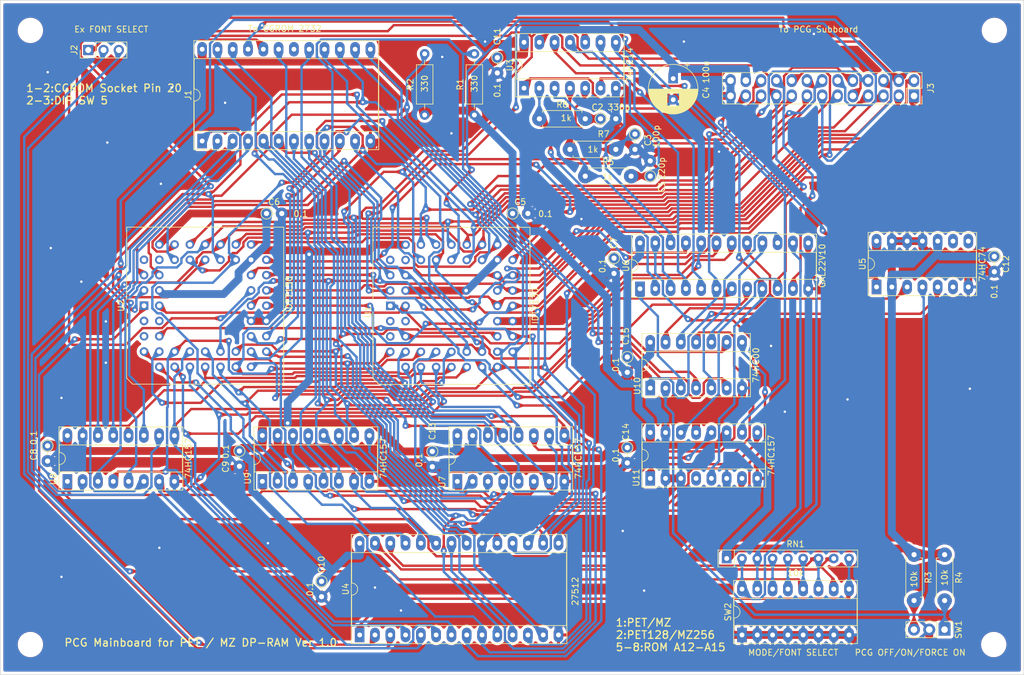
<source format=kicad_pcb>
(kicad_pcb (version 20240108) (generator "pcbnew") (generator_version "8.0")
  (title_block (title "PCG Mainboard for PET / MZ DP-RAM") (date "2024-08-05") (rev "1.0") (company "Mercury-Nihombashi"))
  (layers (0 "F.Cu" signal) (31 "B.Cu" signal) (34 "B.Paste" user) (35 "F.Paste" user) (36 "B.SilkS" user "B.Silkscreen") (37 "F.SilkS" user "F.Silkscreen") (38 "B.Mask" user) (39 "F.Mask" user) (44 "Edge.Cuts" user))
  (net 0 "")
  (net 1 "GND")
  (net 2 "Net-(C1-+)")
  (net 3 "Net-(C2-+)")
  (net 4 "Net-(C3-+)")
  (net 5 "VCC")
  (net 6 "/VA5")
  (net 7 "/VA4")
  (net 8 "/VD5")
  (net 9 "/VD4")
  (net 10 "/VA10")
  (net 11 "/VA7")
  (net 12 "/VA8")
  (net 13 "/VA3")
  (net 15 "/VD1")
  (net 16 "/VD7")
  (net 17 "/VD0")
  (net 18 "/VA9")
  (net 19 "/VD3")
  (net 20 "/VA6")
  (net 21 "/VA0")
  (net 22 "/VA1")
  (net 23 "Net-(J1-~{G})")
  (net 24 "/VA2")
  (net 25 "/VD6")
  (net 26 "/VA11")
  (net 27 "/VD2")
  (net 28 "/ROMA12_1")
  (net 29 "/ROMA12")
  (net 30 "/PD5")
  (net 31 "/COPY")
  (net 32 "/PA6")
  (net 33 "/PD2")
  (net 34 "/PA10")
  (net 35 "/SEL")
  (net 36 "/PD3")
  (net 37 "/PA4")
  (net 38 "/PA2")
  (net 39 "/PA8")
  (net 40 "/PA1")
  (net 41 "/PA5")
  (net 42 "/PD7")
  (net 43 "/PA7")
  (net 44 "/PA3")
  (net 45 "/PA9")
  (net 46 "/PD6")
  (net 47 "/PD4")
  (net 48 "/PCG_OFF_PA11")
  (net 49 "/PD1")
  (net 50 "/~{RESET}")
  (net 51 "/PD0")
  (net 52 "/PA0")
  (net 53 "Net-(U1-~{BUSYR})")
  (net 54 "Net-(U2-~{BUSYR})")
  (net 55 "/~{PCG FORCE ON}")
  (net 56 "/PCG ON{slash}~{OFF}")
  (net 57 "/SEL1")
  (net 58 "/~{SEL}")
  (net 59 "/ROMA13")
  (net 60 "/ROMA15")
  (net 61 "Net-(RN1-R4)")
  (net 62 "/ROMA14")
  (net 63 "Net-(RN1-R3)")
  (net 64 "/~{PET}{slash}MZ")
  (net 65 "/ROMA6")
  (net 66 "/ROMA7")
  (net 67 "/~{PA10}")
  (net 69 "/ROMA2")
  (net 72 "/ROMA1")
  (net 73 "Net-(U1-~{CEL})")
  (net 74 "/~{RAMWL}")
  (net 75 "/ROMA4")
  (net 77 "/ROMA0")
  (net 78 "/ROMA8")
  (net 79 "/ROMA9")
  (net 80 "/ROMA3")
  (net 81 "/~{RAMOE}")
  (net 82 "/ROMA5")
  (net 84 "/~{RAMWR}")
  (net 87 "Net-(U2-~{CEL})")
  (net 91 "/~{SEL2}")
  (net 92 "/RAMPA10")
  (net 93 "/~{SEL2W}")
  (net 94 "/ROMA10")
  (net 95 "/~{ROMOE}")
  (net 96 "/ROMA11")
  (net 97 "/SEL3")
  (net 99 "/PCGEN")
  (net 102 "/~{ROMASP}")
  (net 103 "/~{RAMPA10}")
  (net 104 "/MZ256")
  (net 105 "/~{PCGON}")
  (net 106 "/RAMA10b")
  (net 107 "/ROMPA11")
  (net 108 "/ROMPA10")
  (net 109 "/ROMVA11")
  (net 110 "/RAMA10a")
  (net 112 "/~{PET128MZ256}")
  (footprint "Package_DIP:DIP-16_W7.62mm_Socket_LongPads" (layer "F.Cu") (at 134.394 117.47 90)
    (property "Reference" "U7")
    (property "Value" "74HC157")
  )
  (footprint "Connector_PinHeader_2.54mm:PinHeader_1x03_P2.54mm_Vertical" (layer "F.Cu") (at 215.314 142.081 -90)
    (property "Reference" "SW1")
    (property "Value" "PCG OFF/ON/FORCE ON")
  )
  (footprint "Package_LCC:PLCC-52_THT-Socket" (layer "F.Cu") (at 82.354 88.28 90)
    (property "Reference" "U2")
    (property "Value" "IDT7130")
  )
  (footprint "Package_DIP:DIP-14_W7.62mm_Socket_LongPads" (layer "F.Cu") (at 145.474 52.155 90)
    (property "Reference" "U3")
    (property "Value" "74HC14")
  )
  (footprint "Kao_Library:LargePad_R_Axial_DIN0204_L3.6mm_D1.6mm_P2.54mm_Vertical" (layer "F.Cu") (at 141.034 47.085 -90)
    (property "Reference" "C11")
    (property "Value" "0.1")
  )
  (footprint "Kao_Library:LargePad_R_Axial_DIN0204_L3.6mm_D1.6mm_P2.54mm_Vertical" (layer "F.Cu") (at 111.839 134.075 -90)
    (property "Reference" "C10")
    (property "Value" "0.1")
  )
  (footprint "Kao_Library:LargePad_R_Axial_DIN0204_L3.6mm_D1.6mm_P2.54mm_Vertical" (layer "F.Cu") (at 130.2384 112.49 -90)
    (property "Reference" "C13")
    (property "Value" "0.1")
  )
  (footprint "PCM_Capacitor_THT_AKL_Double:CP_Radial_D8.0mm_P3.50mm" (layer "F.Cu") (at 170.244 50.57 -90)
    (property "Reference" "C4")
    (property "Value" "100u")
  )
  (footprint "Package_DIP:DIP-14_W7.62mm_Socket_LongPads" (layer "F.Cu") (at 166.434 101.97 90)
    (property "Reference" "U10")
    (property "Value" "74HC00")
  )
  (footprint "Kao_Library:LargePad_R_Axial_DIN0207_L6.3mm_D2.5mm_P7.62mm_Horizontal" (layer "F.Cu") (at 215.329 129.635 -90)
    (property "Reference" "R4")
    (property "Value" "10k")
  )
  (footprint "Kao_Library:LargePad_R_Axial_DIN0204_L3.6mm_D1.6mm_P2.54mm_Vertical" (layer "F.Cu") (at 163.894 59.785 -90)
    (property "Reference" "C3")
    (property "Value" "100p")
  )
  (footprint "Kao_Library:LargePad_R_Axial_DIN0204_L3.6mm_D1.6mm_P2.54mm_Vertical" (layer "F.Cu") (at 223.584 80.105 -90)
    (property "Reference" "C12")
    (property "Value" "0.1")
  )
  (footprint "Kao_Library:LargePad_R_Axial_DIN0204_L3.6mm_D1.6mm_P2.54mm_Vertical" (layer "F.Cu") (at 166.434 66.77 90)
    (property "Reference" "C1")
    (property "Value" "220p")
  )
  (footprint "MountingHole:MountingHole_3.2mm_M3" (layer "F.Cu") (at 63.484 42.56)
    (property "Reference" "H1" (hide yes))
    (property "Value" "MountingHole_M3" (hide yes))
  )
  (footprint "Kao_Library:LargePad_R_Axial_DIN0207_L6.3mm_D2.5mm_P7.62mm_Horizontal" (layer "F.Cu") (at 155.639 66.77)
    (property "Reference" "R5")
    (property "Value" "1k")
  )
  (footprint "Kao_Library:LargePad_R_Axial_DIN0204_L3.6mm_D1.6mm_P2.54mm_Vertical" (layer "F.Cu") (at 160.416 80.39 -90)
    (property "Reference" "C7")
    (property "Value" "0.1")
  )
  (footprint "Package_DIP:DIP-16_W7.62mm_Socket_LongPads" (layer "F.Cu") (at 181.674 142.97 90)
    (property "Reference" "SW2")
    (property "Value" "MODE/FONT SELECT")
  )
  (footprint "Resistor_THT:R_Axial_DIN0207_L6.3mm_D2.5mm_P10.16mm_Horizontal" (layer "F.Cu") (at 128.969 56.61 90)
    (property "Reference" "R2")
    (property "Value" "330")
  )
  (footprint "Kao_Library:LargePad_R_Axial_DIN0204_L3.6mm_D1.6mm_P2.54mm_Vertical" (layer "F.Cu") (at 158.179 57.245)
    (property "Reference" "C2")
    (property "Value" "330p")
  )
  (footprint "Kao_Library:LargePad_R_Axial_DIN0204_L3.6mm_D1.6mm_P2.54mm_Vertical" (layer "F.Cu") (at 102.6949 72.97)
    (property "Reference" "C6")
    (property "Value" "0.1")
  )
  (footprint "Kao_Library:LargePad_R_Axial_DIN0204_L3.6mm_D1.6mm_P2.54mm_Vertical" (layer "F.Cu") (at 162.624 111.85 -90)
    (property "Reference" "C14")
    (property "Value" "0.1")
  )
  (footprint "Package_DIP:DIP-16_W7.62mm_Socket_LongPads" (layer "F.Cu") (at 102.009 117.46 90)
    (property "Reference" "U9")
    (property "Value" "74HC157")
  )
  (footprint "Kao_Library:LargePad_R_Axial_DIN0204_L3.6mm_D1.6mm_P2.54mm_Vertical" (layer "F.Cu") (at 98.199 112.4175 -90)
    (property "Reference" "C9")
    (property "Value" "0.1")
  )
  (footprint "MountingHole:MountingHole_3.2mm_M3" (layer "F.Cu") (at 223.484 144.56)
    (property "Reference" "H4" (hide yes))
    (property "Value" "MountingHole_M3" (hide yes))
  )
  (footprint "Kao_Library:LargePad_R_Axial_DIN0204_L3.6mm_D1.6mm_P2.54mm_Vertical" (layer "F.Cu") (at 143.574 72.97)
    (property "Reference" "C5")
    (property "Value" "0.1")
  )
  (footprint "Kao_Library:LargePad_R_Axial_DIN0207_L6.3mm_D2.5mm_P7.62mm_Horizontal" (layer "F.Cu") (at 153.099 62.325)
    (property "Reference" "R7")
    (property "Value" "1k")
  )
  (footprint "MountingHole:MountingHole_3.2mm_M3" (layer "F.Cu") (at 63.484 144.56)
    (property "Reference" "H2" (hide yes))
    (property "Value" "MountingHole_M3" (hide yes))
  )
  (footprint "Package_DIP:DIP-24_W7.62mm_Socket_LongPads" (layer "F.Cu") (at 164.734 85.47 90)
    (property "Reference" "U6")
    (property "Value" "GAL22V10")
  )
  (footprint "Kao_Library:PinSocket_2x13_P2.54mm_Vertical_LargePad" (layer "F.Cu") (at 210.249 53.435 -90)
    (property "Reference" "J3")
    (property "Value" "To PCG Subboard")
  )
  (footprint "Kao_Library:LargePad_R_Axial_DIN0207_L6.3mm_D2.5mm_P7.62mm_Horizontal" (layer "F.Cu") (at 210.249 129.635 -90)
    (property "Reference" "R3")
    (property "Value" "10k")
  )
  (footprint "Resistor_THT:R_Array_SIP9" (layer "F.Cu") (at 179.134 130.27)
    (property "Reference" "RN1")
    (property "Value" "10k")
  )
  (footprint "Package_DIP:DIP-28_W15.24mm_Socket_LongPads" (layer "F.Cu") (at 118.174 142.97 90)
    (property "Reference" "U4")
    (property "Value" "27512")
  )
  (footprint "Package_DIP:DIP-24_W15.24mm_Socket_LongPads" (layer "F.Cu") (at 92.012 60.928 90)
    (property "Reference" "J1")
    (property "Value" "To CGROM 2732")
  )
  (footprint "Connector_PinHeader_2.54mm:PinHeader_1x03_P2.54mm_Vertical" (layer "F.Cu") (at 73.089 45.815 90)
    (property "Reference" "J2")
    (property "Value" "Ex FONT SELECT")
  )
  (footprint "MountingHole:MountingHole_3.2mm_M3" (layer "F.Cu") (at 223.584 42.56)
    (property "Reference" "H3" (hide yes))
    (property "Value" "MountingHole_M3" (hide yes))
  )
  (footprint "Kao_Library:LargePad_R_Axial_DIN0204_L3.6mm_D1.6mm_P2.54mm_Vertical" (layer "F.Cu") (at 162.624 96.81 -90)
    (property "Reference" "C15")
    (property "Value" "0.1")
  )
  (footprint "Kao_Library:LargePad_R_Axial_DIN0207_L6.3mm_D2.5mm_P7.62mm_Horizontal" (layer "F.Cu") (at 148.019 57.245)
    (property "Reference" "R6")
    (property "Value" "1k")
  )
  (footprint "Resistor_THT:R_Axial_DIN0207_L6.3mm_D2.5mm_P10.16mm_Horizontal" (layer "F.Cu") (at 137.224 56.61 90)
    (property "Reference" "R1")
    (property "Value" "330")
  )
  (footprint "Package_LCC:PLCC-52_THT-Socket" (layer "F.Cu") (at 123.254 88.31 90)
    (property "Reference" "U1")
    (property "Value" "IDT7130")
  )
  (footprint "Package_DIP:DIP-16_W7.62mm_Socket_LongPads" (layer "F.Cu") (at 166.434 116.97 90)
    (property "Reference" "U11")
    (property "Value" "74HC157")
  )
  (footprint "Package_DIP:DIP-14_W7.62mm_Socket_LongPads" (layer "F.Cu") (at 204.021 85.175 90)
    (property "Reference" "U5")
    (property "Value" "74HC74")
  )
  (footprint "Kao_Library:LargePad_R_Axial_DIN0204_L3.6mm_D1.6mm_P2.54mm_Vertical" (layer "F.Cu") (at 66.332 111.5485 -90)
    (property "Reference" "C8")
    (property "Value" "0.1")
  )
  (footprint "Package_DIP:DIP-16_W7.62mm_Socket_LongPads" (layer "F.Cu") (at 69.624 117.47 90)
    (property "Reference" "U8")
    (property "Value" "74HC157")
  )
  (gr_rect (start 58.484 37.56) (end 228.484 149.56) (stroke (width 0.1)) (fill none) (layer "Edge.Cuts"))
  (gr_text "1:PET/MZ\n2:PET128/MZ256\n5-8:ROM A12-A15" (at 160.592 145.75 0) (layer "F.SilkS") (effects (font (size 1.27 1.27) (thickness 0.2032)) (justify left bottom)))
  (gr_text "1-2:CGROM Socket Pin 20\n2-3:DIP SW 5" (at 62.675 54.945 0) (layer "F.SilkS") (effects (font (size 1.27 1.27) (thickness 0.2032)) (justify left bottom)))
  (gr_text "PCG Mainboard for PET / MZ DP-RAM Ver 1.0" (at 69.025 144.988 0) (layer "F.SilkS") (effects (font (size 1.27 1.27) (thickness 0.2032)) (justify left bottom)))
  (segment (start 141.034 49.625) (end 140.2436 50.4154) (width 1.3) (layer "F.Cu") (net 1))
  (segment (start 119.789 115.7854) (end 120.5444 115.03) (width 1.3) (layer "F.Cu") (net 1))
  (segment (start 170.879 53.435) (end 170.244 54.07) (width 1.3) (layer "F.Cu") (net 1))
  (segment (start 177.2938 104.0267) (end 175.79725 105.52325) (width 1.3) (layer "F.Cu") (net 1))
  (segment (start 160.416 82.93) (end 159.1522 82.93) (width 1.3) (layer "F.Cu") (net 1))
  (segment (start 119.789 115.7854) (end 115.9003 111.8967) (width 1.3) (layer "F.Cu") (net 1))
  (segment (start 119.789 117.46) (end 119.789 115.7854) (width 1.3) (layer "F.Cu") (net 1))
  (segment (start 211.641 77.555) (end 211.641 78.5833) (width 1.3) (layer "F.Cu") (net 1))
  (segment (start 120.2186 61.1946) (end 119.952 60.928) (width 1.3) (layer "F.Cu") (net 1))
  (segment (start 110.1564 72.97) (end 120.2186 62.9078) (width 1.3) (layer "F.Cu") (net 1))
  (segment (start 152.174 115.4133) (end 130.6217 115.4133) (width 1.3) (layer "F.Cu") (net 1))
  (segment (start 130.6217 115.4133) (end 130.2384 115.03) (width 1.3) (layer "F.Cu") (net 1))
  (segment (start 133.414 59.658) (end 133.2552 59.8168) (width 1.3) (layer "F.Cu") (net 1))
  (segment (start 175.50415 105.81635) (end 175.79725 105.52325) (width 1.3) (layer "F.Cu") (net 1))
  (segment (start 169.349 105.81635) (end 173.794 105.81635) (width 1.3) (layer "F.Cu") (net 1))
  (segment (start 212.774 142.081) (end 212.774 143.915) (width 1.3) (layer "F.Cu") (net 1))
  (segment (start 87.404 117.47) (end 87.404 115.4133) (width 1.3) (layer "F.Cu") (net 1))
  (segment (start 132.4621 59.8168) (end 131.0843 61.1946) (width 1.3) (layer "F.Cu") (net 1))
  (segment (start 162.624 114.39) (end 161.6007 115.4133) (width 1.3) (layer "F.Cu") (net 1))
  (segment (start 151.194 140.9133) (end 178.239 140.9133) (width 1.3) (layer "F.Cu") (net 1))
  (segment (start 120.2186 62.9078) (end 120.2186 61.1946) (width 1.3) (layer "F.Cu") (net 1))
  (segment (start 161.6007 115.4133) (end 152.174 115.4133) (width 1.3) (layer "F.Cu") (net 1))
  (segment (start 159.1522 82.93) (end 151.2322 90.85) (width 1.3) (layer "F.Cu") (net 1))
  (segment (start 215.7027 82.645) (end 219.261 82.645) (width 1.3) (layer "F.Cu") (net 1))
  (segment (start 211.641 78.5833) (end 215.7027 82.645) (width 1.3) (layer "F.Cu") (net 1))
  (segment (start 174.054 107.2933) (end 174.054 109.35) (width 1.3) (layer "F.Cu") (net 1))
  (segment (start 140.2436 55.9515) (end 136.3783 59.8168) (width 1.3) (layer "F.Cu") (net 1))
  (segment (start 131.0843 61.1946) (end 120.2186 61.1946) (width 1.3) (layer "F.Cu") (net 1))
  (segment (start 162.624 99.35) (end 162.624 103.78) (width 1.3) (layer "F.Cu") (net 1))
  (segment (start 219.261 82.645) (end 219.261 83.1183) (width 1.3) (layer "F.Cu") (net 1))
  (segment (start 162.624 103.78) (end 164.66035 105.81635) (width 1.3) (layer "F.Cu") (net 1))
  (segment (start 212.529 144.16) (end 200.644 144.16) (width 1.3) (layer "F.Cu") (net 1))
  (segment (start 136.3783 59.8168) (end 133.5728 59.8168) (width 1.3) (layer "F.Cu") (net 1))
  (segment (start 181.674 104.0267) (end 177.2938 104.0267) (width 1.3) (layer "F.Cu") (net 1))
  (segment (start 104.549 109.84) (end 104.549 111.8967) (width 1.3) (layer "F.Cu") (net 1))
  (segment (start 160.714 54.2117) (end 170.1023 54.2117) (width 1.3) (layer "F.Cu") (net 1))
  (segment (start 209.101 77.555) (end 211.641 77.555) (width 1.3) (layer "F.Cu") (net 1))
  (segment (start 87.404 115.4133) (end 86.0792 114.0885) (width 1.3) (layer "F.Cu") (net 1))
  (segment (start 133.5728 59.8168) (end 133.414 59.658) (width 1.3) (layer "F.Cu") (net 1))
  (segment (start 151.2322 90.85) (end 143.574 90.85) (width 1.3) (layer "F.Cu") (net 1))
  (segment (start 105.2349 72.97) (end 110.1564 72.97) (width 1.3) (layer "F.Cu") (net 1))
  (segment (start 206.561 77.555) (end 209.101 77.555) (width 1.3) (layer "F.Cu") (net 1))
  (segment (start 163.806 62.325) (end 160.719 59.238) (width 1.3) (layer "F.Cu") (net 1))
  (segment (start 133.2552 59.8168) (end 132.4621 59.8168) (width 1.3) (layer "F.Cu") (net 1))
  (segment (start 174.054 107.2665) (end 174.054 107.2933) (width 1.3) (layer "F.Cu") (net 1))
  (segment (start 101.1392 114.9575) (end 104.2 111.8967) (width 1.3) (layer "F.Cu") (net 1))
  (segment (start 180.2957 142.97) (end 178.239 140.9133) (width 1.3) (layer "F.Cu") (net 1))
  (segment (start 120.5444 115.03) (end 130.2384 115.03) (width 1.3) (layer "F.Cu") (net 1))
  (segment (start 115.9003 111.8967) (end 104.549 111.8967) (width 1.3) (layer "F.Cu") (net 1))
  (segment (start 140.2436 50.4154) (end 140.2436 55.9515) (width 1.3) (layer "F.Cu") (net 1))
  (segment (start 174.054 106.07635) (end 173.794 105.81635) (width 1.3) (layer "F.Cu") (net 1))
  (segment (start 152.174 117.47) (end 152.174 115.4133) (width 1.3) (layer "F.Cu") (net 1))
  (segment (start 104.2 111.8967) (end 104.549 111.8967) (width 1.3) (layer "F.Cu") (net 1))
  (segment (start 160.719 59.238) (end 160.719 57.245) (width 1.3) (layer "F.Cu") (net 1))
  (segment (start 171.514 116.97) (end 168.974 116.97) (width 1.3) (layer "F.Cu") (net 1))
  (segment (start 212.774 143.915) (end 212.529 144.16) (width 1.3) (layer "F.Cu") (net 1))
  (segment (start 200.644 144.16) (end 199.454 142.97) (width 1.3) (layer "F.Cu") (net 1))
  (segment (start 98.199 114.9575) (end 101.1392 114.9575) (width 1.3) (layer "F.Cu") (net 1))
  (segment (start 160.714 52.155) (end 160.714 54.2117) (width 1.3) (layer "F.Cu") (net 1))
  (segment (start 151.194 142.97) (end 151.194 140.9133) (width 1.3) (layer "F.Cu") (net 1))
  (segment (start 219.261 85.175) (end 219.261 83.1183) (width 1.3) (layer "F.Cu") (net 1))
  (segment (start 173.794 105.81635) (end 175.50415 105.81635) (width 1.3) (layer "F.Cu") (net 1))
  (segment (start 97.7432 115.4133) (end 98.199 114.9575) (width 1.3) (layer "F.Cu") (net 1))
  (segment (start 168.974 109.35) (end 168.974 106.19135) (width 1.3) (layer "F.Cu") (net 1))
  (segment (start 199.454 142.97) (end 181.674 142.97) (width 1.3) (layer "F.Cu") (net 1))
  (segment (start 86.0792 114.0885) (end 66.332 114.0885) (width 1.3) (layer "F.Cu") (net 1))
  (segment (start 100.134 90.82) (end 102.674 90.82) (width 1.3) (layer "F.Cu") (net 1))
  (segment (start 181.674 101.97) (end 181.674 104.0267) (width 1.3) (layer "F.Cu") (net 1))
  (segment (start 170.1023 54.2117) (end 170.244 54.07) (width 1.3) (layer "F.Cu") (net 1))
  (segment (start 219.261 82.645) (end 223.584 82.645) (width 1.3) (layer "F.Cu") (net 1))
  (segment (start 143.574 90.85) (end 141.034 90.85) (width 1.3) (layer "F.Cu") (net 1))
  (segment (start 181.674 142.97) (end 180.2957 142.97) (width 1.3) (layer "F.Cu") (net 1))
  (segment (start 87.404 115.4133) (end 97.7432 115.4133) (width 1.3) (layer "F.Cu") (net 1))
  (segment (start 164.66035 105.81635) (end 169.349 105.81635) (width 1.3) (layer "F.Cu") (net 1))
  (segment (start 168.974 106.19135) (end 169.349 105.81635) (width 1.3) (layer "F.Cu") (net 1))
  (segment (start 179.769 53.435) (end 170.879 53.435) (width 1.3) (layer "F.Cu") (net 1))
  (segment (start 174.054 109.35) (end 174.054 106.07635) (width 1.3) (layer "F.Cu") (net 1))
  (via (at 199.2 103.854) (size 1) (drill 0.4) (layers "F.Cu" "B.Cu") (net 1))
  (via (at 66.866 78.708) (size 1) (drill 0.4) (layers "F.Cu" "B.Cu") (net 1))
  (via (at 76.264 61.182) (size 1) (drill 0.4) (layers "F.Cu" "B.Cu") (net 1))
  (via (at 76.01 90.9) (size 1) (drill 0.4) (layers "F.Cu" "B.Cu") (net 1))
  (via (at 165.418 135.604) (size 1) (drill 0.4) (layers "F.Cu" "B.Cu") (net 1))
  (via (at 177.864 62.706) (size 1) (drill 0.4) (layers "F.Cu" "B.Cu") (net 1))
  (via (at 66.358 49.498) (size 1) (drill 0.4) (layers "F.Cu" "B.Cu") (net 1))
  (via (at 219.52 102.076) (size 1) (drill 0.4) (layers "F.Cu" "B.Cu") (net 1))
  (via (at 71.946 84.296) (size 1) (drill 0.4) (layers "F.Cu" "B.Cu") (net 1))
  (via (at 125.032 138.906) (size 1) (drill 0.4) (layers "F.Cu" "B.Cu") (net 1))
  (via (at 68.644 103.6) (size 1) (drill 0.4) (layers "F.Cu" "B.Cu") (net 1))
  (via (at 139.002 44.418) (size 1) (drill 0.4) (layers "F.Cu" "B.Cu") (net 1))
  (via (at 186.5 94.964) (size 1) (drill 0.4) (layers "F.Cu" "B.Cu") (net 1))
  (via (at 86.932 52.038) (size 1) (drill 0.4) (layers "F.Cu" "B.Cu") (net 1))
  (via (at 155.004 73.882) (size 1) (drill 0.4) (layers "F.Cu" "B.Cu") (net 1))
  (via (at 161.862 125.698) (size 1) (drill 0.4) (layers "F.Cu" "B.Cu") (net 1))
  (via (at 133.414 59.658) (size 1) (drill 0.4) (layers "F.Cu" "B.Cu") (net 1))
  (via (at 188.786 105.886) (size 1) (drill 0.4) (layers "F.Cu" "B.Cu") (net 1))
  (via (at 193.612 43.148) (size 1) (drill 0.4) (layers "F.Cu" "B.Cu") (net 1))
  (via (at 84.9 128.492) (size 1) (drill 0.4) (layers "F.Cu" "B.Cu") (net 1))
  (via (at 85.154 68.04) (size 1) (drill 0.4) (layers "F.Cu" "B.Cu") (net 1))
  (via (at 131.89 46.958) (size 1) (drill 0.4) (layers "F.Cu" "B.Cu") (net 1))
  (via (at 102.934 127.73) (size 1) (drill 0.4) (layers "F.Cu" "B.Cu") (net 1))
  (via (at 120.714 135.096) (size 1) (drill 0.4) (layers "F.Cu" "B.Cu") (net 1))
  (via (at 76.01 97.758) (size 1) (drill 0.4) (layers "F.Cu" "B.Cu") (net 1))
  (via (at 172.022 44.418) (size 1) (drill 0.4) (layers "F.Cu" "B.Cu") (net 1))
  (via (at 68.644 133.318) (size 1) (drill 0.4) (layers "F.Cu" "B.Cu") (net 1))
  (via (at 95.822 54.578) (size 1) (drill 0.4) (layers "F.Cu" "B.Cu") (net 1))
  (segment (start 165.9907 114.39) (end 167.2207 113.16) (width 1.3) (layer "B.Cu") (net 1))
  (segment (start 179.134 119.0267) (end 171.514 119.0267) (width 1.3) (layer "B.Cu") (net 1))
  (segment (start 140.2436 53.4128) (end 146.6399 59.8091) (width 1.3) (layer "B.Cu") (net 1))
  (segment (start 160.719 57.3599) (end 158.2698 59.8091) (width 1.3) (layer "B.Cu") (net 1))
  (segment (start 102.934 127.8066) (end 102.934 127.73) (width 1.3) (layer "B.Cu") (net 1))
  (segment (start 162.624 114.39) (end 165.9907 114.39) (width 1.3) (layer "B.Cu") (net 1))
  (segment (start 141.034 49.625) (end 140.2436 50.4154) (width 1.3) (layer "B.Cu") (net 1))
  (segment (start 159.2744 82.93) (end 160.416 82.93) (width 1.3) (layer "B.Cu") (net 1))
  (segment (start 179.134 116.97) (end 179.134 119.0267) (width 1.3) (layer "B.Cu") (net 1))
  (segment (start 160.416 82.93) (end 160.7495 83.2635) (width 1.3) (layer "B.Cu") (net 1))
  (segment (start 160.7495 83.2635) (end 160.7495 97.5613) (width 1.3) (layer "B.Cu") (net 1))
  (segment (start 160.714 52.155) (end 160.714 54.2117) (width 1.3) (layer "B.Cu") (net 1))
  (segment (start 140.2436 50.4154) (end 140.2436 53.4128) (width 1.3) (layer "B.Cu") (net 1))
  (segment (start 102.8574 127.73) (end 98.199 123.0716) (width 1.3) (layer "B.Cu") (net 1))
  (segment (start 140.9616 125.023) (end 138.494 127.4906) (width 1.3) (layer "B.Cu") (net 1))
  (segment (start 134.0341 114.8066) (end 130.4618 114.8066) (width 1.3) (layer "B.Cu") (net 1))
  (segment (start 149.3144 72.97) (end 159.2744 82.93) (width 1.3) (layer "B.Cu") (net 1))
  (segment (start 138.494 129.7867) (end 149.6206 140.9133) (width 1.3) (layer "B.Cu") (net 1))
  (segment (start 158.2698 59.8091) (end 146.6399 59.8091) (width 1.3) (layer "B.Cu") (net 1))
  (segment (start 152.174 117.47) (end 152.174 119.5267) (width 1.3) (layer "B.Cu") (net 1))
  (segment (start 184.214 119.0267) (end 179.1343 119.0267) (width 1.3) (layer "B.Cu") (net 1))
  (segment (start 196.4756 75.0591) (end 179.769 58.3525) (width 1.3) (layer "B.Cu") (net 1))
  (segment (start 164.529 62.325) (end 166.434 64.23) (width 1.3) (layer "B.Cu") (net 1))
  (segment (start 179.769 50.895) (end 179.769 53.435) (width 1.3) (layer "B.Cu") (net 1))
  (segment (start 72.164 109.85) (end 72.164 111.9067) (width 1.3) (layer "B.Cu") (net 1))
  (segment (start 105.2349 88.2591) (end 102.674 90.82) (width 1.3) (layer "B.Cu") (net 1))
  (segment (start 206.561 77.555) (end 206.561 79.6117) (width 1.3) (layer "B.Cu") (net 1))
  (segment (start 146.6399 59.8091) (end 146.114 60.335) (width 1.3) (layer "B.Cu") (net 1))
  (segment (start 98.199 123.0716) (end 98.199 114.9575) (width 1.3) (layer "B.Cu") (net 1))
  (segment (start 102.934 127.73) (end 102.8574 127.73) (width 1.3) (layer "B.Cu") (net 1))
  (segment (start 146.114 60.335) (end 146.114 72.97) (width 1.3) (layer "B.Cu") (net 1))
  (segment (start 105.2349 72.97) (end 105.2349 88.2591) (width 1.3) (layer "B.Cu") (net 1))
  (segment (start 160.7495 97.5613) (end 162.5382 99.35) (width 1.3) (layer "B.Cu") (net 1))
  (segment (start 167.2207 113.16) (end 168.974 111.4067) (width 1.3) (layer "B.Cu") (net 1))
  (segment (start 167.2207 113.16) (end 168.974 114.9133) (width 1.3) (layer "B.Cu") (net 1))
  (segment (start 146.6777 125.023) (end 140.9616 125.023) (width 1.3) (layer "B.Cu") (net 1))
  (segment (start 152.174 119.5267) (end 146.6777 125.023) (width 1.3) (layer "B.Cu") (net 1))
  (segment (start 192.674 83.4133) (end 196.4756 79.6117) (width 1.3) (layer "B.Cu") (net 1))
  (segment (start 160.719 54.2167) (end 160.719 57.245) (width 1.3) (layer "B.Cu") (net 1))
  (segment (start 136.934 111.9067) (end 134.0341 114.8066) (width 1.3) (layer "B.Cu") (net 1))
  (segment (start 69.9822 114.0885) (end 72.164 111.9067) (width 1.3) (layer "B.Cu") (net 1))
  (segment (start 168.974 109.35) (end 168.974 111.4067) (width 1.3) (layer "B.Cu") (net 1))
  (segment (start 184.214 116.97) (end 184.214 119.0267) (width 1.3) (layer "B.Cu") (net 1))
  (segment (start 196.4756 79.6117) (end 196.4756 75.0591) (width 1.3) (layer "B.Cu") (net 1))
  (segment (start 149.6206 140.9133) (end 151.194 140.9133) (width 1.3) (layer "B.Cu") (net 1))
  (segment (start 66.332 114.0885) (end 69.9822 114.0885) (width 1.3) (layer "B.Cu") (net 1))
  (segment (start 196.4756 79.6117) (end 206.561 79.6117) (width 1.3) (layer "B.Cu") (net 1))
  (segment (start 160.714 54.2117) (end 160.719 54.2167) (width 1.3) (layer "B.Cu") (net 1))
  (segment (start 146.114 72.97) (end 149.3144 72.97) (width 1.3) (layer "B.Cu") (net 1))
  (segment (start 138.494 127.73) (end 138.494 129.7867) (width 1.3) (layer "B.Cu") (net 1))
  (segment (start 163.894 62.325) (end 164.529 62.325) (width 1.3) (layer "B.Cu") (net 1))
  (segment (start 151.194 142.97) (end 151.194 140.9133) (width 1.3) (layer "B.Cu") (net 1))
  (segment (start 168.974 116.97) (end 168.974 114.9133) (width 1.3) (layer "B.Cu") (net 1))
  (segment (start 179.1343 119.0267) (end 179.134 119.027) (width 1.3) (layer "B.Cu") (net 1))
  (segment (start 171.514 116.97) (end 171.514 119.0267) (width 1.3) (layer "B.Cu") (net 1))
  (segment (start 111.7424 136.615) (end 102.934 127.8066) (width 1.3) (layer "B.Cu") (net 1))
  (segment (start 192.674 85.47) (end 192.674 83.4133) (width 1.3) (layer "B.Cu") (net 1))
  (segment (start 179.769 53.435) (end 179.769 58.3525) (width 1.3) (layer "B.Cu") (net 1))
  (segment (start 136.934 109.85) (end 136.934 111.9067) (width 1.3) (layer "B.Cu") (net 1))
  (segment (start 163.259 66.77) (end 166.434 66.77) (width 0.4) (layer "F.Cu") (net 2))
  (segment (start 158.174 44.535) (end 158.174 46.1417) (width 0.4) (layer "B.Cu") (net 2))
  (segment (start 167.8461 61.1516) (end 167.8461 65.3579) (width 0.4) (layer "B.Cu") (net 2))
  (segment (start 158.174 46.1417) (end 163.0475 51.0152) (width 0.4) (layer "B.Cu") (net 2))
  (segment (start 167.8461 65.3579) (end 166.434 66.77) (width 0.4) (layer "B.Cu") (net 2))
  (segment (start 163.0475 51.0152) (end 163.0475 56.353) (width 0.4) (layer "B.Cu") (net 2))
  (segment (start 163.0475 56.353) (end 167.8461 61.1516) (width 0.4) (layer "B.Cu") (net 2))
  (segment (start 158.179 57.245) (end 155.639 57.245) (width 0.4) (layer "F.Cu") (net 3))
  (segment (start 155.639 57.245) (end 152.1557 53.7617) (width 0.4) (layer "B.Cu") (net 3))
  (segment (start 152.1557 53.7617) (end 150.554 53.7617) (width 0.4) (layer "B.Cu") (net 3))
  (segment (start 150.554 52.155) (end 150.554 53.7617) (width 0.4) (layer "B.Cu") (net 3))
  (segment (start 158.4171 62.325) (end 154.0274 57.9353) (width 0.4) (layer "F.Cu") (net 4))
  (segment (start 154.0274 55.3683) (end 155.634 53.7617) (width 0.4) (layer "F.Cu") (net 4))
  (segment (start 155.634 52.155) (end 155.634 53.7617) (width 0.4) (layer "F.Cu") (net 4))
  (segment (start 160.719 62.325) (end 158.4171 62.325) (width 0.4) (layer "F.Cu") (net 4))
  (segment (start 154.0274 57.9353) (end 154.0274 55.3683) (width 0.4) (layer "F.Cu") (net 4))
  (segment (start 160.719 62.325) (end 163.259 59.785) (width 0.4) (layer "B.Cu") (net 4))
  (segment (start 98.7198 111.8967) (end 102.009 111.8967) (width 1.3) (layer "F.Cu") (net 5))
  (segment (start 69.624 111.5296) (end 69.624 111.5485) (width 1.3) (layer "F.Cu") (net 5))
  (segment (start 84.894 78.12) (end 90.044 72.97) (width 1.3) (layer "F.Cu") (net 5))
  (segment (start 125.794 85.77) (end 135.8508 85.77) (width 1.3) (layer "F.Cu") (net 5))
  (segment (start 136.813 55.8749) (end 128.969 55.8749) (width 1.3) (layer "F.Cu") (net 5))
  (segment (start 119.5139 79.2914) (end 109.9904 79.2914) (width 1.3) (layer "F.Cu") (net 5))
  (segment (start 166.4355 111.4067) (end 177.604 111.4067) (width 1.3) (layer "F.Cu") (net 5))
  (segment (start 139.5808 113.5969) (end 158.3578 113.5969) (width 1.3) (layer "F.Cu") (net 5))
  (segment (start 158.3578 113.5969) (end 160.1047 111.85) (width 1.3) (layer "F.Cu") (net 5))
  (segment (start 98.199 112.4175) (end 98.7198 111.8967) (width 1.3) (layer "F.Cu") (net 5))
  (segment (start 125.794 78.15) (end 120.6553 78.15) (width 1.3) (layer "F.Cu") (net 5))
  (segment (start 130.2384 112.49) (end 125.2267 112.49) (width 1.3) (layer "F.Cu") (net 5))
  (segment (start 101.728 79.066) (end 109.765 79.066) (width 1.3) (layer "F.Cu") (net 5))
  (segment (start 92.012 47.7447) (end 120.8388 47.7447) (width 1.3) (layer "F.Cu") (net 5))
  (segment (start 143.574 72.97) (end 143.574 78.15) (width 1.3) (layer "F.Cu") (net 5))
  (segment (start 160.1047 111.85) (end 162.624 111.85) (width 1.3) (layer "F.Cu") (net 5))
  (segment (start 136.813 51.155) (end 140.883 47.085) (width 1.3) (layer "F.Cu") (net 5))
  (segment (start 180.7938 128.6102) (end 209.2242 128.6102) (width 1.3) (layer "F.Cu") (net 5))
  (segment (start 210.249 129.635) (end 215.329 129.635) (width 1.3) (layer "F.Cu") (net 5))
  (segment (start 138.4739 112.49) (end 139.5808 113.5969) (width 1.3) (layer "F.Cu") (net 5))
  (segment (start 166.434 109.35) (end 166.434 111.0296) (width 1.3) (layer "F.Cu") (net 5))
  (segment (start 98.459 112.1575) (end 98.199 112.4175) (width 1.3) (layer "F.Cu") (net 5))
  (segment (start 98.4594 112.1575) (end 98.459 112.1575) (width 1.3) (layer "F.Cu") (net 5))
  (segment (start 109.9904 79.5379) (end 109.7785 79.7498) (width 1.3) (layer "F.Cu") (net 5))
  (segment (start 141.5273 46.5917) (end 145.474 46.5917) (width 1.3) (layer "F.Cu") (net 5))
  (segment (start 120.8388 47.7447) (end 128.969 55.8749) (width 1.3) (layer "F.Cu") (net 5))
  (segment (start 204.021 79.6117) (end 206.561 82.1517) (width 1.3) (layer "F.Cu") (net 5))
  (segment (start 166.434 111.4052) (end 166.4355 111.4067) (width 1.3) (layer "F.Cu") (net 5))
  (segment (start 70.493 112.4175) (end 98.199 112.4175) (width 1.3) (layer "F.Cu") (net 5))
  (segment (start 90.044 72.97) (end 102.6949 72.97) (width 1.3) (layer "F.Cu") (net 5))
  (segment (start 209.2242 128.6102) (end 210.249 129.635) (width 1.3) (layer "F.Cu") (net 5))
  (segment (start 206.561 82.1517) (end 206.561 85.175) (width 1.3) (layer "F.Cu") (net 5))
  (segment (start 69.624 111.5485) (end 66.332 111.5485) (width 1.3) (layer "F.Cu") (net 5))
  (segment (start 69.624 111.5485) (end 70.493 112.4175) (width 1.3) (layer "F.Cu") (net 5))
  (segment (start 102.009 109.84) (end 102.009 107.7833) (width 1.3) (layer "F.Cu") (net 5))
  (segment (start 204.021 77.555) (end 204.021 79.6117) (width 1.3) (layer "F.Cu") (net 5))
  (segment (start 69.624 109.85) (end 69.624 111.5296) (width 1.3) (layer "F.Cu") (net 5))
  (segment (start 136.813 55.8749) (end 136.813 51.155) (width 1.3) (layer "F.Cu") (net 5))
  (segment (start 179.134 130.27) (end 180.7938 128.6102) (width 1.3) (layer "F.Cu") (net 5))
  (segment (start 120.52 107.7833) (end 106.2143 107.7833) (width 1.3) (layer "F.Cu") (net 5))
  (segment (start 166.434 111.4052) (end 163.0688 111.4052) (width 1.3) (layer "F.Cu") (net 5))
  (segment (start 102.009 109.84) (end 102.009 111.8967) (width 1.3) (layer "F.Cu") (net 5))
  (segment (start 137.224 56.61) (end 136.813 56.199) (width 1.3) (layer "F.Cu") (net 5))
  (segment (start 109.9904 79.2914) (end 109.9904 79.5379) (width 1.3) (layer "F.Cu") (net 5))
  (segment (start 120.6553 78.15) (end 119.5139 79.2914) (width 1.3) (layer "F.Cu") (net 5))
  (segment (start 106.2137 107.7833) (end 106.214 107.7836) (width 1.3) (layer "F.Cu") (net 5))
  (segment (start 166.434 111.0296) (end 166.434 111.4052) (width 1.3) (layer "F.Cu") (net 5))
  (segment (start 136.813 56.199) (end 136.813 55.8749) (width 1.3) (layer "F.Cu") (net 5))
  (segment (start 141.034 47.085) (end 141.5273 46.5917) (width 1.3) (layer "F.Cu") (net 5))
  (segment (start 130.2384 112.49) (end 138.4739 112.49) (width 1.3) (layer "F.Cu") (net 5))
  (segment (start 109.765 79.066) (end 109.9904 79.2914) (width 1.3) (layer "F.Cu") (net 5))
  (segment (start 128.969 55.8749) (end 128.969 56.61) (width 1.3) (layer "F.Cu") (net 5))
  (segment (start 100.134 80.66) (end 101.728 79.066) (width 1.3) (layer "F.Cu") (net 5))
  (segment (start 163.0688 111.4052) (end 162.624 111.85) (width 1.3) (layer "F.Cu") (net 5))
  (segment (start 179.134 109.8767) (end 177.604 111.4067) (width 1.3) (layer "F.Cu") (net 5))
  (segment (start 92.012 45.688) (end 92.012 47.7447) (width 1.3) (layer "F.Cu") (net 5))
  (segment (start 106.2143 107.7833) (end 106.214 107.7836) (width 1.3) (layer "F.Cu") (net 5))
  (segment (start 143.574 78.15) (end 141.034 80.69) (width 1.3) (layer "F.Cu") (net 5))
  (segment (start 125.2267 112.49) (end 120.52 107.7833) (width 1.3) (layer "F.Cu") (net 5))
  (segment (start 102.009 107.7833) (end 106.2137 107.7833) (width 1.3) (layer "F.Cu") (net 5))
  (segment (start 145.474 44.535) (end 145.474 46.5917) (width 1.3) (layer "F.Cu") (net 5))
  (via (at 106.214 107.7836) (size 1.4) (drill 0.6) (layers "F.Cu" "B.Cu") (net 5))
  (via (at 109.7785 79.7498) (size 1.4) (drill 0.6) (layers "F.Cu" "B.Cu") (net 5))
  (via (at 135.8508 85.77) (size 1.4) (drill 0.6) (layers "F.Cu" "B.Cu") (net 5))
  (segment (start 116.1273 129.7867) (end 113.6146 132.2994) (width 1.3) (layer "B.Cu") (net 5))
  (segment (start 171.0724 48.9633) (end 182.309 48.9633) (width 1.3) (layer "B.Cu") (net 5))
  (segment (start 164.5016 101.232) (end 164.5016 105.3609) (width 1.3) (layer "B.Cu") (net 5))
  (segment (start 102.6949 78.0991) (end 100.134 80.66) (width 1.3) (layer "B.Cu") (net 5))
  (segment (start 141.034 80.69) (end 135.954 85.77) (width 1.3) (layer "B.Cu") (net 5))
  (segment (start 159.2249 86.8945) (end 159.2249 98.6074) (width 1.3) (layer "B.Cu") (net 5))
  (segment (start 179.134 109.35) (end 179.134 111.4067) (width 1.3) (layer "B.Cu") (net 5))
  (segment (start 210.249 129.635) (end 206.561 125.947) (width 1.3) (layer "B.Cu") (net 5))
  (segment (start 100.3278 114.3998) (end 98.3455 112.4175) (width 1.3) (layer "B.Cu") (net 5))
  (segment (start 162.624 82.4432) (end 160.5708 80.39) (width 1.3) (layer "B.Cu") (net 5))
  (segment (start 162.6241 82.0166) (end 162.6241 82.4432) (width 1.3) (layer "B.Cu") (net 5))
  (segment (start 146.4308 75.9187) (end 148.2491 75.9187) (width 1.3) (layer "B.Cu") (net 5))
  (segment (start 164.734 79.9067) (end 162.6241 82.0166) (width 1.3) (layer "B.Cu") (net 5))
  (segment (start 170.244 50.57) (end 170.244 48.1349) (width 1.3) (layer "B.Cu") (net 5))
  (segment (start 100.3278 119.0127) (end 100.3278 114.3998) (width 1.3) (layer "B.Cu") (net 5))
  (segment (start 143.574 73.0619) (end 146.4308 75.9187) (width 1.3) (layer "B.Cu") (net 5))
  (segment (start 118.174 129.7867) (end 116.1273 129.7867) (width 1.3) (layer "B.Cu") (net 5))
  (segment (start 214.181 77.555) (end 214.181 79.6117) (width 1.3) (layer "B.Cu") (net 5))
  (segment (start 133.8107 112.49) (end 130.2384 112.49) (width 1.3) (layer "B.Cu") (net 5))
  (segment (start 164.3756 98.4651) (end 166.434 96.4067) (width 1.3) (layer "B.Cu") (net 5))
  (segment (start 206.561 85.175) (end 206.561 83.1183) (width 1.3) (layer "B.Cu") (net 5))
  (segment (start 214.6743 80.105) (end 214.181 79.6117) (width 1.3) (layer "B.Cu") (net 5))
  (segment (start 185.8946 115.8741) (end 185.8946 121.8527) (width 1.3) (layer "B.Cu") (net 5))
  (segment (start 159.2249 98.6074) (end 161.8495 101.232) (width 1.3) (layer "B.Cu") (net 5))
  (segment (start 170.244 48.1349) (end 169.54905 47.43995) (width 1.3) (layer "B.Cu") (net 5))
  (segment (start 171.0724 48.9633) (end 169.54905 47.43995) (width 1.3) (layer "B.Cu") (net 5))
  (segment (start 179.134 130.27) (end 179.134 128.6133) (width 1.3) (layer "B.Cu") (net 5))
  (segment (start 164.5016 105.3609) (end 166.434 107.2933) (width 1.3) (layer "B.Cu") (net 5))
  (segment (start 223.584 80.105) (end 214.6743 80.105) (width 1.3) (layer "B.Cu") (net 5))
  (segment (start 164.5016 98.5911) (end 164.5016 101.232) (width 1.3) (layer "B.Cu") (net 5))
  (segment (start 148.2491 75.9187) (end 159.2249 86.8945) (width 1.3) (layer "B.Cu") (net 5))
  (segment (start 182.309 50.895) (end 182.309 48.9633) (width 1.3) (layer "B.Cu") (net 5))
  (segment (start 106.214 107.7836) (end 106.214 104.2633) (width 1.3) (layer "B.Cu") (net 5))
  (segment (start 85.5025 86.3485) (end 84.894 85.74) (width 1.3) (layer "B.Cu") (net 5))
  (segment (start 135.954 85.77) (end 135.8508 85.77) (width 1.3) (layer "B.Cu") (net 5))
  (segment (start 210.6744 83.1183) (end 214.181 79.6117) (width 1.3) (layer "B.Cu") (net 5))
  (segment (start 164.5874 42.4783) (end 145.474 42.4783) (width 1.3) (layer "B.Cu") (net 5))
  (segment (start 113.6146 132.2994) (end 100.3278 119.0127) (width 1.3) (layer "B.Cu") (net 5))
  (segment (start 134.394 111.9067) (end 133.8107 112.49) (width 1.3) (layer "B.Cu") (net 5))
  (segment (start 162.624 96.81) (end 162.624 82.4432) (width 1.3) (layer "B.Cu") (net 5))
  (segment (start 181.4272 111.4067) (end 185.8946 115.8741) (width 1.3) (layer "B.Cu") (net 5))
  (segment (start 143.574 62.96) (end 143.574 72.97) (width 1.3) (layer "B.Cu") (net 5))
  (segment (start 162.6241 82.4432) (end 162.624 82.4432) (width 1.3) (layer "B.Cu") (net 5))
  (segment (start 118.174 127.73) (end 118.174 129.7867) (width 1.3) (layer "B.Cu") (net 5))
  (segment (start 95.5727 86.3485) (end 85.5025 86.3485) (width 1.3) (layer "B.Cu") (net 5))
  (segment (start 166.434 109.35) (end 166.434 107.2933) (width 1.3) (layer "B.Cu") (net 5))
  (segment (start 179.134 111.4067) (end 181.4272 111.4067) (width 1.3) (layer "B.Cu") (net 5))
  (segment (start 106.214 104.2633) (end 109.7785 100.6988) (width 1.3) (layer "B.Cu") (net 5))
  (segment (start 164.734 77.85) (end 164.734 79.9067) (width 1.3) (layer "B.Cu") (net 5))
  (segment (start 134.394 109.85) (end 134.394 111.9067) (width 1.3) (layer "B.Cu") (net 5))
  (segment (start 98.0596 83.8616) (end 95.5727 86.3485) (width 1.3) (layer "B.Cu") (net 5))
  (segment (start 162.7205 96.81) (end 164.3756 98.4651) (width 1.3) (layer "B.Cu") (net 5))
  (segment (start 137.224 56.61) (end 143.574 62.96) (width 1.3) (layer "B.Cu") (net 5))
  (segment (start 98.0596 82.7344) (end 98.0596 83.8616) (width 1.3) (layer "B.Cu") (net 5))
  (segment (start 109.7785 100.6988) (end 109.7785 79.7498) (width 1.3) (layer "B.Cu") (net 5))
  (segment (start 113.6146 132.2994) (end 111.839 134.075) (width 1.3) (layer "B.Cu") (net 5))
  (segment (start 100.134 80.66) (end 98.0596 82.7344) (width 1.3) (layer "B.Cu") (net 5))
  (segment (start 185.8946 121.8527) (end 179.134 128.6133) (width 1.3) (layer "B.Cu") (net 5))
  (segment (start 206.561 83.1183) (end 210.6744 83.1183) (width 1.3) (layer "B.Cu") (net 5))
  (segment (start 145.474 44.535) (end 145.474 42.4783) (width 1.3) (layer "B.Cu") (net 5))
  (segment (start 166.434 94.35) (end 166.434 96.4067) (width 1.3) (layer "B.Cu") (net 5))
  (segment (start 164.3756 98.4651) (end 164.5016 98.5911) (width 1.3) (layer "B.Cu") (net 5))
  (segment (start 206.561 125.947) (end 206.561 85.175) (width 1.3) (layer "B.Cu") (net 5))
  (segment (start 169.54905 47.43995) (end 164.5874 42.4783) (width 1.3) (layer "B.Cu") (net 5))
  (segment (start 161.8495 101.232) (end 164.5016 101.232) (width 1.3) (layer "B.Cu") (net 5))
  (segment (start 102.6949 72.97) (end 102.6949 78.0991) (width 1.3) (layer "B.Cu") (net 5))
  (segment (start 97.092 61.8312) (end 80.0117 78.9115) (width 0.4) (layer "B.Cu") (net 6))
  (segment (start 73.4355 89.1623) (end 73.4355 118.353) (width 0.4) (layer "B.Cu") (net 6))
  (segment (start 80.711 119.083) (end 82.324 117.47) (width 0.4) (layer "B.Cu") (net 6))
  (segment (start 73.4355 118.353) (end 74.1655 119.083) (width 0.4) (layer "B.Cu") (net 6))
  (segment (start 74.1655 119.083) (end 80.711 119.083) (width 0.4) (layer "B.Cu") (net 6))
  (segment (start 97.092 60.928) (end 97.092 61.8312) (width 0.4) (layer "B.Cu") (net 6))
  (segment (start 80.0117 82.5861) (end 73.4355 89.1623) (width 0.4) (layer "B.Cu") (net 6))
  (segment (start 80.0117 78.9115) (end 80.0117 82.5861) (width 0.4) (layer "B.Cu") (net 6))
  (segment (start 81.2251 84.3695) (end 81.2251 79.4139) (width 0.4) (layer "B.Cu") (net 7))
  (segment (start 79.7432 86.2953) (end 80.6118 85.4267) (width 0.4) (layer "B.Cu") (net 7))
  (segment (start 78.4636 112.1037) (end 78.4636 87.2966) (width 0.4) (layer "B.Cu") (net 7))
  (segment (start 99.632 60.928) (end 99.632 62.5347) (width 0.4) (layer "B.Cu") (net 7))
  (segment (start 78.4636 87.2966) (end 79.4649 86.2953) (width 0.4) (layer "B.Cu") (net 7))
  (segment (start 93.0905 67.5485) (end 94.6182 67.5485) (width 0.4) (layer "B.Cu") (net 7))
  (segment (start 74.704 117.47) (end 74.704 115.8633) (width 0.4) (layer "B.Cu") (net 7))
  (segment (start 80.6118 84.9828) (end 81.2251 84.3695) (width 0.4) (layer "B.Cu") (net 7))
  (segment (start 80.6118 85.4267) (end 80.6118 84.9828) (width 0.4) (layer "B.Cu") (net 7))
  (segment (start 94.6182 67.5485) (end 99.632 62.5347) (width 0.4) (layer "B.Cu") (net 7))
  (segment (start 79.4649 86.2953) (end 79.7432 86.2953) (width 0.4) (layer "B.Cu") (net 7))
  (segment (start 74.704 115.8633) (end 78.4636 112.1037) (width 0.4) (layer "B.Cu") (net 7))
  (segment (start 81.2251 79.4139) (end 93.0905 67.5485) (width 0.4) (layer "B.Cu") (net 7))
  (segment (start 100.9653 62.7627) (end 100.9653 60.0017) (width 0.4) (layer "F.Cu") (net 8))
  (segment (start 100.9653 60.0017) (end 106.476 54.491) (width 0.4) (layer "F.Cu") (net 8))
  (segment (start 100.7101 63.0179) (end 100.9653 62.7627) (width 0.4) (layer "F.Cu") (net 8))
  (segment (start 106.476 54.491) (end 118.6834 54.491) (width 0.4) (layer "F.Cu") (net 8))
  (via (at 100.7101 63.0179) (size 1) (drill 0.4) (layers "F.Cu" "B.Cu") (net 8))
  (via (at 118.6834 54.491) (size 1) (drill 0.4) (layers "F.Cu" "B.Cu") (net 8))
  (segment (start 103.2165 97.0464) (end 105.9416 94.3213) (width 0.4) (layer "B.Cu") (net 8))
  (segment (start 145.2986 80.2234) (end 139.114 74.0388) (width 0.4) (layer "B.Cu") (net 8))
  (segment (start 120.8562 54.491) (end 118.6834 54.491) (width 0.4) (layer "B.Cu") (net 8))
  (segment (start 105.4681 66.4191) (end 104.1113 66.4191) (width 0.4) (layer "B.Cu") (net 8))
  (segment (start 146.114 127.1169) (end 153.4146 119.8163) (width 0.4) (layer "B.Cu") (net 8))
  (segment (start 114.872 45.688) (end 114.872 47.2947) (width 0.4) (layer "B.Cu") (net 8))
  (segment (start 104.1113 66.4191) (end 100.7101 63.0179) (width 0.4) (layer "B.Cu") (net 8))
  (segment (start 139.114 72.7488) (end 120.8562 54.491) (width 0.4) (layer "B.Cu") (net 8))
  (segment (start 153.4146 116.241) (end 151.7775 114.6039) (width 0.4) (layer "B.Cu") (net 8))
  (segment (start 151.7775 114.6039) (end 151.7775 111.7778) (width 0.4) (layer "B.Cu") (net 8))
  (segment (start 146.114 127.73) (end 146.114 127.1169) (width 0.4) (layer "B.Cu") (net 8))
  (segment (start 150.9039 110.9042) (end 150.9039 106.7193) (width 0.4) (layer "B.Cu") (net 8))
  (segment (start 153.4146 119.8163) (end 153.4146 116.241) (width 0.4) (layer "B.Cu") (net 8))
  (segment (start 114.872 47.2947) (end 118.6834 51.1061) (width 0.4) (layer "B.Cu") (net 8))
  (segment (start 107.9101 68.8611) (end 105.4681 66.4191) (width 0.4) (layer "B.Cu") (net 8))
  (segment (start 141.7336 96.149) (end 143.2226 94.66) (width 0.4) (layer "B.Cu") (net 8))
  (segment (start 100.134 95.9) (end 101.2804 97.0464) (width 0.4) (layer "B.Cu") (net 8))
  (segment (start 141.7336 97.549) (end 141.7336 96.149) (width 0.4) (layer "B.Cu") (net 8))
  (segment (start 143.2226 94.66) (end 143.9527 94.66) (width 0.4) (layer "B.Cu") (net 8))
  (segment (start 151.7775 111.7778) (end 150.9039 110.9042) (width 0.4) (layer "B.Cu") (net 8))
  (segment (start 139.114 74.0388) (end 139.114 72.7488) (width 0.4) (layer "B.Cu") (net 8))
  (segment (start 145.2986 93.3141) (end 145.2986 80.2234) (width 0.4) (layer "B.Cu") (net 8))
  (segment (start 101.2804 97.0464) (end 103.2165 97.0464) (width 0.4) (layer "B.Cu") (net 8))
  (segment (start 150.9039 106.7193) (end 141.7336 97.549) (width 0.4) (layer "B.Cu") (net 8))
  (segment (start 105.9416 94.3213) (end 105.9416 92.0503) (width 0.4) (layer "B.Cu") (net 8))
  (segment (start 118.6834 51.1061) (end 118.6834 54.491) (width 0.4) (layer "B.Cu") (net 8))
  (segment (start 143.9527 94.66) (end 145.2986 93.3141) (width 0.4) (layer "B.Cu") (net 8))
  (segment (start 107.9101 90.0818) (end 107.9101 68.8611) (width 0.4) (layer "B.Cu") (net 8))
  (segment (start 105.9416 92.0503) (end 107.9101 90.0818) (width 0.4) (layer "B.Cu") (net 8))
  (segment (start 141.5146 95.93) (end 141.7336 96.149) (width 0.4) (layer "B.Cu") (net 8))
  (segment (start 148.654 126.1233) (end 145.5098 122.9791) (width 0.4) (layer "F.Cu") (net 9))
  (segment (start 116.064 96.771) (end 116.1881 96.6469) (width 0.4) (layer "F.Cu") (net 9))
  (segment (start 104.4604 96.5648) (end 104.6666 96.771) (width 0.4) (layer "F.Cu") (net 9))
  (segment (start 103.3388 96.5648) (end 104.4604 96.5648) (width 0.4) (layer "F.Cu") (net 9))
  (segment (start 148.654 127.73) (end 148.654 126.1233) (width 0.4) (layer "F.Cu") (net 9))
  (segment (start 145.5098 122.9791) (end 136.9516 122.9791) (width 0.4) (layer "F.Cu") (net 9))
  (segment (start 104.6666 96.771) (end 116.064 96.771) (width 0.4) (layer "F.Cu") (net 9))
  (segment (start 102.674 95.9) (end 103.3388 96.5648) (width 0.4) (layer "F.Cu") (net 9))
  (via (at 116.1881 96.6469) (size 1) (drill 0.4) (layers "F.Cu" "B.Cu") (net 9))
  (via (at 136.9516 122.9791) (size 1) (drill 0.4) (layers "F.Cu" "B.Cu") (net 9))
  (segment (start 153.3811 111.1131) (end 152.8907 111.6035) (width 0.4) (layer "B.Cu") (net 9))
  (segment (start 117.0575 97.4736) (end 117.0575 101.6212) (width 0.4) (layer "B.Cu") (net 9))
  (segment (start 145.9053 79.9722) (end 145.9053 94.1657) (width 0.4) (layer "B.Cu") (net 9))
  (segment (start 124.5182 54.4009) (end 124.5182 57.2951) (width 0.4) (layer "B.Cu") (net 9))
  (segment (start 152.8907 111.6035) (end 152.8907 114.5707) (width 0.4) (layer "B.Cu") (net 9))
  (segment (start 139.7207 72.4976) (end 139.7207 73.7876) (width 0.4) (layer "B.Cu") (net 9))
  (segment (start 132.799 122.1992) (end 136.1717 122.1992) (width 0.4) (layer "B.Cu") (net 9))
  (segment (start 154.0213 115.7013) (end 154.0213 120.7375) (width 0.4) (layer "B.Cu") (net 9))
  (segment (start 144.141 98.7442) (end 153.3811 107.9843) (width 0.4) (layer "B.Cu") (net 9))
  (segment (start 124.5182 57.2951) (end 139.7207 72.4976) (width 0.4) (layer "B.Cu") (net 9))
  (segment (start 117.412 47.2947) (end 124.5182 54.4009) (width 0.4) (layer "B.Cu") (net 9))
  (segment (start 153.3811 107.9843) (end 153.3811 111.1131) (width 0.4) (layer "B.Cu") (net 9))
  (segment (start 123.2705 107.8342) (end 123.2705 112.6707) (width 0.4) (layer "B.Cu") (net 9))
  (segment (start 117.412 45.688) (end 117.412 47.2947) (width 0.4) (layer "B.Cu") (net 9))
  (segment (start 154.0213 120.7375) (end 148.654 126.1048) (width 0.4) (layer "B.Cu") (net 9))
  (segment (start 139.7207 73.7876) (end 145.9053 79.9722) (width 0.4) (layer "B.Cu") (net 9))
  (segment (start 116.2308 96.6469) (end 117.0575 97.4736) (width 0.4) (layer "B.Cu") (net 9))
  (segment (start 152.8907 114.5707) (end 154.0213 115.7013) (width 0.4) (layer "B.Cu") (net 9))
  (segment (start 136.1717 122.1992) (end 136.9516 122.9791) (width 0.4) (layer "B.Cu") (net 9))
  (segment (start 148.654 127.73) (end 148.654 126.1233) (width 0.4) (layer "B.Cu") (net 9))
  (segment (start 148.654 126.1048) (end 148.654 126.1233) (width 0.4) (layer "B.Cu") (net 9))
  (segment (start 144.141 95.93) (end 143.574 95.93) (width 0.4) (layer "B.Cu") (net 9))
  (segment (start 145.9053 94.1657) (end 144.141 95.93) (width 0.4) (layer "B.Cu") (net 9))
  (segment (start 117.0575 101.6212) (end 123.2705 107.8342) (width 0.4) (layer "B.Cu") (net 9))
  (segment (start 144.141 95.93) (end 144.141 98.7442) (width 0.4) (layer "B.Cu") (net 9))
  (segment (start 116.1881 96.6469) (end 116.2308 96.6469) (width 0.4) (layer "B.Cu") (net 9))
  (segment (start 123.2705 112.6707) (end 132.799 122.1992) (width 0.4) (layer "B.Cu") (net 9))
  (segment (start 143.3735 103.2343) (end 130.0962 103.2343) (width 0.4) (layer "F.Cu") (net 10))
  (segment (start 144.0518 102.5559) (end 143.3735 103.2342) (width 0.4) (layer "F.Cu") (net 10))
  (segment (start 181.4802 88.1105) (end 166.8017 88.1105) (width 0.4) (layer "F.Cu") (net 10))
  (segment (start 154.7461 93.7511) (end 154.7461 94.8922) (width 0.4) (layer "F.Cu") (net 10))
  (segment (start 128.4952 104.8353) (end 116.414 104.8353) (width 0.4) (layer "F.Cu") (net 10))
  (segment (start 182.514 87.0767) (end 181.4802 88.1105) (width 0.4) (layer "F.Cu") (net 10))
  (segment (start 182.514 85.47) (end 182.514 87.0767) (width 0.4) (layer "F.Cu") (net 10))
  (segment (start 143.3735 103.2342) (end 143.3735 103.2343) (width 0.4) (layer "F.Cu") (net 10))
  (segment (start 162.9024 92.0098) (end 156.4874 92.0098) (width 0.4) (layer "F.Cu") (net 10))
  (segment (start 130.0962 103.2343) (end 128.4952 104.8353) (width 0.4) (layer "F.Cu") (net 10))
  (segment (start 156.4874 92.0098) (end 154.7461 93.7511) (width 0.4) (layer "F.Cu") (net 10))
  (segment (start 154.7461 94.8922) (end 147.0824 102.5559) (width 0.4) (layer "F.Cu") (net 10))
  (segment (start 116.414 104.8353) (end 116.1014 104.5227) (width 0.4) (layer "F.Cu") (net 10))
  (segment (start 147.0824 102.5559) (end 144.0518 102.5559) (width 0.4) (layer "F.Cu") (net 10))
  (segment (start 166.8017 88.1105) (end 162.9024 92.0098) (width 0.4) (layer "F.Cu") (net 10))
  (via (at 116.1014 104.5227) (size 1) (drill 0.4) (layers "F.Cu" "B.Cu") (net 10))
  (segment (start 113.316 101.7373) (end 116.1014 104.5227) (width 0.4) (layer "B.Cu") (net 10))
  (segment (start 113.9086 79.733) (end 113.9086 84.5413) (width 0.4) (layer "B.Cu") (net 10))
  (segment (start 111.8912 77.7156) (end 113.9086 79.733) (width 0.4) (layer "B.Cu") (net 10))
  (segment (start 117.249 108.2333) (end 116.1014 107.0857) (width 0.4) (layer "B.Cu") (net 10))
  (segment (start 111.8912 69.3696) (end 111.8912 77.7156) (width 0.4) (layer "B.Cu") (net 10))
  (segment (start 117.249 109.84) (end 117.249 108.2333) (width 0.4) (layer "B.Cu") (net 10))
  (segment (start 116.1014 107.0857) (end 116.1014 104.5227) (width 0.4) (layer "B.Cu") (net 10))
  (segment (start 113.316 85.1339) (end 113.316 101.7373) (width 0.4) (layer "B.Cu") (net 10))
  (segment (start 105.9805 63.4589) (end 111.8912 69.3696) (width 0.4) (layer "B.Cu") (net 10))
  (segment (start 104.712 45.688) (end 104.712 47.2947) (width 0.4) (layer "B.Cu") (net 10))
  (segment (start 113.9086 84.5413) (end 113.316 85.1339) (width 0.4) (layer "B.Cu") (net 10))
  (segment (start 104.712 47.2947) (end 105.9805 48.5632) (width 0.4) (layer "B.Cu") (net 10))
  (segment (start 105.9805 48.5632) (end 105.9805 63.4589) (width 0.4) (layer "B.Cu") (net 10))
  (segment (start 80.6184 79.1627) (end 92.8393 66.9418) (width 0.4) (layer "B.Cu") (net 11))
  (segment (start 80.6184 84.1182) (end 80.6184 79.1627) (width 0.4) (layer "B.Cu") (net 11))
  (segment (start 98.3263 62.1584) (end 98.3263 60.0314) (width 0.4) (layer "B.Cu") (net 11))
  (segment (start 80.0051 85.1755) (end 80.0051 84.7315) (width 0.4) (layer "B.Cu") (net 11))
  (segment (start 77.244 87.6583) (end 79.2137 85.6886) (width 0.4) (layer "B.Cu") (net 11))
  (segment (start 77.244 109.85) (end 77.244 87.6583) (width 0.4) (layer "B.Cu") (net 11))
  (segment (start 80.0051 84.7315) (end 80.6184 84.1182) (width 0.4) (layer "B.Cu") (net 11))
  (segment (start 97.6162 59.3213) (end 93.282 59.3213) (width 0.4) (layer "B.Cu") (net 11))
  (segment (start 92.012 60.928) (end 92.012 60.5913) (width 0.4) (layer "B.Cu") (net 11))
  (segment (start 92.8393 66.9418) (end 93.5429 66.9418) (width 0.4) (layer "B.Cu") (net 11))
  (segment (start 98.3263 60.0314) (end 97.6162 59.3213) (width 0.4) (layer "B.Cu") (net 11))
  (segment (start 79.492 85.6886) (end 80.0051 85.1755) (width 0.4) (layer "B.Cu") (net 11))
  (segment (start 79.2137 85.6886) (end 79.492 85.6886) (width 0.4) (layer "B.Cu") (net 11))
  (segment (start 92.012 60.5913) (end 93.282 59.3213) (width 0.4) (layer "B.Cu") (net 11))
  (segment (start 93.5429 66.9418) (end 98.3263 62.1584) (width 0.4) (layer "B.Cu") (net 11))
  (segment (start 105.8254 108.9604) (end 105.082 108.217) (width 0.4) (layer "B.Cu") (net 12))
  (segment (start 105.8254 112.7467) (end 105.8254 108.9604) (width 0.4) (layer "B.Cu") (net 12))
  (segment (start 100.9005 61.8515) (end 100.9005 53.6432) (width 0.4) (layer "B.Cu") (net 12))
  (segment (start 107.089 117.46) (end 107.089 114.0103) (width 0.4) (layer "B.Cu") (net 12))
  (segment (start 108.5168 93.6729) (end 108.5168 68.6099) (width 0.4) (layer "B.Cu") (net 12))
  (segment (start 103.0417 63.9927) (end 100.9005 61.8515) (width 0.4) (layer "B.Cu") (net 12))
  (segment (start 108.5168 68.6099) (end 103.8996 63.9927) (width 0.4) (layer "B.Cu") (net 12))
  (segment (start 103.8996 63.9927) (end 103.0417 63.9927) (width 0.4) (layer "B.Cu") (net 12))
  (segment (start 105.082 108.217) (end 105.082 97.1077) (width 0.4) (layer "B.Cu") (net 12))
  (segment (start 94.552 45.688) (end 94.552 47.2947) (width 0.4) (layer "B.Cu") (net 12))
  (segment (start 100.9005 53.6432) (end 94.552 47.2947) (width 0.4) (layer "B.Cu") (net 12))
  (segment (start 107.089 114.0103) (end 105.8254 112.7467) (width 0.4) (layer "B.Cu") (net 12))
  (segment (start 105.082 97.1077) (end 108.5168 93.6729) (width 0.4) (layer "B.Cu") (net 12))
  (segment (start 122.3296 103.6159) (end 122.6423 103.9286) (width 0.4) (layer "F.Cu") (net 13))
  (segment (start 141.8787 109.85) (end 140.272 108.2433) (width 0.4) (layer "F.Cu") (net 13))
  (segment (start 114.5192 104.8211) (end 115.7244 103.6159) (width 0.4) (layer "F.Cu") (net 13))
  (segment (start 140.272 108.2433) (end 125.7789 108.2433) (width 0.4) (layer "F.Cu") (net 13))
  (segment (start 115.7244 103.6159) (end 122.3296 103.6159) (width 0.4) (layer "F.Cu") (net 13))
  (segment (start 142.014 109.85) (end 141.8787 109.85) (width 0.4) (layer "F.Cu") (net 13))
  (segment (start 111.1926 104.5211) (end 111.4926 104.8211) (width 0.4) (layer "F.Cu") (net 13))
  (segment (start 111.4926 104.8211) (end 114.5192 104.8211) (width 0.4) (layer "F.Cu") (net 13))
  (via (at 111.1926 104.5211) (size 1) (drill 0.4) (layers "F.Cu" "B.Cu") (net 13))
  (via (at 125.7789 108.2433) (size 1) (drill 0.4) (layers "F.Cu" "B.Cu") (net 13))
  (via (at 122.6423 103.9286) (size 1) (drill 0.4) (layers "F.Cu" "B.Cu") (net 13))
  (segment (start 111.4884 104.2253) (end 111.4884 83.5315) (width 0.4) (layer "B.Cu") (net 13))
  (segment (start 125.7789 108.2433) (end 125.7789 107.0652) (width 0.4) (layer "B.Cu") (net 13))
  (segment (start 111.4914 83.5285) (end 111.4914 79.0316) (width 0.4) (layer "B.Cu") (net 13))
  (segment (start 110.6778 69.8721) (end 102.172 61.3663) (width 0.4) (layer "B.Cu") (net 13))
  (segment (start 125.7789 107.0652) (end 122.6423 103.9286) (width 0.4) (layer "B.Cu") (net 13))
  (segment (start 111.4884 83.5315) (end 111.4914 83.5285) (width 0.4) (layer "B.Cu") (net 13))
  (segment (start 110.6778 78.218) (end 110.6778 69.8721) (width 0.4) (layer "B.Cu") (net 13))
  (segment (start 111.1926 104.5211) (end 111.4884 104.2253) (width 0.4) (layer "B.Cu") (net 13))
  (segment (start 111.4914 79.0316) (end 110.6778 78.218) (width 0.4) (layer "B.Cu") (net 13))
  (segment (start 138.494 98.47) (end 137.3742 97.3502) (width 0.4) (layer "F.Cu") (net 15))
  (segment (start 144.2859 104.8597) (end 150.0118 104.8597) (width 0.4) (layer "F.Cu") (net 15))
  (segment (start 114.872 60.928) (end 114.872 62.5347) (width 0.4) (layer "F.Cu") (net 15))
  (segment (start 127.8671 97.3502) (end 127.2161 98.0012) (width 0.4) (layer "F.Cu") (net 15))
  (segment (start 124.9646 99.5964) (end 124.7357 99.3675) (width 0.4) (layer "F.Cu") (net 15))
  (segment (start 98.8115 99.6575) (end 97.594 98.44) (width 0.4) (layer "F.Cu") (net 15))
  (segment (start 127.2161 98.0012) (end 127.2161 98.6832) (width 0.4) (layer "F.Cu") (net 15))
  (segment (start 107.0099 99.6575) (end 98.8115 99.6575) (width 0.4) (layer "F.Cu") (net 15))
  (segment (start 150.0118 104.8597) (end 156.2698 111.1177) (width 0.4) (layer "F.Cu") (net 15))
  (segment (start 106.306 70.0113) (end 107.3954 70.0113) (width 0.4) (layer "F.Cu") (net 15))
  (segment (start 127.2161 98.6832) (end 126.3029 99.5964) (width 0.4) (layer "F.Cu") (net 15))
  (segment (start 107.2999 99.3675) (end 107.0099 99.6575) (width 0.4) (layer "F.Cu") (net 15))
  (segment (start 107.3954 70.0113) (end 114.872 62.5347) (width 0.4) (layer "F.Cu") (net 15))
  (segment (start 137.3742 97.3502) (end 127.8671 97.3502) (width 0.4) (layer "F.Cu") (net 15))
  (segment (start 126.3029 99.5964) (end 124.9646 99.5964) (width 0.4) (layer "F.Cu") (net 15))
  (segment (start 124.7357 99.3675) (end 107.2999 99.3675) (width 0.4) (layer "F.Cu") (net 15))
  (via (at 156.2698 111.1177) (size 1) (drill 0.4) (layers "F.Cu" "B.Cu") (net 15))
  (via (at 106.306 70.0113) (size 1) (drill 0.4) (layers "F.Cu" "B.Cu") (net 15))
  (via (at 144.2859 104.8597) (size 1) (drill 0.4) (layers "F.Cu" "B.Cu") (net 15))
  (segment (start 97.594 98.44) (end 98.864 97.17) (width 0.4) (layer "B.Cu") (net 15))
  (segment (start 98.864 97.17) (end 98.864 92.971) (width 0.4) (layer "B.Cu") (net 15))
  (segment (start 99.745 92.09) (end 103.0335 92.09) (width 0.4) (layer "B.Cu") (net 15))
  (segment (start 106.6424 70.3477) (end 106.306 70.0113) (width 0.4) (layer "B.Cu") (net 15))
  (segment (start 156.2698 111.1177) (end 156.2698 117.1081) (width 0.4) (layer "B.Cu") (net 15))
  (segment (start 106.6424 88.4811) (end 106.6424 70.3477) (width 0.4) (layer "B.Cu") (net 15))
  (segment (start 156.2698 117.1081) (end 155.8444 117.5335) (width 0.4) (layer "B.Cu") (net 15))
  (segment (start 151.7121 144.5767) (end 146.622 144.5767) (width 0.4) (layer "B.Cu") (net 15))
  (segment (start 146.114 142.97) (end 146.114 144.0687) (width 0.4) (layer "B.Cu") (net 15))
  (segment (start 138.494 98.47) (end 138.494 99.0678) (width 0.4) (layer "B.Cu") (net 15))
  (segment (start 155.8444 117.5335) (end 155.8444 140.4444) (width 0.4) (layer "B.Cu") (net 15))
  (segment (start 146.114 144.0687) (end 146.622 144.5767) (width 0.4) (layer "B.Cu") (net 15))
  (segment (start 155.8444 140.4444) (end 151.7121 144.5767) (width 0.4) (layer "B.Cu") (net 15))
  (segment (start 98.864 92.971) (end 99.745 92.09) (width 0.4) (layer "B.Cu") (net 15))
  (segment (start 138.494 99.0678) (end 144.2859 104.8597) (width 0.4) (layer "B.Cu") (net 15))
  (segment (start 103.0335 92.09) (end 106.6424 88.4811) (width 0.4) (layer "B.Cu") (net 15))
  (segment (start 115.4275 92.9673) (end 115.43 92.9673) (width 0.4) (layer "F.Cu") (net 16))
  (segment (start 114.2228 94.172) (end 113.8611 93.8103) (width 0.4) (layer "F.Cu") (net 16))
  (segment (start 115.43 92.9673) (end 122.073 92.9673) (width 0.4) (layer "F.Cu") (net 16))
  (segment (start 135.3537 124.4699) (end 139.3806 124.4699) (width 0.4) (layer "F.Cu") (net 16))
  (segment (start 113.8611 93.8103) (end 105.0348 93.8103) (width 0.4) (layer "F.Cu") (net 16))
  (segment (start 122.8162 92.2241) (end 127.7992 92.2241) (width 0.4) (layer "F.Cu") (net 16))
  (segment (start 122.073 92.9673) (end 122.8162 92.2241) (width 0.4) (layer "F.Cu") (net 16))
  (segment (start 139.3806 124.4699) (end 141.034 126.1233) (width 0.4) (layer "F.Cu") (net 16))
  (segment (start 141.034 127.73) (end 141.034 126.1233) (width 0.4) (layer "F.Cu") (net 16))
  (segment (start 114.2228 94.172) (end 115.4275 92.9673) (width 0.4) (layer "F.Cu") (net 16))
  (segment (start 127.7992 92.2241) (end 128.3584 92.7833) (width 0.4) (layer "F.Cu") (net 16))
  (segment (start 140.4273 92.7833) (end 141.034 93.39) (width 0.4) (layer "F.Cu") (net 16))
  (segment (start 114.2228 94.6549) (end 114.2228 94.172) (width 0.4) (layer "F.Cu") (net 16))
  (segment (start 128.3584 92.7833) (end 140.4273 92.7833) (width 0.4) (layer "F.Cu") (net 16))
  (via (at 135.3537 124.4699) (size 1) (drill 0.4) (layers "F.Cu" "B.Cu") (net 16))
  (via (at 114.2228 94.6549) (size 1) (drill 0.4) (layers "F.Cu" "B.Cu") (net 16))
  (via (at 105.0348 93.8103) (size 1) (drill 0.4) (layers "F.Cu" "B.Cu") (net 16))
  (via (at 115.43 92.9673) (size 1) (drill 0.4) (layers "F.Cu" "B.Cu") (net 16))
  (segment (start 133.1067 124.2227) (end 135.1065 124.2227) (width 0.4) (layer "B.Cu") (net 16))
  (segment (start 109.792 47.2947) (end 108.522 48.5647) (width 0.4) (layer "B.Cu") (net 16))
  (segment (start 114.2983 94.6549) (end 115.1295 95.4861) (width 0.4) (layer "B.Cu") (net 16))
  (segment (start 108.522 48.5647) (end 108.522 63.554) (width 0.4) (layer "B.Cu") (net 16))
  (segment (start 135.1065 124.2227) (end 135.3537 124.4699) (width 0.4) (layer "B.Cu") (net 16))
  (segment (start 108.522 63.554) (end 113.4988 68.5308) (width 0.4) (layer "B.Cu") (net 16))
  (segment (start 114.2228 94.6549) (end 114.2983 94.6549) (width 0.4) (layer "B.Cu") (net 16))
  (segment (start 101.3015 94.5275) (end 104.3176 94.5275) (width 0.4) (layer "B.Cu") (net 16))
  (segment (start 113.4988 68.5308) (end 113.4988 77.1093) (width 0.4) (layer "B.Cu") (net 16))
  (segment (start 109.792 45.688) (end 109.792 47.2947) (width 0.4) (layer "B.Cu") (net 16))
  (segment (start 115.1295 95.4861) (end 115.1295 101.409) (width 0.4) (layer "B.Cu") (net 16))
  (segment (start 113.4988 77.1093) (end 115.122 78.7325) (width 0.4) (layer "B.Cu") (net 16))
  (segment (start 100.134 93.36) (end 101.3015 94.5275) (width 0.4) (layer "B.Cu") (net 16))
  (segment (start 122.0345 108.314) (end 122.0345 113.1505) (width 0.4) (layer "B.Cu") (net 16))
  (segment (start 115.122 92.6593) (end 115.43 92.9673) (width 0.4) (layer "B.Cu") (net 16))
  (segment (start 115.1295 101.409) (end 122.0345 108.314) (width 0.4) (layer "B.Cu") (net 16))
  (segment (start 104.3176 94.5275) (end 105.0348 93.8103) (width 0.4) (layer "B.Cu") (net 16))
  (segment (start 122.0345 113.1505) (end 133.1067 124.2227) (width 0.4) (layer "B.Cu") (net 16))
  (segment (start 115.122 78.7325) (end 115.122 92.6593) (width 0.4) (layer "B.Cu") (net 16))
  (segment (start 113.0018 84.1582) (end 103.8289 84.1582) (width 0.4) (layer "F.Cu") (net 17))
  (segment (start 113.0018 84.1582) (end 121.4954 84.1582) (width 0.4) (layer "F.Cu") (net 17))
  (segment (start 121.4954 84.1582) (end 121.5168 84.1368) (width 0.4) (layer "F.Cu") (net 17))
  (via (at 103.8289 84.1582) (size 1) (drill 0.4) (layers "F.Cu" "B.Cu") (net 17))
  (via (at 121.5168 84.1368) (size 1) (drill 0.4) (layers "F.Cu" "B.Cu") (net 17))
  (via (at 113.0018 84.1582) (size 1) (drill 0.4) (layers "F.Cu" "B.Cu") (net 17))
  (segment (start 101.404 86.0974) (end 101.404 85.377) (width 0.4) (layer "B.Cu") (net 17))
  (segment (start 143.574 142.97) (end 143.574 141.3633) (width 0.4) (layer "B.Cu") (net 17))
  (segment (start 143.574 141.3633) (end 134.7473 132.5366) (width 0.4) (layer "B.Cu") (net 17))
  (segment (start 120.5204 73.3254) (end 120.5204 71.4055) (width 0.4) (layer "B.Cu") (net 17))
  (segment (start 95.054 95.9) (end 95.054 91.7286) (width 0.4) (layer "B.Cu") (net 17))
  (segment (start 114.0849 103.8562) (end 112.7093 102.4806) (width 0.4) (layer "B.Cu") (net 17))
  (segment (start 135.954 94.3225) (end 135.954 95.93) (width 0.4) (layer "B.Cu") (net 17))
  (segment (start 120.0986 73.7472) (end 120.5204 73.3254) (width 0.4) (layer "B.Cu") (net 17))
  (segment (start 99.6205 87.1621) (end 100.3393 87.1621) (width 0.4) (layer "B.Cu") (net 17))
  (segment (start 132.2017 126.0428) (end 118.1472 111.9883) (width 0.4) (layer "B.Cu") (net 17))
  (segment (start 115.979 108.1096) (end 114.0849 106.2155) (width 0.4) (layer "B.Cu") (net 17))
  (segment (start 102.311 84.47) (end 103.5171 84.47) (width 0.4) (layer "B.Cu") (net 17))
  (segment (start 133.8338 126.0428) (end 132.2017 126.0428) (width 0.4) (layer "B.Cu") (net 17))
  (segment (start 115.979 110.678) (end 115.979 108.1096) (width 0.4) (layer "B.Cu") (net 17))
  (segment (start 120.0986 80.9604) (end 120.0986 73.7472) (width 0.4) (layer "B.Cu") (net 17))
  (segment (start 114.0849 106.2155) (end 114.0849 103.8562) (width 0.4) (layer "B.Cu") (net 17))
  (segment (start 112.7093 102.4806) (end 112.7093 84.4507) (width 0.4) (layer "B.Cu") (net 17))
  (segment (start 112.7093 84.4507) (end 113.0018 84.1582) (width 0.4) (layer "B.Cu") (net 17))
  (segment (start 125.9993 84.3678) (end 135.954 94.3225) (width 0.4) (layer "B.Cu") (net 17))
  (segment (start 121.5168 84.1368) (end 121.5168 82.3786) (width 0.4) (layer "B.Cu") (net 17))
  (segment (start 121.5168 84.1368) (end 121.7478 84.3678) (width 0.4) (layer "B.Cu") (net 17))
  (segment (start 103.5171 84.47) (end 103.8289 84.1582) (width 0.4) (layer "B.Cu") (net 17))
  (segment (start 112.332 60.928) (end 112.332 63.2171) (width 0.4) (layer "B.Cu") (net 17))
  (segment (start 117.2893 111.9883) (end 115.979 110.678) (width 0.4) (layer "B.Cu") (net 17))
  (segment (start 121.5168 82.3786) (end 120.0986 80.9604) (width 0.4) (layer "B.Cu") (net 17))
  (segment (start 134.7473 126.9563) (end 133.8338 126.0428) (width 0.4) (layer "B.Cu") (net 17))
  (segment (start 121.7478 84.3678) (end 125.9993 84.3678) (width 0.4) (layer "B.Cu") (net 17))
  (segment (start 134.7473 132.5366) (end 134.7473 126.9563) (width 0.4) (layer "B.Cu") (net 17))
  (segment (start 118.1472 111.9883) (end 117.2893 111.9883) (width 0.4) (layer "B.Cu") (net 17))
  (segment (start 100.3393 87.1621) (end 101.404 86.0974) (width 0.4) (layer "B.Cu") (net 17))
  (segment (start 95.054 91.7286) (end 99.6205 87.1621) (width 0.4) (layer "B.Cu") (net 17))
  (segment (start 101.404 85.377) (end 102.311 84.47) (width 0.4) (layer "B.Cu") (net 17))
  (segment (start 120.5204 71.4055) (end 112.332 63.2171) (width 0.4) (layer "B.Cu") (net 17))
  (segment (start 115.4747 103.0077) (end 114.568 103.9144) (width 0.4) (layer "F.Cu") (net 18))
  (segment (start 129.845 102.6276) (end 128.5722 103.9004) (width 0.4) (layer "F.Cu") (net 18))
  (segment (start 179.974 85.47) (end 179.974 85.4747) (width 0.4) (layer "F.Cu") (net 18))
  (segment (start 143.1222 102.6276) (end 129.845 102.6276) (width 0.4) (layer "F.Cu") (net 18))
  (segment (start 179.974 85.4747) (end 178.372 87.0767) (width 0.4) (layer "F.Cu") (net 18))
  (segment (start 154.1394 94.641) (end 146.8312 101.9492) (width 0.4) (layer "F.Cu") (net 18))
  (segment (start 161.0343 87.0767) (end 157.0504 91.0606) (width 0.4) (layer "F.Cu") (net 18))
  (segment (start 128.5722 103.9004) (end 123.9248 103.9004) (width 0.4) (layer "F.Cu") (net 18))
  (segment (start 114.568 103.9144) (end 112.7302 103.9144) (width 0.4) (layer "F.Cu") (net 18))
  (segment (start 154.1394 93.4999) (end 154.1394 94.641) (width 0.4) (layer "F.Cu") (net 18))
  (segment (start 123.0321 103.0077) (end 115.4747 103.0077) (width 0.4) (layer "F.Cu") (net 18))
  (segment (start 178.372 87.0767) (end 161.0343 87.0767) (width 0.4) (layer "F.Cu") (net 18))
  (segment (start 156.5787 91.0606) (end 154.1394 93.4999) (width 0.4) (layer "F.Cu") (net 18))
  (segment (start 157.0504 91.0606) (end 156.5787 91.0606) (width 0.4) (layer "F.Cu") (net 18))
  (segment (start 143.8006 101.9492) (end 143.1222 102.6276) (width 0.4) (layer "F.Cu") (net 18))
  (segment (start 146.8312 101.9492) (end 143.8006 101.9492) (width 0.4) (layer "F.Cu") (net 18))
  (segment (start 123.9248 103.9004) (end 123.0321 103.0077) (width 0.4) (layer "F.Cu") (net 18))
  (via (at 112.7302 103.9144) (size 1) (drill 0.4) (layers "F.Cu" "B.Cu") (net 18))
  (segment (start 112.0951 83.7827) (end 112.0981 83.7797) (width 0.4) (layer "B.Cu") (net 18))
  (segment (start 112.7302 103.9144) (end 112.0951 103.2793) (width 0.4) (layer "B.Cu") (net 18))
  (segment (start 111.2845 77.9668) (end 111.2845 69.6208) (width 0.4) (layer "B.Cu") (net 18))
  (segment (start 97.092 45.688) (end 97.092 47.2947) (width 0.4) (layer "B.Cu") (net 18))
  (segment (start 112.7302 104.5686) (end 112.7302 103.9144) (width 0.4) (layer "B.Cu") (net 18))
  (segment (start 114.709 114.9955) (end 110.9623 111.2488) (width 0.4) (layer "B.Cu") (net 18))
  (segment (start 112.0981 83.7797) (end 112.0981 78.7804) (width 0.4) (layer "B.Cu") (net 18))
  (segment (start 114.709 117.46) (end 114.709 114.9955) (width 0.4) (layer "B.Cu") (net 18))
  (segment (start 103.5053 53.708) (end 97.092 47.2947) (width 0.4) (layer "B.Cu") (net 18))
  (segment (start 112.0951 103.2793) (end 112.0951 83.7827) (width 0.4) (layer "B.Cu") (net 18))
  (segment (start 112.0981 78.7804) (end 111.2845 77.9668) (width 0.4) (layer "B.Cu") (net 18))
  (segment (start 110.9623 106.3365) (end 112.7302 104.5686) (width 0.4) (layer "B.Cu") (net 18))
  (segment (start 103.5053 61.8416) (end 103.5053 53.708) (width 0.4) (layer "B.Cu") (net 18))
  (segment (start 111.2845 69.6208) (end 103.5053 61.8416) (width 0.4) (layer "B.Cu") (net 18))
  (segment (start 110.9623 111.2488) (end 110.9623 106.3365) (width 0.4) (layer "B.Cu") (net 18))
  (segment (start 124.176 103.2937) (end 128.321 103.2937) (width 0.4) (layer "F.Cu") (net 19))
  (segment (start 104.1156 103.632) (end 104.7416 103.006) (width 0.4) (layer "F.Cu") (net 19))
  (segment (start 137.4831 102.0209) (end 141.034 98.47) (width 0.4) (layer "F.Cu") (net 19))
  (segment (start 123.2833 102.401) (end 124.176 103.2937) (width 0.4) (layer "F.Cu") (net 19))
  (segment (start 115.2235 102.401) (end 123.2833 102.401) (width 0.4) (layer "F.Cu") (net 19))
  (segment (start 104.7416 103.006) (end 114.6185 103.006) (width 0.4) (layer "F.Cu") (net 19))
  (segment (start 128.321 103.2937) (end 129.5938 102.0209) (width 0.4) (layer "F.Cu") (net 19))
  (segment (start 129.5938 102.0209) (end 137.4831 102.0209) (width 0.4) (layer "F.Cu") (net 19))
  (segment (start 148.9521 98.5453) (end 141.1093 98.5453) (width 0.4) (layer "F.Cu") (net 19))
  (segment (start 114.6185 103.006) (end 115.2235 102.401) (width 0.4) (layer "F.Cu") (net 19))
  (via (at 104.1156 103.632) (size 1) (drill 0.4) (layers "F.Cu" "B.Cu") (net 19))
  (via (at 148.9521 98.5453) (size 1) (drill 0.4) (layers "F.Cu" "B.Cu") (net 19))
  (segment (start 155.2347 117.2853) (end 155.2347 122.0826) (width 0.4) (layer "B.Cu") (net 19))
  (segment (start 125.1249 57.0439) (end 140.3274 72.2464) (width 0.4) (layer "B.Cu") (net 19))
  (segment (start 100.7395 97.8345) (end 103.8917 97.8345) (width 0.4) (layer "B.Cu") (net 19))
  (segment (start 119.952 47.2947) (end 125.1249 52.4676) (width 0.4) (layer "B.Cu") (net 19))
  (segment (start 148.9521 82.1611) (end 148.9521 98.5453) (width 0.4) (layer "B.Cu") (net 19))
  (segment (start 151.194 127.73) (end 151.194 126.1233) (width 0.4) (layer "B.Cu") (net 19))
  (segment (start 100.134 98.44) (end 100.7395 97.8345) (width 0.4) (layer "B.Cu") (net 19))
  (segment (start 104.4365 103.3111) (end 104.1156 103.632) (width 0.4) (layer "B.Cu") (net 19))
  (segment (start 103.8917 97.8345) (end 104.4365 98.3793) (width 0.4) (layer "B.Cu") (net 19))
  (segment (start 155.3631 117.1569) (end 155.2347 117.2853) (width 0.4) (layer "B.Cu") (net 19))
  (segment (start 119.952 45.688) (end 119.952 47.2947) (width 0.4) (layer "B.Cu") (net 19))
  (segment (start 155.2347 122.0826) (end 151.194 126.1233) (width 0.4) (layer "B.Cu") (net 19))
  (segment (start 104.4365 98.3793) (end 104.4365 103.3111) (width 0.4) (layer "B.Cu") (net 19))
  (segment (start 125.1249 52.4676) (end 125.1249 57.0439) (width 0.4) (layer "B.Cu") (net 19))
  (segment (start 148.9521 98.5453) (end 155.3631 104.9563) (width 0.4) (layer "B.Cu") (net 19))
  (segment (start 140.3274 73.5364) (end 148.9521 82.1611) (width 0.4) (layer "B.Cu") (net 19))
  (segment (start 140.3274 72.2464) (end 140.3274 73.5364) (width 0.4) (layer "B.Cu") (net 19))
  (segment (start 155.3631 104.9563) (end 155.3631 117.1569) (width 0.4) (layer "B.Cu") (net 19))
  (segment (start 63.7054 96.3119) (end 77.8379 82.1794) (width 0.4) (layer "B.Cu") (net 20))
  (segment (start 78.8739 82.1794) (end 79.405 81.6483) (width 0.4) (layer "B.Cu") (net 20))
  (segment (start 94.552 60.928) (end 94.552 62.1767) (width 0.4) (layer "B.Cu") (net 20))
  (segment (start 84.864 109.85) (end 84.864 111.4567) (width 0.4) (layer "B.Cu") (net 20))
  (segment (start 63.7054 115.6428) (end 63.7054 96.3119) (width 0.4) (layer "B.Cu") (net 20))
  (segment (start 77.8379 82.1794) (end 78.8739 82.1794) (width 0.4) (layer "B.Cu") (net 20))
  (segment (start 83.594 112.7267) (end 83.594 118.3584) (width 0.4) (layer "B.Cu") (net 20))
  (segment (start 67.7601 119.6975) (end 63.7054 115.6428) (width 0.4) (layer "B.Cu") (net 20))
  (segment (start 84.864 111.4567) (end 83.594 112.7267) (width 0.4) (layer "B.Cu") (net 20))
  (segment (start 83.594 118.3584) (end 82.2549 119.6975) (width 0.4) (layer "B.Cu") (net 20))
  (segment (start 82.2549 119.6975) (end 67.7601 119.6975) (width 0.4) (layer "B.Cu") (net 20))
  (segment (start 79.405 81.6483) (end 79.405 77.3237) (width 0.4) (layer "B.Cu") (net 20))
  (segment (start 79.405 77.3237) (end 94.552 62.1767) (width 0.4) (layer "B.Cu") (net 20))
  (segment (start 124.5063 107.3542) (end 124.5063 112.1848) (width 0.4) (layer "B.Cu") (net 21))
  (segment (start 114.3195 77.0721) (end 115.7317 78.4843) (width 0.4) (layer "B.Cu") (net 21))
  (segment (start 135.6137 119.6834) (end 136.2203 119.0768) (width 0.4) (layer "B.Cu") (net 21))
  (segment (start 114.3195 68.3664) (end 114.3195 77.0721) (width 0.4) (layer "B.Cu") (net 21))
  (segment (start 118.2709 94.9005) (end 118.2709 101.1188) (width 0.4) (layer "B.Cu") (net 21))
  (segment (start 136.2203 119.0767) (end 139.474 119.0767) (width 0.4) (layer "B.Cu") (net 21))
  (segment (start 115.7317 78.4843) (end 115.7317 91.9668) (width 0.4) (layer "B.Cu") (net 21))
  (segment (start 109.792 63.8389) (end 114.3195 68.3664) (width 0.4) (layer "B.Cu") (net 21))
  (segment (start 118.2709 101.1188) (end 124.5063 107.3542) (width 0.4) (layer "B.Cu") (net 21))
  (segment (start 115.7317 91.9668) (end 117.3373 93.5724) (width 0.4) (layer "B.Cu") (net 21))
  (segment (start 109.792 60.928) (end 109.792 63.8389) (width 0.4) (layer "B.Cu") (net 21))
  (segment (start 117.3373 93.5724) (end 117.3373 93.9669) (width 0.4) (layer "B.Cu") (net 21))
  (segment (start 136.2203 119.0768) (end 136.2203 119.0767) (width 0.4) (layer "B.Cu") (net 21))
  (segment (start 124.5063 112.1848) (end 132.0049 119.6834) (width 0.4) (layer "B.Cu") (net 21))
  (segment (start 117.3373 93.9669) (end 118.2709 94.9005) (width 0.4) (layer "B.Cu") (net 21))
  (segment (start 139.474 117.47) (end 139.474 119.0767) (width 0.4) (layer "B.Cu") (net 21))
  (segment (start 132.0049 119.6834) (end 135.6137 119.6834) (width 0.4) (layer "B.Cu") (net 21))
  (segment (start 147.094 119.0767) (end 146.5928 119.5779) (width 0.4) (layer "F.Cu") (net 22))
  (segment (start 147.094 117.47) (end 147.094 119.0767) (width 0.4) (layer "F.Cu") (net 22))
  (segment (start 146.5928 119.5779) (end 140.4497 119.5779) (width 0.4) (layer "F.Cu") (net 22))
  (via (at 140.4497 119.5779) (size 1) (drill 0.4) (layers "F.Cu" "B.Cu") (net 22))
  (segment (start 114.5153 93.6651) (end 117.6642 96.814) (width 0.4) (layer "B.Cu") (net 22))
  (segment (start 114.5153 79.4019) (end 114.5153 93.6651) (width 0.4) (layer "B.Cu") (net 22))
  (segment (start 117.6642 96.814) (end 117.6642 101.37) (width 0.4) (layer "B.Cu") (net 22))
  (segment (start 123.8995 107.6053) (end 123.8995 112.4418) (width 0.4) (layer "B.Cu") (net 22))
  (segment (start 139.7375 120.2901) (end 140.4497 119.5779) (width 0.4) (layer "B.Cu") (net 22))
  (segment (start 117.6642 101.37) (end 123.8995 107.6053) (width 0.4) (layer "B.Cu") (net 22))
  (segment (start 123.8995 112.4418) (end 131.7478 120.2901) (width 0.4) (layer "B.Cu") (net 22))
  (segment (start 112.4979 69.1184) (end 112.4979 77.3845) (width 0.4) (layer "B.Cu") (net 22))
  (segment (start 112.4979 77.3845) (end 114.5153 79.4019) (width 0.4) (layer "B.Cu") (net 22))
  (segment (start 107.252 60.928) (end 107.252 63.8725) (width 0.4) (layer "B.Cu") (net 22))
  (segment (start 107.252 63.8725) (end 112.4979 69.1184) (width 0.4) (layer "B.Cu") (net 22))
  (segment (start 131.7478 120.2901) (end 139.7375 120.2901) (width 0.4) (layer "B.Cu") (net 22))
  (segment (start 102.172 45.2693) (end 100.984 44.0813) (width 0.4) (layer "F.Cu") (net 23))
  (segment (start 74.3457 45.2652) (end 75.5296 44.0813) (width 0.4) (layer "F.Cu") (net 23))
  (segment (start 102.172 45.688) (end 102.172 45.2693) (width 0.4) (layer "F.Cu") (net 23))
  (segment (start 73.089 45.815) (end 74.3457 45.815) (width 0.4) (layer "F.Cu") (net 23))
  (segment (start 75.5296 44.0813) (end 100.984 44.0813) (width 0.4) (layer "F.Cu") (net 23))
  (segment (start 74.3457 45.815) (end 74.3457 45.2652) (width 0.4) (layer "F.Cu") (net 23))
  (segment (start 104.712 60.928) (end 104.712 61.605) (width 0.4) (layer "F.Cu") (net 24))
  (segment (start 105.984 62.877) (end 110.7179 62.877) (width 0.4) (layer "F.Cu") (net 24))
  (segment (start 104.712 61.605) (end 105.984 62.877) (width 0.4) (layer "F.Cu") (net 24))
  (via (at 110.7179 62.877) (size 1) (drill 0.4) (layers "F.Cu" "B.Cu") (net 24))
  (segment (start 137.4757 108.2209) (end 129.5831 108.2209) (width 0.4) (layer "B.Cu") (net 24))
  (segment (start 119.4843 94.3981) (end 118.5507 93.4645) (width 0.4) (layer "B.Cu") (net 24))
  (segment (start 149.634 109.85) (end 149.634 111.4567) (width 0.4) (layer "B.Cu") (net 24))
  (segment (start 150.1719 119.1107) (end 144.0861 119.1107) (width 0.4) (layer "B.Cu") (net 24))
  (segment (start 119.4843 98.1221) (end 119.4843 94.3981) (width 0.4) (layer "B.Cu") (net 24))
  (segment (start 149.634 111.4567) (end 150.8497 112.6724) (width 0.4) (layer "B.Cu") (net 24))
  (segment (start 116.4948 73.0094) (end 116.4948 69.0968) (width 0.4) (layer "B.Cu") (net 24))
  (segment (start 110.7179 63.3199) (end 110.7179 62.877) (width 0.4) (layer "B.Cu") (net 24))
  (segment (start 143.284 118.3086) (end 143.284 116.5757) (width 0.4) (layer "B.Cu") (net 24))
  (segment (start 150.8497 118.4329) (end 150.1719 119.1107) (width 0.4) (layer "B.Cu") (net 24))
  (segment (start 116.9607 91.1394) (end 116.9607 74.8047) (width 0.4) (layer "B.Cu") (net 24))
  (segment (start 116.2295 73.2747) (end 116.4948 73.0094) (width 0.4) (layer "B.Cu") (net 24))
  (segment (start 138.204 108.9492) (end 137.4757 108.2209) (width 0.4) (layer "B.Cu") (net 24))
  (segment (start 118.5507 92.7294) (end 116.9607 91.1394) (width 0.4) (layer "B.Cu") (net 24))
  (segment (start 143.284 116.5757) (end 138.204 111.4957) (width 0.4) (layer "B.Cu") (net 24))
  (segment (start 116.2295 74.0735) (end 116.2295 73.2747) (width 0.4) (layer "B.Cu") (net 24))
  (segment (start 118.5507 93.4645) (end 118.5507 92.7294) (width 0.4) (layer "B.Cu") (net 24))
  (segment (start 144.0861 119.1107) (end 143.284 118.3086) (width 0.4) (layer "B.Cu") (net 24))
  (segment (start 129.5831 108.2209) (end 119.4843 98.1221) (width 0.4) (layer "B.Cu") (net 24))
  (segment (start 116.9607 74.8047) (end 116.2295 74.0735) (width 0.4) (layer "B.Cu") (net 24))
  (segment (start 116.4948 69.0968) (end 110.7179 63.3199) (width 0.4) (layer "B.Cu") (net 24))
  (segment (start 138.204 111.4957) (end 138.204 108.9492) (width 0.4) (layer "B.Cu") (net 24))
  (segment (start 150.8497 112.6724) (end 150.8497 118.4329) (width 0.4) (layer "B.Cu") (net 24))
  (segment (start 113.602 60.0386) (end 113.602 62.1429) (width 0.4) (layer "F.Cu") (net 25))
  (segment (start 114.3253 59.3153) (end 113.602 60.0386) (width 0.4) (layer "F.Cu") (net 25))
  (segment (start 115.9663 59.491) (end 115.7906 59.3153) (width 0.4) (layer "F.Cu") (net 25))
  (segment (start 115.7906 59.3153) (end 114.3253 59.3153) (width 0.4) (layer "F.Cu") (net 25))
  (segment (start 143.574 93.39) (end 146.9162 93.39) (width 0.4) (layer "F.Cu") (net 25))
  (segment (start 113.602 62.1429) (end 106.9639 68.781) (width 0.4) (layer "F.Cu") (net 25))
  (segment (start 106.9639 68.781) (end 106.4988 68.781) (width 0.4) (layer "F.Cu") (net 25))
  (via (at 115.9663 59.491) (size 1) (drill 0.4) (layers "F.Cu" "B.Cu") (net 25))
  (via (at 106.4988 68.781) (size 1) (drill 0.4) (layers "F.Cu" "B.Cu") (net 25))
  (via (at 146.9162 93.39) (size 1) (drill 0.4) (layers "F.Cu" "B.Cu") (net 25))
  (segment (start 131.5386 74.553) (end 131.5386 70.1497) (width 0.4) (layer "B.Cu") (net 25))
  (segment (start 112.332 45.688) (end 112.332 47.2947) (width 0.4) (layer "B.Cu") (net 25))
  (segment (start 142.301 92.117) (end 137.7833 92.117) (width 0.4) (layer "B.Cu") (net 25))
  (segment (start 143.574 128.8287) (end 144.082 129.3367) (width 0.4) (layer "B.Cu") (net 25))
  (segment (start 149.924 128.5858) (end 149.1731 129.3367) (width 0.4) (layer "B.Cu") (net 25))
  (segment (start 102.674 93.36) (end 107.2515 88.7825) (width 0.4) (layer "B.Cu") (net 25))
  (segment (start 146.9162 100.5611) (end 154.0181 107.663) (width 0.4) (layer "B.Cu") (net 25))
  (segment (start 146.9162 93.39) (end 146.9162 100.5611) (width 0.4) (layer "B.Cu") (net 25))
  (segment (start 149.924 125.6927) (end 149.924 128.5858) (width 0.4) (layer "B.Cu") (net 25))
  (segment (start 116.0868 51.0495) (end 112.332 47.2947) (width 0.4) (layer "B.Cu") (net 25))
  (segment (start 143.574 93.39) (end 142.301 92.117) (width 0.4) (layer "B.Cu") (net 25))
  (segment (start 149.1731 129.3367) (end 144.082 129.3367) (width 0.4) (layer "B.Cu") (net 25))
  (segment (start 153.4974 111.8547) (end 153.4974 113.7265) (width 0.4) (layer "B.Cu") (net 25))
  (segment (start 131.5386 70.1497) (end 118.4231 57.0342) (width 0.4) (layer "B.Cu") (net 25))
  (segment (start 107.2515 88.7825) (end 107.2515 69.5337) (width 0.4) (layer "B.Cu") (net 25))
  (segment (start 107.2515 69.5337) (end 106.4988 68.781) (width 0.4) (layer "B.Cu") (net 25))
  (segment (start 153.4974 113.7265) (end 154.628 114.8571) (width 0.4) (layer "B.Cu") (net 25))
  (segment (start 131.9978 75.0122) (end 131.5386 74.553) (width 0.4) (layer "B.Cu") (net 25))
  (segment (start 143.574 127.73) (end 143.574 128.8287) (width 0.4) (layer "B.Cu") (net 25))
  (segment (start 131.237 79.42) (end 131.9978 78.6592) (width 0.4) (layer "B.Cu") (net 25))
  (segment (start 154.0181 111.334) (end 153.4974 111.8547) (width 0.4) (layer "B.Cu") (net 25))
  (segment (start 118.4231 57.0342) (end 115.9663 59.491) (width 0.4) (layer "B.Cu") (net 25))
  (segment (start 116.0868 54.6979) (end 116.0868 51.0495) (width 0.4) (layer "B.Cu") (net 25))
  (segment (start 154.0181 107.663) (end 154.0181 111.334) (width 0.4) (layer "B.Cu") (net 25))
  (segment (start 130.511 79.42) (end 131.237 79.42) (width 0.4) (layer "B.Cu") (net 25))
  (segment (start 118.4231 57.0342) (end 116.0868 54.6979) (width 0.4) (layer "B.Cu") (net 25))
  (segment (start 131.9978 78.6592) (end 131.9978 75.0122) (width 0.4) (layer "B.Cu") (net 25))
  (segment (start 137.7833 92.117) (end 129.7188 84.0525) (width 0.4) (layer "B.Cu") (net 25))
  (segment (start 154.628 114.8571) (end 154.628 120.9887) (width 0.4) (layer "B.Cu") (net 25))
  (segment (start 129.7188 80.2122) (end 130.511 79.42) (width 0.4) (layer "B.Cu") (net 25))
  (segment (start 154.628 120.9887) (end 149.924 125.6927) (width 0.4) (layer "B.Cu") (net 25))
  (segment (start 129.7188 84.0525) (end 129.7188 80.2122) (width 0.4) (layer "B.Cu") (net 25))
  (segment (start 185.054 85.47) (end 185.054 84.1788) (width 0.4) (layer "F.Cu") (net 26))
  (segment (start 185.054 84.1788) (end 181.1642 80.289) (width 0.4) (layer "F.Cu") (net 26))
  (segment (start 162.2826 43.964) (end 159.4008 41.0822) (width 0.4) (layer "F.Cu") (net 26))
  (segment (start 102.6333 41.0822) (end 101.9787 41.7368) (width 0.4) (layer "F.Cu") (net 26))
  (segment (start 159.4008 41.0822) (end 102.6333 41.0822) (width 0.4) (layer "F.Cu") (net 26))
  (via (at 101.9787 41.7368) (size 1) (drill 0.4) (layers "F.Cu" "B.Cu") (net 26))
  (via (at 181.1642 80.289) (size 1) (drill 0.4) (layers "F.Cu" "B.Cu") (net 26))
  (via (at 162.2826 43.964) (size 1) (drill 0.4) (layers "F.Cu" "B.Cu") (net 26))
  (segment (start 180.4027 91.7288) (end 180.4027 104.5447) (width 0.4) (layer "B.Cu") (net 26))
  (segment (start 181.2439 63.2847) (end 170.6411 52.6819) (width 0.4) (layer "B.Cu") (net 26))
  (segment (start 99.632 44.0813) (end 101.9765 41.7368) (width 0.4) (layer "B.Cu") (net 26))
  (segment (start 177.864 107.0834) (end 177.864 114.0933) (width 0.4) (layer "B.Cu") (net 26))
  (segment (start 162.2826 44.8323) (end 162.2826 43.964) (width 0.4) (layer "B.Cu") (net 26))
  (segment (start 177.864 114.0933) (end 176.594 115.3633) (width 0.4) (layer "B.Cu") (net 26))
  (segment (start 101.9765 41.7368) (end 101.9787 41.7368) (width 0.4) (layer "B.Cu") (net 26))
  (segment (start 185.054 87.0775) (end 180.4027 91.7288) (width 0.4) (layer "B.Cu") (net 26))
  (segment (start 170.1322 52.6819) (end 162.2826 44.8323) (width 0.4) (layer "B.Cu") (net 26))
  (segment (start 176.594 116.97) (end 176.594 115.3633) (width 0.4) (layer "B.Cu") (net 26))
  (segment (start 99.632 45.688) (end 99.632 44.0813) (width 0.4) (layer "B.Cu") (net 26))
  (segment (start 185.054 85.47) (end 185.054 87.0775) (width 0.4) (layer "B.Cu") (net 26))
  (segment (start 180.4027 104.5447) (end 177.864 107.0834) (width 0.4) (layer "B.Cu") (net 26))
  (segment (start 181.2439 80.2093) (end 181.2439 63.2847) (width 0.4) (layer "B.Cu") (net 26))
  (segment (start 181.1642 80.289) (end 181.2439 80.2093) (width 0.4) (layer "B.Cu") (net 26))
  (segment (start 170.6411 52.6819) (end 170.1322 52.6819) (width 0.4) (layer "B.Cu") (net 26))
  (segment (start 114.2983 95.8617) (end 115.3815 94.7785) (width 0.4) (layer "F.Cu") (net 27))
  (segment (start 137.9285 95.93) (end 138.494 95.93) (width 0.4) (layer "F.Cu") (net 27))
  (segment (start 115.3815 94.7785) (end 136.777 94.7785) (width 0.4) (layer "F.Cu") (net 27))
  (segment (start 114.2228 95.8617) (end 114.2983 95.8617) (width 0.4) (layer "F.Cu") (net 27))
  (segment (start 104.6132 95.8617) (end 114.2228 95.8617) (width 0.4) (layer "F.Cu") (net 27))
  (segment (start 97.594 95.9) (end 98.7376 94.7564) (width 0.4) (layer "F.Cu") (net 27))
  (segment (start 98.7376 94.7564) (end 103.5079 94.7564) (width 0.4) (layer "F.Cu") (net 27))
  (segment (start 103.5079 94.7564) (end 104.6132 95.8617) (width 0.4) (layer "F.Cu") (net 27))
  (segment (start 136.777 94.7785) (end 137.9285 95.93) (width 0.4) (layer "F.Cu") (net 27))
  (via (at 114.2228 95.8617) (size 1) (drill 0.4) (layers "F.Cu" "B.Cu") (net 27))
  (segment (start 127.2161 82.4143) (end 138.5766 93.7748) (width 0.4) (layer "B.Cu") (net 27))
  (segment (start 137.2187 126.5001) (end 137.2187 131.5347) (width 0.4) (layer "B.Cu") (net 27))
  (segment (start 121.3973 113.3712) (end 132.8555 124.8294) (width 0.4) (layer "B.Cu") (net 27))
  (segment (start 117.412 62.5347) (end 124.551 69.6737) (width 0.4) (layer "B.Cu") (net 27))
  (segment (start 137.2187 131.5347) (end 148.654 142.97) (width 0.4) (layer "B.Cu") (net 27))
  (segment (start 134.4241 124.8294) (end 134.9713 125.3766) (width 0.4) (layer "B.Cu") (net 27))
  (segment (start 138.5766 93.7748) (end 138.5766 95.8474) (width 0.4) (layer "B.Cu") (net 27))
  (segment (start 132.8555 124.8294) (end 134.4241 124.8294) (width 0.4) (layer "B.Cu") (net 27))
  (segment (start 124.551 78.5038) (end 125.6193 79.5721) (width 0.4) (layer "B.Cu") (net 27))
  (segment (start 121.3973 108.5347) (end 121.3973 113.3712) (width 0.4) (layer "B.Cu") (net 27))
  (segment (start 114.2228 101.3602) (end 121.3973 108.5347) (width 0.4) (layer "B.Cu") (net 27))
  (segment (start 126.2806 79.5721) (end 127.2161 80.5076) (width 0.4) (layer "B.Cu") (net 27))
  (segment (start 136.0952 125.3766) (end 137.2187 126.5001) (width 0.4) (layer "B.Cu") (net 27))
  (segment (start 114.2228 95.8617) (end 114.2228 101.3602) (width 0.4) (layer "B.Cu") (net 27))
  (segment (start 125.6193 79.5721) (end 126.2806 79.5721) (width 0.4) (layer "B.Cu") (net 27))
  (segment (start 134.9713 125.3766) (end 136.0952 125.3766) (width 0.4) (layer "B.Cu") (net 27))
  (segment (start 127.2161 80.5076) (end 127.2161 82.4143) (width 0.4) (layer "B.Cu") (net 27))
  (segment (start 124.551 69.6737) (end 124.551 78.5038) (width 0.4) (layer "B.Cu") (net 27))
  (segment (start 117.412 60.928) (end 117.412 62.5347) (width 0.4) (layer "B.Cu") (net 27))
  (segment (start 191.834 134.5053) (end 191.072 133.7433) (width 0.4) (layer "F.Cu") (net 28))
  (segment (start 124.6928 133.7433) (end 123.3614 132.4119) (width 0.4) (layer "F.Cu") (net 28))
  (segment (start 191.072 133.7433) (end 124.6928 133.7433) (width 0.4) (layer "F.Cu") (net 28))
  (segment (start 191.834 135.35) (end 191.834 134.5053) (width 0.4) (layer "F.Cu") (net 28))
  (segment (start 123.3614 132.4119) (end 79.9844 132.4119) (width 0.4) (layer "F.Cu") (net 28))
  (via (at 79.9844 132.4119) (size 1) (drill 0.4) (layers "F.Cu" "B.Cu") (net 28))
  (segment (start 78.169 45.815) (end 78.169 47.0717) (width 0.4) (layer "B.Cu") (net 28))
  (segment (start 63.0838 62.1569) (end 63.0838 115.9048) (width 0.4) (layer "B.Cu") (net 28))
  (segment (start 78.169 47.0717) (end 63.0838 62.1569) (width 0.4) (layer "B.Cu") (net 28))
  (segment (start 79.5909 132.4119) (end 79.9844 132.4119) (width 0.4) (layer "B.Cu") (net 28))
  (segment (start 63.0838 115.9048) (end 79.5909 132.4119) (width 0.4) (layer "B.Cu") (net 28))
  (segment (start 191.834 135.35) (end 191.834 130.27) (width 0.4) (layer "B.Cu") (net 28))
  (segment (start 91.802 144.5767) (end 91.4725 144.2472) (width 0.4) (layer "F.Cu") (net 29))
  (segment (start 119.952 144.5767) (end 91.802 144.5767) (width 0.4) (layer "F.Cu") (net 29))
  (segment (start 120.714 142.97) (end 120.714 143.8147) (width 0.4) (layer "F.Cu") (net 29))
  (segment (start 120.714 143.8147) (end 119.952 144.5767) (width 0.4) (layer "F.Cu") (net 29))
  (via (at 91.4725 144.2472) (size 1) (drill 0.4) (layers "F.Cu" "B.Cu") (net 29))
  (segment (start 75.629 45.815) (end 75.629 47.0717) (width 0.4) (layer "B.Cu") (net 29))
  (segment (start 62.462 116.222) (end 90.4872 144.2472) (width 0.4) (layer "B.Cu") (net 29))
  (segment (start 62.462 60.2387) (end 62.462 116.222) (width 0.4) (layer "B.Cu") (net 29))
  (segment (start 90.4872 144.2472) (end 91.4725 144.2472) (width 0.4) (layer "B.Cu") (net 29))
  (segment (start 75.629 47.0717) (end 62.462 60.2387) (width 0.4) (layer "B.Cu") (net 29))
  (segment (start 200.7063 59.9078) (end 194.6187 59.9078) (width 0.4) (layer "F.Cu") (net 30))
  (segment (start 169.656 73.3384) (end 159.0358 73.3384) (width 0.4) (layer "F.Cu") (net 30))
  (segment (start 148.026 84.3482) (end 142.1522 84.3482) (width 0.4) (layer "F.Cu") (net 30))
  (segment (start 206.4382 52.038) (end 206.312 52.038) (width 0.4) (layer "F.Cu") (net 30))
  (segment (start 128.4352 83.23) (end 141.034 83.23) (width 0.4) (layer "F.Cu") (net 30))
  (segment (start 194.6187 59.9078) (end 181.7922 72.7343) (width 0.4) (layer "F.Cu") (net 30))
  (segment (start 142.1522 84.3482) (end 141.034 83.23) (width 0.4) (layer "F.Cu") (net 30))
  (segment (start 206.4382 52.038) (end 206.4382 54.1759) (width 0.4) (layer "F.Cu") (net 30))
  (segment (start 181.7922 72.7343) (end 170.2601 72.7343) (width 0.4) (layer "F.Cu") (net 30))
  (segment (start 127.227 82.0218) (end 128.4352 83.23) (width 0.4) (layer "F.Cu") (net 30))
  (segment (start 170.2601 72.7343) (end 169.656 73.3384) (width 0.4) (layer "F.Cu") (net 30))
  (segment (start 206.4382 54.1759) (end 200.7063 59.9078) (width 0.4) (layer "F.Cu") (net 30))
  (segment (start 100.134 83.2) (end 101.3122 82.0218) (width 0.4) (layer "F.Cu") (net 30))
  (segment (start 101.3122 82.0218) (end 127.227 82.0218) (width 0.4) (layer "F.Cu") (net 30))
  (segment (start 159.0358 73.3384) (end 148.026 84.3482) (width 0.4) (layer "F.Cu") (net 30))
  (segment (start 206.312 52.038) (end 205.169 50.895) (width 0.4) (layer "F.Cu") (net 30))
  (segment (start 183.5798 52.06) (end 183.684 52.06) (width 0.4) (layer "F.Cu") (net 31))
  (segment (start 183.684 52.06) (end 184.849 50.895) (width 0.4) (layer "F.Cu") (net 31))
  (segment (start 183.5798 54.1817) (end 177.9638 59.7977) (width 0.4) (layer "F.Cu") (net 31))
  (segment (start 177.9638 59.7977) (end 176.2165 59.7977) (width 0.4) (layer "F.Cu") (net 31))
  (segment (start 183.5798 52.06) (end 183.5798 54.1817) (width 0.4) (layer "F.Cu") (net 31))
  (via (at 176.2165 59.7977) (size 1) (drill 0.4) (layers "F.Cu" "B.Cu") (net 31))
  (segment (start 177.434 87.0767) (end 177.434 85.47) (width 0.4) (layer "B.Cu") (net 31))
  (segment (start 171.514 94.35) (end 171.514 92.9967) (width 0.4) (layer "B.Cu") (net 31))
  (segment (start 177.434 83.8633) (end 176.2165 82.6458) (width 0.4) (layer "B.Cu") (net 31))
  (segment (start 177.434 85.47) (end 177.434 83.8633) (width 0.4) (layer "B.Cu") (net 31))
  (segment (start 171.514 92.9967) (end 177.434 87.0767) (width 0.4) (layer "B.Cu") (net 31))
  (segment (start 176.2165 82.6458) (end 176.2165 59.7977) (width 0.4) (layer "B.Cu") (net 31))
  (segment (start 93.046 69.7439) (end 88.7442 69.7439) (width 0.4) (layer "F.Cu") (net 32))
  (segment (start 77.2221 85.1047) (end 79.9261 87.8087) (width 0.4) (layer "F.Cu") (net 32))
  (segment (start 105.235 53.205) (end 98.362 60.078) (width 0.4) (layer "F.Cu") (net 32))
  (segment (start 192.469 54.6138) (end 177.382 69.7008) (width 0.4) (layer "F.Cu") (net 32))
  (segment (start 77.2221 81.266) (end 77.2221 85.1047) (width 0.4) (layer "F.Cu") (net 32))
  (segment (start 117.738 53.205) (end 105.235 53.205) (width 0.4) (layer "F.Cu") (net 32))
  (segment (start 98.362 60.078) (end 98.362 64.8543) (width 0.4) (layer "F.Cu") (net 32))
  (segment (start 192.469 53.435) (end 192.469 54.6138) (width 0.4) (layer "F.Cu") (net 32))
  (segment (start 93.4279 69.362) (end 93.046 69.7439) (width 0.4) (layer "F.Cu") (net 32))
  (segment (start 98.362 64.8543) (end 93.8543 69.362) (width 0.4) (layer "F.Cu") (net 32))
  (segment (start 169.0041 69.7008) (end 168.4502 70.2547) (width 0.4) (layer "F.Cu") (net 32))
  (segment (start 142.4899 70.2547) (end 137.4487 75.2959) (width 0.4) (layer "F.Cu") (net 32))
  (segment (start 168.4502 70.2547) (end 142.4899 70.2547) (width 0.4) (layer "F.Cu") (net 32))
  (segment (start 79.9261 87.8087) (end 80.1743 87.8087) (width 0.4) (layer "F.Cu") (net 32))
  (segment (start 137.4487 75.2959) (end 137.1075 75.2959) (width 0.4) (layer "F.Cu") (net 32))
  (segment (start 93.8543 69.362) (end 93.4279 69.362) (width 0.4) (layer "F.Cu") (net 32))
  (segment (start 88.7442 69.7439) (end 77.2221 81.266) (width 0.4) (layer "F.Cu") (net 32))
  (segment (start 177.382 69.7008) (end 169.0041 69.7008) (width 0.4) (layer "F.Cu") (net 32))
  (via (at 93.046 69.7439) (size 1) (drill 0.4) (layers "F.Cu" "B.Cu") (net 32))
  (via (at 80.1743 87.8087) (size 1) (drill 0.4) (layers "F.Cu" "B.Cu") (net 32))
  (via (at 137.1075 75.2959) (size 1) (drill 0.4) (layers "F.Cu" "B.Cu") (net 32))
  (via (at 117.738 53.205) (size 1) (drill 0.4) (layers "F.Cu" "B.Cu") (net 32))
  (segment (start 137.1075 79.5365) (end 137.1075 75.2959) (width 0.4) (layer "B.Cu") (net 32))
  (segment (start 93.784 70.4819) (end 93.784 79.39) (width 0.4) (layer "B.Cu") (net 32))
  (segment (start 82.324 102.2752) (end 82.324 109.85) (width 0.4) (layer "B.Cu") (net 32))
  (segment (start 79.9024 88.0806) (end 79.9024 99.8536) (width 0.4) (layer "B.Cu") (net 32))
  (segment (start 135.954 80.69) (end 137.1075 79.5365) (width 0.4) (layer "B.Cu") (net 32))
  (segment (start 117.738 53.205) (end 117.738 55.1348) (width 0.4) (layer "B.Cu") (net 32))
  (segment (start 137.1075 74.5043) (end 137.1075 75.2959) (width 0.4) (layer "B.Cu") (net 32))
  (segment (start 93.046 69.7439) (end 93.784 70.4819) (width 0.4) (layer "B.Cu") (net 32))
  (segment (start 79.9024 99.8536) (end 82.324 102.2752) (width 0.4) (layer "B.Cu") (net 32))
  (segment (start 93.784 79.39) (end 95.054 80.66) (width 0.4) (layer "B.Cu") (net 32))
  (segment (start 117.738 55.1348) (end 137.1075 74.5043) (width 0.4) (layer "B.Cu") (net 32))
  (segment (start 80.1743 87.8087) (end 79.9024 88.0806) (width 0.4) (layer "B.Cu") (net 32))
  (segment (start 159.287 73.9451) (end 147.4621 85.77) (width 0.4) (layer "F.Cu") (net 33))
  (segment (start 120.0632 84.8894) (end 118.9839 84.8894) (width 0.4) (layer "F.Cu") (net 33))
  (segment (start 147.4621 85.77) (end 143.574 85.77) (width 0.4) (layer "F.Cu") (net 33))
  (segment (start 142.615 85.77) (end 141.4775 84.6325) (width 0.4) (layer "F.Cu") (net 33))
  (segment (start 202.1112 60.5145) (end 194.8699 60.5145) (width 0.4) (layer "F.Cu") (net 33))
  (segment (start 170.1974 73.9451) (end 159.287 73.9451) (width 0.4) (layer "F.Cu") (net 33))
  (segment (start 207.709 53.435) (end 207.709 54.9167) (width 0.4) (layer "F.Cu") (net 33))
  (segment (start 118.1333 85.74) (end 102.674 85.74) (width 0.4) (layer "F.Cu") (net 33))
  (segment (start 118.9839 84.8894) (end 118.1333 85.74) (width 0.4) (layer "F.Cu") (net 33))
  (segment (start 182.0434 73.341) (end 170.8015 73.341) (width 0.4) (layer "F.Cu") (net 33))
  (segment (start 170.8015 73.341) (end 170.1974 73.9451) (width 0.4) (layer "F.Cu") (net 33))
  (segment (start 141.4775 84.6325) (end 122.7102 84.6325) (width 0.4) (layer "F.Cu") (net 33))
  (segment (start 120.2606 85.0868) (end 120.0632 84.8894) (width 0.4) (layer "F.Cu") (net 33))
  (segment (start 122.2559 85.0868) (end 120.2606 85.0868) (width 0.4) (layer "F.Cu") (net 33))
  (segment (start 143.574 85.77) (end 142.615 85.77) (width 0.4) (layer "F.Cu") (net 33))
  (segment (start 122.7102 84.6325) (end 122.2559 85.0868) (width 0.4) (layer "F.Cu") (net 33))
  (segment (start 194.8699 60.5145) (end 182.0434 73.341) (width 0.4) (layer "F.Cu") (net 33))
  (segment (start 207.709 54.9167) (end 202.1112 60.5145) (width 0.4) (layer "F.Cu") (net 33))
  (segment (start 148.014 44.535) (end 149.6307 42.9183) (width 0.4) (layer "F.Cu") (net 34))
  (segment (start 151.824 45.3906) (end 154.8119 48.3785) (width 0.4) (layer "F.Cu") (net 34))
  (segment (start 151.824 43.6713) (end 151.824 45.3906) (width 0.4) (layer "F.Cu") (net 34))
  (segment (start 188.9273 82.53) (end 188.9273 71.5448) (width 0.4) (layer "F.Cu") (net 34))
  (segment (start 184.3451 48.3785) (end 186.1198 50.1532) (width 0.4) (layer "F.Cu") (net 34))
  (segment (start 186.1198 50.1532) (end 186.1198 52.1658) (width 0.4) (layer "F.Cu") (net 34))
  (segment (start 149.6307 42.9183) (end 151.071 42.9183) (width 0.4) (layer "F.Cu") (net 34))
  (segment (start 187.594 85.47) (end 187.594 83.8633) (width 0.4) (layer "F.Cu") (net 34))
  (segment (start 187.594 83.8633) (end 188.9273 82.53) (width 0.4) (layer "F.Cu") (net 34))
  (segment (start 154.8119 48.3785) (end 184.3451 48.3785) (width 0.4) (layer "F.Cu") (net 34))
  (segment (start 151.071 42.9183) (end 151.824 43.6713) (width 0.4) (layer "F.Cu") (net 34))
  (segment (start 186.1198 52.1658) (end 187.389 53.435) (width 0.4) (layer "F.Cu") (net 34))
  (segment (start 188.9273 71.5448) (end 191.9487 68.5234) (width 0.4) (layer "F.Cu") (net 34))
  (via (at 191.9487 68.5234) (size 1) (drill 0.4) (layers "F.Cu" "B.Cu") (net 34))
  (segment (start 187.594 84.1953) (end 187.594 85.47) (width 0.4) (layer "B.Cu") (net 34))
  (segment (start 177.8007 92.6829) (end 183.8364 86.6472) (width 0.4) (layer "B.Cu") (net 34))
  (segment (start 183.8364 84.5013) (end 184.4744 83.8633) (width 0.4) (layer "B.Cu") (net 34))
  (segment (start 187.262 83.8633) (end 187.594 84.1953) (width 0.4) (layer "B.Cu") (net 34))
  (segment (start 187.389 53.435) (end 187.389 63.9637) (width 0.4) (layer "B.Cu") (net 34))
  (segment (start 171.514 109.35) (end 171.514 109.2117) (width 0.4) (layer "B.Cu") (net 34))
  (segment (start 183.8364 86.6472) (end 183.8364 84.5013) (width 0.4) (layer "B.Cu") (net 34))
  (segment (start 171.514 109.2117) (end 177.8007 102.925) (width 0.4) (layer "B.Cu") (net 34))
  (segment (start 184.4744 83.8633) (end 187.262 83.8633) (width 0.4) (layer "B.Cu") (net 34))
  (segment (start 187.389 63.9637) (end 191.9487 68.5234) (width 0.4) (layer "B.Cu") (net 34))
  (segment (start 177.8007 102.925) (end 177.8007 92.6829) (width 0.4) (layer "B.Cu") (net 34))
  (segment (start 156.904 53.0054) (end 159.4326 55.534) (width 0.4) (layer "F.Cu") (net 35))
  (segment (start 184.849 54.0589) (end 184.849 53.435) (width 0.4) (layer "F.Cu") (net 35))
  (segment (start 159.4326 55.534) (end 170.4913 55.534) (width 0.4) (layer "F.Cu") (net 35))
  (segment (start 175.6617 60.7044) (end 178.2035 60.7044) (width 0.4) (layer "F.Cu") (net 35))
  (segment (start 146.484 50.5483) (end 156.1351 50.5483) (width 0.4) (layer "F.Cu") (net 35))
  (segment (start 156.904 51.3172) (end 156.904 53.0054) (width 0.4) (layer "F.Cu") (net 35))
  (segment (start 145.474 52.155) (end 145.474 51.5583) (width 0.4) (layer "F.Cu") (net 35))
  (segment (start 178.2035 60.7044) (end 184.849 54.0589) (width 0.4) (layer "F.Cu") (net 35))
  (segment (start 170.4913 55.534) (end 175.6617 60.7044) (width 0.4) (layer "F.Cu") (net 35))
  (segment (start 156.1351 50.5483) (end 156.904 51.3172) (width 0.4) (layer "F.Cu") (net 35))
  (segment (start 145.474 51.5583) (end 146.484 50.5483) (width 0.4) (layer "F.Cu") (net 35))
  (segment (start 70.4504 94.7805) (end 69.9114 94.2415) (width 0.4) (layer "F.Cu") (net 36))
  (segment (start 79.3526 94.7805) (end 70.4504 94.7805) (width 0.4) (layer "F.Cu") (net 36))
  (segment (start 95.0644 90.3798) (end 86.9656 90.3798) (width 0.4) (layer "F.Cu") (net 36))
  (segment (start 69.9114 94.2415) (end 69.9114 44.9536) (width 0.4) (layer "F.Cu") (net 36))
  (segment (start 154.1825 75.8792) (end 147.9496 82.1121) (width 0.4) (layer "F.Cu") (net 36))
  (segment (start 175.3941 79.4567) (end 173.2947 79.4567) (width 0.4) (layer "F.Cu") (net 36))
  (segment (start 172.4979 80.2535) (end 162.364 80.2535) (width 0.4) (layer "F.Cu") (net 36))
  (segment (start 176.164 78.6868) (end 175.3941 79.4567) (width 0.4) (layer "F.Cu") (net 36))
  (segment (start 201.232 44.418) (end 207.709 50.895) (width 0.4) (layer "F.Cu") (net 36))
  (segment (start 85.3393 92.0061) (end 82.127 92.0061) (width 0.4) (layer "F.Cu") (net 36))
  (segment (start 211.5182 54.7041) (end 199.2446 66.9777) (width 0.4) (layer "F.Cu") (net 36))
  (segment (start 209.2286 49.3754) (end 210.8214 49.3754) (width 0.4) (layer "F.Cu") (net 36))
  (segment (start 182.8733 76.2433) (end 176.9135 76.2433) (width 0.4) (layer "F.Cu") (net 36))
  (segment (start 82.127 92.0061) (end 79.3526 94.7805) (width 0.4) (layer "F.Cu") (net 36))
  (segment (start 147.9496 82.1121) (end 142.6611 82.1121) (width 0.4) (layer "F.Cu") (net 36))
  (segment (start 192.1389 66.9777) (end 182.8733 76.2433) (width 0.4) (layer "F.Cu") (net 36))
  (segment (start 207.709 50.895) (end 209.2286 49.3754) (width 0.4) (layer "F.Cu") (net 36))
  (segment (start 188.532 41.878) (end 191.072 44.418) (width 0.4) (layer "F.Cu") (net 36))
  (segment (start 211.5182 50.0722) (end 211.5182 54.7041) (width 0.4) (layer "F.Cu") (net 36))
  (segment (start 176.9135 76.2433) (end 176.164 76.9928) (width 0.4) (layer "F.Cu") (net 36))
  (segment (start 86.9656 90.3798) (end 85.3393 92.0061) (width 0.4) (layer "F.Cu") (net 36))
  (segment (start 69.9114 44.9536) (end 74.4128 40.4522) (width 0.4) (layer "F.Cu") (net 36))
  (segment (start 173.2947 79.4567) (end 172.4979 80.2535) (width 0.4) (layer "F.Cu") (net 36))
  (segment (start 191.072 44.418) (end 201.232 44.418) (width 0.4) (layer "F.Cu") (net 36))
  (segment (start 210.8214 49.3754) (end 211.5182 50.0722) (width 0.4) (layer "F.Cu") (net 36))
  (segment (start 74.4128 40.4522) (end 188.532 40.4522) (width 0.4) (layer "F.Cu") (net 36))
  (segment (start 176.164 76.9928) (end 176.164 78.6868) (width 0.4) (layer "F.Cu") (net 36))
  (segment (start 199.2446 66.9777) (end 192.1389 66.9777) (width 0.4) (layer "F.Cu") (net 36))
  (segment (start 188.532 40.4522) (end 188.532 41.878) (width 0.4) (layer "F.Cu") (net 36))
  (via (at 95.0644 90.3798) (size 1) (drill 0.4) (layers "F.Cu" "B.Cu") (net 36))
  (via (at 142.6611 82.1121) (size 1) (drill 0.4) (layers "F.Cu" "B.Cu") (net 36))
  (via (at 162.364 80.2535) (size 1) (drill 0.4) (layers "F.Cu" "B.Cu") (net 36))
  (via (at 154.1825 75.8792) (size 1) (drill 0.4) (layers "F.Cu" "B.Cu") (net 36))
  (segment (start 141.034 85.77) (end 142.4561 84.3479) (width 0.4) (layer "B.Cu") (net 36))
  (segment (start 144.6919 82.7669) (end 144.0371 82.1121) (width 0.4) (layer "B.Cu") (net 36))
  (segment (start 142.4561 84.3479) (end 144.0371 84.3479) (width 0.4) (layer "B.Cu") (net 36))
  (segment (start 162.364 80.2535) (end 157.9897 75.8792) (width 0.4) (layer "B.Cu") (net 36))
  (segment (start 95.4942 90.3798) (end 100.134 85.74) (width 0.4) (layer "B.Cu") (net 36))
  (segment (start 157.9897 75.8792) (end 154.1825 75.8792) (width 0.4) (layer "B.Cu") (net 36))
  (segment (start 144.0371 82.1121) (end 142.6611 82.1121) (width 0.4) (layer "B.Cu") (net 36))
  (segment (start 95.0644 90.3798) (end 95.4942 90.3798) (width 0.4) (layer "B.Cu") (net 36))
  (segment (start 144.0371 84.3479) (end 144.6919 83.6931) (width 0.4) (layer "B.Cu") (net 36))
  (segment (start 144.6919 83.6931) (end 144.6919 82.7669) (width 0.4) (layer "B.Cu") (net 36))
  (segment (start 132.5968 71.2896) (end 132.5968 69.9183) (width 0.4) (layer "F.Cu") (net 37))
  (segment (start 86.3001 86.8739) (end 79.8659 86.8739) (width 0.4) (layer "F.Cu") (net 37))
  (segment (start 78.4983 81.2727) (end 78.4983 82.8172) (width 0.4) (layer "F.Cu") (net 37))
  (segment (start 78.1288 85.1368) (end 78.1288 83.1867) (width 0.4) (layer "F.Cu") (net 37))
  (segment (start 79.8659 86.8739) (end 78.1288 85.1368) (width 0.4) (layer "F.Cu") (net 37))
  (segment (start 78.4983 82.8172) (end 78.1288 83.1867) (width 0.4) (layer "F.Cu") (net 37))
  (segment (start 132.5968 69.9183) (end 136.8101 65.705) (width 0.4) (layer "F.Cu") (net 37))
  (segment (start 92.514 80.66) (end 86.3001 86.8739) (width 0.4) (layer "F.Cu") (net 37))
  (via (at 78.4983 81.2727) (size 1) (drill 0.4) (layers "F.Cu" "B.Cu") (net 37))
  (via (at 136.8101 65.705) (size 1) (drill 0.4) (layers "F.Cu" "B.Cu") (net 37))
  (via (at 78.1288 83.1867) (size 1) (drill 0.4) (layers "F.Cu" "B.Cu") (net 37))
  (via (at 132.5968 71.2896) (size 1) (drill 0.4) (layers "F.Cu" "B.Cu") (net 37))
  (segment (start 64.3121 115.3916) (end 64.3121 97.0034) (width 0.4) (layer "B.Cu") (net 37))
  (segment (start 195.8923 64.1939) (end 196.5538 64.1939) (width 0.4) (layer "B.Cu") (net 37))
  (segment (start 144.6823 40.7712) (end 138.9879 46.4656) (width 0.4) (layer "B.Cu") (net 37))
  (segment (start 64.3121 97.0034) (end 78.1288 83.1867) (width 0.4) (layer "B.Cu") (net 37))
  (segment (start 206.439 50.1122) (end 197.098 40.7712) (width 0.4) (layer "B.Cu") (net 37))
  (segment (start 136.0002 64.8951) (end 136.8101 65.705) (width 0.4) (layer "B.Cu") (net 37))
  (segment (start 97.2511 40.8209) (end 93.3177 44.7543) (width 0.4) (layer "B.Cu") (net 37))
  (segment (start 195.009 53.435) (end 195.009 63.3106) (width 0.4) (layer "B.Cu") (net 37))
  (segment (start 136.0002 49.4533) (end 136.0002 64.8951) (width 0.4) (layer "B.Cu") (net 37))
  (segment (start 72.164 119.0767) (end 67.9972 119.0767) (width 0.4) (layer "B.Cu") (net 37))
  (segment (start 195.009 63.3106) (end 195.8923 64.1939) (width 0.4) (layer "B.Cu") (net 37))
  (segment (start 72.164 117.47) (end 72.164 119.0767) (width 0.4) (layer "B.Cu") (net 37))
  (segment (start 138.9879 46.4656) (end 133.3432 40.8209) (width 0.4) (layer "B.Cu") (net 37))
  (segment (start 196.5538 64.1939) (end 206.439 54.3087) (width 0.4) (layer "B.Cu") (net 37))
  (segment (start 138.9879 46.4656) (end 136.0002 49.4533) (width 0.4) (layer "B.Cu") (net 37))
  (segment (start 93.3177 44.7543) (end 93.3177 56.027) (width 0.4) (layer "B.Cu") (net 37))
  (segment (start 206.439 54.3087) (end 206.439 50.1122) (width 0.4) (layer "B.Cu") (net 37))
  (segment (start 78.4983 70.8464) (end 78.4983 81.2727) (width 0.4) (layer "B.Cu") (net 37))
  (segment (start 197.098 40.7712) (end 144.6823 40.7712) (width 0.4) (layer "B.Cu") (net 37))
  (segment (start 134.6046 79.4994) (end 134.6046 73.2974) (width 0.4) (layer "B.Cu") (net 37))
  (segment (start 134.6046 73.2974) (end 132.5968 71.2896) (width 0.4) (layer "B.Cu") (net 37))
  (segment (start 67.9972 119.0767) (end 64.3121 115.3916) (width 0.4) (layer "B.Cu") (net 37))
  (segment (start 133.414 80.69) (end 134.6046 79.4994) (width 0.4) (layer "B.Cu") (net 37))
  (segment (start 133.3432 40.8209) (end 97.2511 40.8209) (width 0.4) (layer "B.Cu") (net 37))
  (segment (start 93.3177 56.027) (end 78.4983 70.8464) (width 0.4) (layer "B.Cu") (net 37))
  (segment (start 161.0193 76.0057) (end 147.7665 89.2585) (width 0.4) (layer "F.Cu") (net 38))
  (segment (start 147.8675 112.2302) (end 147.094 111.4567) (width 0.4) (layer "F.Cu") (net 38))
  (segment (start 130.7843 76.4217) (end 117.9821 76.4217) (width 0.4) (layer "F.Cu") (net 38))
  (segment (start 99.6364 76.9861) (end 98.864 77.7585) (width 0.4) (layer "F.Cu") (net 38))
  (segment (start 147.094 109.85) (end 147.094 111.4567) (width 0.4) (layer "F.Cu") (net 38))
  (segment (start 117.3182 77.0856) (end 109.217 77.0856) (width 0.4) (layer "F.Cu") (net 38))
  (segment (start 117.9821 76.4217) (end 117.3182 77.0856) (width 0.4) (layer "F.Cu") (net 38))
  (segment (start 94.9131 82.4256) (end 92.0525 82.4256) (width 0.4) (layer "F.Cu") (net 38))
  (segment (start 96.4761 80.1505) (end 96.4761 80.8626) (width 0.4) (layer "F.Cu") (net 38))
  (segment (start 98.864 78.4368) (end 97.7587 79.5421) (width 0.4) (layer "F.Cu") (net 38))
  (segment (start 109.1175 76.9861) (end 99.6364 76.9861) (width 0.4) (layer "F.Cu") (net 38))
  (segment (start 147.7645 89.2585) (end 147.5951 89.4279) (width 0.4) (layer "F.Cu") (net 38))
  (segment (start 147.7665 89.2585) (end 147.7645 89.2585) (width 0.4) (layer "F.Cu") (net 38))
  (segment (start 182.7935 75.4651) (end 171.3907 75.4651) (width 0.4) (layer "F.Cu") (net 38))
  (segment (start 137.2461 87.7069) (end 136.859 87.7069) (width 0.4) (layer "F.Cu") (net 38))
  (segment (start 154.4041 112.2302) (end 147.8675 112.2302) (width 0.4) (layer "F.Cu") (net 38))
  (segment (start 195.0173 63.2413) (end 182.7935 75.4651) (width 0.4) (layer "F.Cu") (net 38))
  (segment (start 138.9671 89.4279) (end 137.2461 87.7069) (width 0.4) (layer "F.Cu") (net 38))
  (segment (start 147.5951 89.4279) (end 138.9671 89.4279) (width 0.4) (layer "F.Cu") (net 38))
  (segment (start 97.7587 79.5421) (end 97.0845 79.5421) (width 0.4) (layer "F.Cu") (net 38))
  (segment (start 196.2241 63.2413) (end 195.0173 63.2413) (width 0.4) (layer "F.Cu") (net 38))
  (segment (start 109.217 77.0856) (end 109.1175 76.9861) (width 0.4) (layer "F.Cu") (net 38))
  (segment (start 171.3907 75.4651) (end 170.8501 76.0057) (width 0.4) (layer "F.Cu") (net 38))
  (segment (start 170.8501 76.0057) (end 161.0193 76.0057) (width 0.4) (layer "F.Cu") (net 38))
  (segment (start 97.0845 79.5421) (end 96.4761 80.1505) (width 0.4) (layer "F.Cu") (net 38))
  (segment (start 132.0133 77.6507) (end 130.7843 76.4217) (width 0.4) (layer "F.Cu") (net 38))
  (segment (start 132.0133 79.5507) (end 132.0133 77.6507) (width 0.4) (layer "F.Cu") (net 38))
  (segment (start 98.864 77.7585) (end 98.864 78.4368) (width 0.4) (layer "F.Cu") (net 38))
  (segment (start 96.4761 80.8626) (end 94.9131 82.4256) (width 0.4) (layer "F.Cu") (net 38))
  (segment (start 130.874 80.69) (end 132.0133 79.5507) (width 0.4) (layer "F.Cu") (net 38))
  (via (at 147.7645 89.2585) (size 1) (drill 0.4) (layers "F.Cu" "B.Cu") (net 38))
  (via (at 196.2241 63.2413) (size 1) (drill 0.4) (layers "F.Cu" "B.Cu") (net 38))
  (via (at 136.859 87.7069) (size 1) (drill 0.4) (layers "F.Cu" "B.Cu") (net 38))
  (via (at 154.4041 112.2302) (size 1) (drill 0.4) (layers "F.Cu" "B.Cu") (net 38))
  (via (at 92.0525 82.4256) (size 1) (drill 0.4) (layers "F.Cu" "B.Cu") (net 38))
  (segment (start 154.6248 106.4906) (end 154.6248 112.0095) (width 0.4) (layer "B.Cu") (net 38))
  (segment (start 130.874 82.4366) (end 136.1443 87.7069) (width 0.4) (layer "B.Cu") (net 38))
  (segment (start 136.1443 87.7069) (end 136.859 87.7069) (width 0.4) (layer "B.Cu") (net 38))
  (segment (start 89.974 80.66) (end 91.7396 82.4256) (width 0.4) (layer "B.Cu") (net 38))
  (segment (start 130.874 80.69) (end 130.874 82.4366) (width 0.4) (layer "B.Cu") (net 38))
  (segment (start 91.7396 82.4256) (end 92.0525 82.4256) (width 0.4) (layer "B.Cu") (net 38))
  (segment (start 196.2798 63.1856) (end 196.2241 63.2413) (width 0.4) (layer "B.Cu") (net 38))
  (segment (start 196.2798 54.578) (end 196.406 54.578) (width 0.4) (layer "B.Cu") (net 38))
  (segment (start 196.2798 54.578) (end 196.2798 63.1856) (width 0.4) (layer "B.Cu") (net 38))
  (segment (start 147.874 99.7398) (end 154.6248 106.4906) (width 0.4) (layer "B.Cu") (net 38))
  (segment (start 147.874 89.368) (end 147.874 99.7398) (width 0.4) (layer "B.Cu") (net 38))
  (segment (start 154.6248 112.0095) (end 154.4041 112.2302) (width 0.4) (layer "B.Cu") (net 38))
  (segment (start 196.406 54.578) (end 197.549 53.435) (width 0.4) (layer "B.Cu") (net 38))
  (segment (start 147.7645 89.2585) (end 147.874 89.368) (width 0.4) (layer "B.Cu") (net 38))
  (segment (start 111.6412 63.2406) (end 107.0573 67.8245) (width 0.4) (layer "F.Cu") (net 39))
  (segment (start 111.0935 61.9703) (end 111.6412 62.518) (width 0.4) (layer "F.Cu") (net 39))
  (segment (start 168.8055 68.1836) (end 167.9931 68.996) (width 0.4) (layer "F.Cu") (net 39))
  (segment (start 141.6084 68.996) (end 137.4136 73.1908) (width 0.4) (layer "F.Cu") (net 39))
  (segment (start 189.929 53.9089) (end 175.6543 68.1836) (width 0.4) (layer "F.Cu") (net 39))
  (segment (start 107.0573 67.8245) (end 105.2324 67.8245) (width 0.4) (layer "F.Cu") (net 39))
  (segment (start 189.929 53.435) (end 189.929 53.9089) (width 0.4) (layer "F.Cu") (net 39))
  (segment (start 112.5155 57.596) (end 111.0935 59.018) (width 0.4) (layer "F.Cu") (net 39))
  (segment (start 111.0935 59.018) (end 111.0935 61.9703) (width 0.4) (layer "F.Cu") (net 39))
  (segment (start 167.9931 68.996) (end 141.6084 68.996) (width 0.4) (layer "F.Cu") (net 39))
  (segment (start 111.6412 62.518) (end 111.6412 63.2406) (width 0.4) (layer "F.Cu") (net 39))
  (segment (start 175.6543 68.1836) (end 168.8055 68.1836) (width 0.4) (layer "F.Cu") (net 39))
  (segment (start 121.9368 57.596) (end 112.5155 57.596) (width 0.4) (layer "F.Cu") (net 39))
  (via (at 105.2324 67.8245) (size 1) (drill 0.4) (layers "F.Cu" "B.Cu") (net 39))
  (via (at 121.9368 57.596) (size 1) (drill 0.4) (layers "F.Cu" "B.Cu") (net 39))
  (via (at 137.4136 73.1908) (size 1) (drill 0.4) (layers "F.Cu" "B.Cu") (net 39))
  (segment (start 96.4761 79.5421) (end 96.4761 76.5808) (width 0.4) (layer "B.Cu") (net 39))
  (segment (start 139.6846 79.4994) (end 138.494 80.69) (width 0.4) (layer "B.Cu") (net 39))
  (segment (start 85.2202 89.55) (end 91.244 95.5738) (width 0.4) (layer "B.Cu") (net 39))
  (segment (start 83.7374 85.2636) (end 83.7374 88.7084) (width 0.4) (layer "B.Cu") (net 39))
  (segment (start 96.4761 76.5808) (end 105.2324 67.8245) (width 0.4) (layer "B.Cu") (net 39))
  (segment (start 97.594 80.66) (end 93.7825 84.4715) (width 0.4) (layer "B.Cu") (net 39))
  (segment (start 137.9006 74.5412) (end 139.6846 76.3252) (width 0.4) (layer "B.Cu") (net 39))
  (segment (start 84.5295 84.4715) (end 83.7374 85.2636) (width 0.4) (layer "B.Cu") (net 39))
  (segment (start 97.594 80.66) (end 96.4761 79.5421) (width 0.4) (layer "B.Cu") (net 39))
  (segment (start 91.244 99.4987) (end 98.865 107.1197) (width 0.4) (layer "B.Cu") (net 39))
  (segment (start 98.865 107.1197) (end 98.865 110.1693) (width 0.4) (layer "B.Cu") (net 39))
  (segment (start 104.549 117.46) (end 104.549 115.8533) (width 0.4) (layer "B.Cu") (net 39))
  (segment (start 137.4136 73.1908) (end 137.9006 73.6778) (width 0.4) (layer "B.Cu") (net 39))
  (segment (start 98.865 110.1693) (end 104.549 115.8533) (width 0.4) (layer "B.Cu") (net 39))
  (segment (start 83.7374 88.7084) (end 84.579 89.55) (width 0.4) (layer "B.Cu") (net 39))
  (segment (start 121.9368 57.596) (end 121.9368 58.1363) (width 0.4) (layer "B.Cu") (net 39))
  (segment (start 91.244 95.5738) (end 91.244 99.4987) (width 0.4) (layer "B.Cu") (net 39))
  (segment (start 84.579 89.55) (end 85.2202 89.55) (width 0.4) (layer "B.Cu") (net 39))
  (segment (start 137.9006 73.6778) (end 137.9006 74.5412) (width 0.4) (layer "B.Cu") (net 39))
  (segment (start 136.9913 73.1908) (end 137.4136 73.1908) (width 0.4) (layer "B.Cu") (net 39))
  (segment (start 139.6846 76.3252) (end 139.6846 79.4994) (width 0.4) (layer "B.Cu") (net 39))
  (segment (start 93.7825 84.4715) (end 84.5295 84.4715) (width 0.4) (layer "B.Cu") (net 39))
  (segment (start 121.9368 58.1363) (end 136.9913 73.1908) (width 0.4) (layer "B.Cu") (net 39))
  (segment (start 94.2343 71.5537) (end 109.5572 71.5537) (width 0.4) (layer "F.Cu") (net 40))
  (segment (start 188.6582 50.1393) (end 188.6582 54.2159) (width 0.4) (layer "F.Cu") (net 40))
  (segment (start 140.9224 68.3767) (end 136.9657 72.3334) (width 0.4) (layer "F.Cu") (net 40))
  (segment (start 83.7756 78.6042) (end 83.7756 77.6561) (width 0.4) (layer "F.Cu") (net 40))
  (segment (start 117.2098 58.5843) (end 112.855 58.5843) (width 0.4) (layer "F.Cu") (net 40))
  (segment (start 118.6733 60.0478) (end 117.2098 58.5843) (width 0.4) (layer "F.Cu") (net 40))
  (segment (start 168.2756 67.4868) (end 167.3857 68.3767) (width 0.4) (layer "F.Cu") (net 40))
  (segment (start 199.613 50.895) (end 197.4456 48.7276) (width 0.4) (layer "F.Cu") (net 40))
  (segment (start 197.4456 48.7276) (end 190.0699 48.7276) (width 0.4) (layer "F.Cu") (net 40))
  (segment (start 136.9657 72.3334) (end 129.2479 72.3334) (width 0.4) (layer "F.Cu") (net 40))
  (segment (start 87.434 78.12) (end 86.2622 79.2918) (width 0.4) (layer "F.Cu") (net 40))
  (segment (start 188.6582 54.2159) (end 175.3873 67.4868) (width 0.4) (layer "F.Cu") (net 40))
  (segment (start 175.3873 67.4868) (end 168.2756 67.4868) (width 0.4) (layer "F.Cu") (net 40))
  (segment (start 112.855 58.5843) (end 112.7367 58.7026) (width 0.4) (layer "F.Cu") (net 40))
  (segment (start 129.2479 72.3334) (end 129.1439 72.2294) (width 0.4) (layer "F.Cu") (net 40))
  (segment (start 83.7756 77.6561) (end 89.5677 71.864) (width 0.4) (layer "F.Cu") (net 40))
  (segment (start 200.089 50.895) (end 199.613 50.895) (width 0.4) (layer "F.Cu") (net 40))
  (segment (start 89.5677 71.864) (end 93.924 71.864) (width 0.4) (layer "F.Cu") (net 40))
  (segment (start 167.3857 68.3767) (end 140.9224 68.3767) (width 0.4) (layer "F.Cu") (net 40))
  (segment (start 118.6733 62.4376) (end 118.6733 60.0478) (width 0.4) (layer "F.Cu") (net 40))
  (segment (start 190.0699 48.7276) (end 188.6582 50.1393) (width 0.4) (layer "F.Cu") (net 40))
  (segment (start 84.4632 79.2918) (end 83.7756 78.6042) (width 0.4) (layer "F.Cu") (net 40))
  (segment (start 86.2622 79.2918) (end 84.4632 79.2918) (width 0.4) (layer "F.Cu") (net 40))
  (segment (start 109.5572 71.5537) (end 118.6733 62.4376) (width 0.4) (layer "F.Cu") (net 40))
  (segment (start 93.924 71.864) (end 94.2343 71.5537) (width 0.4) (layer "F.Cu") (net 40))
  (via (at 118.6733 62.4376) (size 1) (drill 0.4) (layers "F.Cu" "B.Cu") (net 40))
  (via (at 112.7367 58.7026) (size 1) (drill 0.4) (layers "F.Cu" "B.Cu") (net 40))
  (via (at 129.1439 72.2294) (size 1) (drill 0.4) (layers "F.Cu" "B.Cu") (net 40))
  (segment (start 125.2705 64.7683) (end 121.004 64.7683) (width 0.4) (layer "B.Cu") (net 40))
  (segment (start 128.334 78.15) (end 128.334 73.0393) (width 0.4) (layer "B.Cu") (net 40))
  (segment (start 120.6977 93.8957) (end 119.7641 92.9621) (width 0.4) (layer "B.Cu") (net 40))
  (segment (start 120.6977 97.6197) (end 120.6977 93.8957) (width 0.4) (layer "B.Cu") (net 40))
  (segment (start 140.744 108.6046) (end 139.1468 107.0074) (width 0.4) (layer "B.Cu") (net 40))
  (segment (start 112.4043 58.7026) (end 112.7367 58.7026) (width 0.4) (layer "B.Cu") (net 40))
  (segment (start 111.6246 63.3686) (end 111.6246 62.5014) (width 0.4) (layer "B.Cu") (net 40))
  (segment (start 129.1439 72.2294) (end 129.1439 68.6417) (width 0.4) (layer "B.Cu") (net 40))
  (segment (start 129.1439 68.6417) (end 125.2705 64.7683) (width 0.4) (layer "B.Cu") (net 40))
  (segment (start 144.554 117.47) (end 144.554 114.6076) (width 0.4) (layer "B.Cu") (net 40))
  (segment (start 128.334 73.0393) (end 129.1439 72.2294) (width 0.4) (layer "B.Cu") (net 40))
  (segment (start 111.0621 60.0448) (end 112.4043 58.7026) (width 0.4) (layer "B.Cu") (net 40))
  (segment (start 140.744 110.7976) (end 140.744 108.6046) (width 0.4) (layer "B.Cu") (net 40))
  (segment (start 118.1741 90.6351) (end 118.1741 69.9181) (width 0.4) (layer "B.Cu") (net 40))
  (segment (start 111.6246 62.5014) (end 111.0621 61.9389) (width 0.4) (layer "B.Cu") (net 40))
  (segment (start 111.0621 61.9389) (end 111.0621 60.0448) (width 0.4) (layer "B.Cu") (net 40))
  (segment (start 121.004 64.7683) (end 118.6733 62.4376) (width 0.4) (layer "B.Cu") (net 40))
  (segment (start 119.7641 92.2251) (end 118.1741 90.6351) (width 0.4) (layer "B.Cu") (net 40))
  (segment (start 119.7641 92.9621) (end 119.7641 92.2251) (width 0.4) (layer "B.Cu") (net 40))
  (segment (start 130.0854 107.0074) (end 120.6977 97.6197) (width 0.4) (layer "B.Cu") (net 40))
  (segment (start 139.1468 107.0074) (end 130.0854 107.0074) (width 0.4) (layer "B.Cu") (net 40))
  (segment (start 144.554 114.6076) (end 140.744 110.7976) (width 0.4) (layer "B.Cu") (net 40))
  (segment (start 118.1741 69.9181) (end 111.6246 63.3686) (width 0.4) (layer "B.Cu") (net 40))
  (segment (start 95.5074 75.1266) (end 92.514 78.12) (width 0.4) (layer "F.Cu") (net 41))
  (segment (start 108.9198 74.6342) (end 108.4274 75.1266) (width 0.4) (layer "F.Cu") (net 41))
  (segment (start 176.7064 69.0941) (end 168.7529 69.0941) (width 0.4) (layer "F.Cu") (net 41))
  (segment (start 137.5917 74.295) (end 132.8269 74.295) (width 0.4) (layer "F.Cu") (net 41))
  (segment (start 115.7716 74.6342) (end 108.9198 74.6342) (width 0.4) (layer "F.Cu") (net 41))
  (segment (start 168.7529 69.0941) (end 168.2315 69.6155) (width 0.4) (layer "F.Cu") (net 41))
  (segment (start 189.5216 56.2789) (end 176.7064 69.0941) (width 0.4) (layer "F.Cu") (net 41))
  (segment (start 115.8058 74.6) (end 115.7716 74.6342) (width 0.4) (layer "F.Cu") (net 41))
  (segment (start 168.2315 69.6155) (end 142.2712 69.6155) (width 0.4) (layer "F.Cu") (net 41))
  (segment (start 132.5219 74.6) (end 115.8058 74.6) (width 0.4) (layer "F.Cu") (net 41))
  (segment (start 132.8269 74.295) (end 132.5219 74.6) (width 0.4) (layer "F.Cu") (net 41))
  (segment (start 108.4274 75.1266) (end 95.5074 75.1266) (width 0.4) (layer "F.Cu") (net 41))
  (segment (start 142.2712 69.6155) (end 137.5917 74.295) (width 0.4) (layer "F.Cu") (net 41))
  (via (at 132.8269 74.295) (size 1) (drill 0.4) (layers "F.Cu" "B.Cu") (net 41))
  (via (at 189.5216 56.2789) (size 1) (drill 0.4) (layers "F.Cu" "B.Cu") (net 41))
  (segment (start 193.7398 52.038) (end 193.7398 54.1717) (width 0.4) (layer "B.Cu") (net 41))
  (segment (start 79.9944 86.902) (end 79.7161 86.902) (width 0.4) (layer "B.Cu") (net 41))
  (segment (start 88.5676 81.1731) (end 87.8107 81.93) (width 0.4) (layer "B.Cu") (net 41))
  (segment (start 87.8107 81.93) (end 84.5493 81.93) (width 0.4) (layer "B.Cu") (net 41))
  (segment (start 132.8269 77.5629) (end 132.8269 74.295) (width 0.4) (layer "B.Cu") (net 41))
  (segment (start 83.7761 82.7032) (end 83.7761 83.4053) (width 0.4) (layer "B.Cu") (net 41))
  (segment (start 193.7398 54.1717) (end 191.6327 56.2788) (width 0.4) (layer "B.Cu") (net 41))
  (segment (start 82.7114 84.47) (end 82.0318 84.47) (width 0.4) (layer "B.Cu") (net 41))
  (segment (start 81.0539 107.0167) (end 81.0539 114.5934) (width 0.4) (layer "B.Cu") (net 41))
  (segment (start 193.866 52.038) (end 195.009 50.895) (width 0.4) (layer "B.Cu") (net 41))
  (segment (start 79.2663 87.3518) (end 79.2663 105.2291) (width 0.4) (layer "B.Cu") (net 41))
  (segment (start 81.2185 85.6779) (end 79.9944 86.902) (width 0.4) (layer "B.Cu") (net 41))
  (segment (start 84.5493 81.93) (end 83.7761 82.7032) (width 0.4) (layer "B.Cu") (net 41))
  (segment (start 88.5676 80.4334) (end 88.5676 81.1731) (width 0.4) (layer "B.Cu") (net 41))
  (segment (start 133.414 78.15) (end 132.8269 77.5629) (width 0.4) (layer "B.Cu") (net 41))
  (segment (start 81.0539 114.5934) (end 79.784 115.8633) (width 0.4) (layer "B.Cu") (net 41))
  (segment (start 83.7761 83.4053) (end 82.7114 84.47) (width 0.4) (layer "B.Cu") (net 41))
  (segment (start 79.784 117.47) (end 79.784 115.8633) (width 0.4) (layer "B.Cu") (net 41))
  (segment (start 79.2663 105.2291) (end 81.0539 107.0167) (width 0.4) (layer "B.Cu") (net 41))
  (segment (start 191.6327 56.2788) (end 189.5216 56.2788) (width 0.4) (layer "B.Cu") (net 41))
  (segment (start 79.7161 86.902) (end 79.2663 87.3518) (width 0.4) (layer "B.Cu") (net 41))
  (segment (start 82.0318 84.47) (end 81.2185 85.2833) (width 0.4) (layer "B.Cu") (net 41))
  (segment (start 193.7398 52.038) (end 193.866 52.038) (width 0.4) (layer "B.Cu") (net 41))
  (segment (start 89.611 79.39) (end 88.5676 80.4334) (width 0.4) (layer "B.Cu") (net 41))
  (segment (start 189.5216 56.2788) (end 189.5216 56.2789) (width 0.4) (layer "B.Cu") (net 41))
  (segment (start 92.514 78.12) (end 91.244 79.39) (width 0.4) (layer "B.Cu") (net 41))
  (segment (start 81.2185 85.2833) (end 81.2185 85.6779) (width 0.4) (layer "B.Cu") (net 41))
  (segment (start 91.244 79.39) (end 89.611 79.39) (width 0.4) (layer "B.Cu") (net 41))
  (segment (start 141.1848 66.7513) (end 136.5094 71.4267) (width 0.4) (layer "F.Cu") (net 42))
  (segment (start 100.5356 77.7184) (end 118.5681 77.7184) (width 0.4) (layer "F.Cu") (net 42))
  (segment (start 127.2161 77.9288) (end 127.2161 81.153) (width 0.4) (layer "F.Cu") (net 42))
  (segment (start 138.1595 79.42) (end 139.764 79.42) (width 0.4) (layer "F.Cu") (net 42))
  (segment (start 167.1178 61.3238) (end 163.7979 64.6437) (width 0.4) (layer "F.Cu") (net 42))
  (segment (start 137.3761 80.2034) (end 138.1595 79.42) (width 0.4) (layer "F.Cu") (net 42))
  (segment (start 126.3194 77.0321) (end 127.2161 77.9288) (width 0.4) (layer "F.Cu") (net 42))
  (segment (start 136.4202 81.8079) (end 137.3761 80.852) (width 0.4) (layer "F.Cu") (net 42))
  (segment (start 139.764 79.42) (end 141.034 78.15) (width 0.4) (layer "F.Cu") (net 42))
  (segment (start 163.7979 64.6437) (end 149.2286 64.6437) (width 0.4) (layer "F.Cu") (net 42))
  (segment (start 100.134 78.12) (end 100.5356 77.7184) (width 0.4) (layer "F.Cu") (net 42))
  (segment (start 127.2161 81.153) (end 127.871 81.8079) (width 0.4) (layer "F.Cu") (net 42))
  (segment (start 118.5681 77.7184) (end 119.2544 77.0321) (width 0.4) (layer "F.Cu") (net 42))
  (segment (start 137.3761 80.852) (end 137.3761 80.2034) (width 0.4) (layer "F.Cu") (net 42))
  (segment (start 179.7111 61.3238) (end 167.1178 61.3238) (width 0.4) (layer "F.Cu") (net 42))
  (segment (start 149.2286 64.6437) (end 147.121 66.7513) (width 0.4) (layer "F.Cu") (net 42))
  (segment (start 127.871 81.8079) (end 136.4202 81.8079) (width 0.4) (layer "F.Cu") (net 42))
  (segment (start 184.9342 56.1007) (end 179.7111 61.3238) (width 0.4) (layer "F.Cu") (net 42))
  (segment (start 119.2544 77.0321) (end 126.3194 77.0321) (width 0.4) (layer "F.Cu") (net 42))
  (segment (start 147.121 66.7513) (end 141.1848 66.7513) (width 0.4) (layer "F.Cu") (net 42))
  (via (at 136.5094 71.4267) (size 1) (drill 0.4) (layers "F.Cu" "B.Cu") (net 42))
  (via (at 184.9342 56.1007) (size 1) (drill 0.4) (layers "F.Cu" "B.Cu") (net 42))
  (segment (start 138.5073 73.002) (end 138.5073 74.29) (width 0.4) (layer "B.Cu") (net 42))
  (segment (start 186.119 54.9159) (end 184.9342 56.1007) (width 0.4) (layer "B.Cu") (net 42))
  (segment (start 138.5073 74.29) (end 141.034 76.8167) (width 0.4) (layer "B.Cu") (net 42))
  (segment (start 136.932 71.4267) (end 138.5073 73.002) (width 0.4) (layer "B.Cu") (net 42))
  (segment (start 201.3598 50.1018) (end 200.6628 49.4048) (width 0.4) (layer "B.Cu") (net 42))
  (segment (start 200.6628 49.4048) (end 186.8591 49.4048) (width 0.4) (layer "B.Cu") (net 42))
  (segment (start 186.8591 49.4048) (end 186.119 50.1449) (width 0.4) (layer "B.Cu") (net 42))
  (segment (start 136.5094 71.4267) (end 136.932 71.4267) (width 0.4) (layer "B.Cu") (net 42))
  (segment (start 201.3598 50.895) (end 201.3598 50.1018) (width 0.4) (layer "B.Cu") (net 42))
  (segment (start 186.119 50.1449) (end 186.119 54.9159) (width 0.4) (layer "B.Cu") (net 42))
  (segment (start 202.629 50.895) (end 201.3598 50.895) (width 0.4) (layer "B.Cu") (net 42))
  (segment (start 141.034 76.8167) (end 141.034 78.15) (width 0.4) (layer "B.Cu") (net 42))
  (segment (start 138.1323 75.4941) (end 138.1323 75.6238) (width 0.4) (layer "F.Cu") (net 43))
  (segment (start 91.0919 80.4491) (end 91.0919 81.1736) (width 0.4) (layer "F.Cu") (net 43))
  (segment (start 177.6332 70.3075) (end 169.2553 70.3075) (width 0.4) (layer "F.Cu") (net 43))
  (segment (start 109.171 75.2409) (end 108.6786 75.7333) (width 0.4) (layer "F.Cu") (net 43))
  (segment (start 193.7382 52.038) (end 193.612 52.038) (width 0.4) (layer "F.Cu") (net 43))
  (segment (start 134.8095 75.2068) (end 116.0569 75.2068) (width 0.4) (layer "F.Cu") (net 43))
  (segment (start 93.784 79.39) (end 92.151 79.39) (width 0.4) (layer "F.Cu") (net 43))
  (segment (start 116.0569 75.2068) (end 116.0228 75.2409) (width 0.4) (layer "F.Cu") (net 43))
  (segment (start 92.151 79.39) (end 91.0919 80.4491) (width 0.4) (layer "F.Cu") (net 43))
  (segment (start 137.233 76.5231) (end 136.1258 76.5231) (width 0.4) (layer "F.Cu") (net 43))
  (segment (start 193.612 52.038) (end 192.469 50.895) (width 0.4) (layer "F.Cu") (net 43))
  (segment (start 116.0228 75.2409) (end 109.171 75.2409) (width 0.4) (layer "F.Cu") (net 43))
  (segment (start 79.4514 84.4288) (end 79.0984 84.7818) (width 0.4) (layer "F.Cu") (net 43))
  (segment (start 168.6687 70.8941) (end 142.7323 70.8941) (width 0.4) (layer "F.Cu") (net 43))
  (segment (start 97.4407 75.7333) (end 95.054 78.12) (width 0.4) (layer "F.Cu") (net 43))
  (segment (start 138.1323 75.6238) (end 137.233 76.5231) (width 0.4) (layer "F.Cu") (net 43))
  (segment (start 169.2553 70.3075) (end 168.6687 70.8941) (width 0.4) (layer "F.Cu") (net 43))
  (segment (start 108.6786 75.7333) (end 97.4407 75.7333) (width 0.4) (layer "F.Cu") (net 43))
  (segment (start 87.8367 84.4288) (end 79.4514 84.4288) (width 0.4) (layer "F.Cu") (net 43))
  (segment (start 95.054 78.12) (end 93.784 79.39) (width 0.4) (layer "F.Cu") (net 43))
  (segment (start 193.7382 54.2025) (end 177.6332 70.3075) (width 0.4) (layer "F.Cu") (net 43))
  (segment (start 136.1258 76.5231) (end 134.8095 75.2068) (width 0.4) (layer "F.Cu") (net 43))
  (segment (start 142.7323 70.8941) (end 138.1323 75.4941) (width 0.4) (layer "F.Cu") (net 43))
  (segment (start 136.1258 77.9782) (end 136.1258 76.5231) (width 0.4) (layer "F.Cu") (net 43))
  (segment (start 91.0919 81.1736) (end 87.8367 84.4288) (width 0.4) (layer "F.Cu") (net 43))
  (segment (start 193.7382 52.038) (end 193.7382 54.2025) (width 0.4) (layer "F.Cu") (net 43))
  (via (at 79.0984 84.7818) (size 1) (drill 0.4) (layers "F.Cu" "B.Cu") (net 43))
  (segment (start 74.704 89.1762) (end 79.0984 84.7818) (width 0.4) (layer "B.Cu") (net 43))
  (segment (start 74.704 109.85) (end 74.704 89.1762) (width 0.4) (layer "B.Cu") (net 43))
  (segment (start 108.3194 74.3767) (end 93.7173 74.3767) (width 0.4) (layer "F.Cu") (net 44))
  (segment (start 108.6686 74.0275) (end 108.3194 74.3767) (width 0.4) (layer "F.Cu") (net 44))
  (segment (start 115.5204 74.0275) (end 108.6686 74.0275) (width 0.4) (layer "F.Cu") (net 44))
  (segment (start 117.179 73.6445) (end 115.9034 73.6445) (width 0.4) (layer "F.Cu") (net 44))
  (segment (start 144.1415 55.3476) (end 136.2877 63.2014) (width 0.4) (layer "F.Cu") (net 44))
  (segment (start 93.7173 74.3767) (end 89.974 78.12) (width 0.4) (layer "F.Cu") (net 44))
  (segment (start 118.5306 73.6445) (end 117.179 73.6445) (width 0.4) (layer "F.Cu") (net 44))
  (segment (start 118.5306 72.726) (end 118.5306 73.6445) (width 0.4) (layer "F.Cu") (net 44))
  (segment (start 118.7395 73.8534) (end 129.1241 73.8534) (width 0.4) (layer "F.Cu") (net 44))
  (segment (start 119.2449 72.0117) (end 118.5306 72.726) (width 0.4) (layer "F.Cu") (net 44))
  (segment (start 118.5306 73.6445) (end 118.7395 73.8534) (width 0.4) (layer "F.Cu") (net 44))
  (segment (start 121.0299 72.0117) (end 119.2449 72.0117) (width 0.4) (layer "F.Cu") (net 44))
  (segment (start 129.8402 63.2014) (end 121.0299 72.0117) (width 0.4) (layer "F.Cu") (net 44))
  (segment (start 115.9034 73.6445) (end 115.5204 74.0275) (width 0.4) (layer "F.Cu") (net 44))
  (segment (start 129.1241 73.8534) (end 129.2962 73.6813) (width 0.4) (layer "F.Cu") (net 44))
  (segment (start 136.2877 63.2014) (end 129.8402 63.2014) (width 0.4) (layer "F.Cu") (net 44))
  (via (at 129.2962 73.6813) (size 1) (drill 0.4) (layers "F.Cu" "B.Cu") (net 44))
  (via (at 117.179 73.6445) (size 1) (drill 0.4) (layers "F.Cu" "B.Cu") (net 44))
  (via (at 144.1415 55.3476) (size 1) (drill 0.4) (layers "F.Cu" "B.Cu") (net 44))
  (segment (start 203.899 54.2223) (end 203.899 50.0841) (width 0.4) (layer "B.Cu") (net 44))
  (segment (start 119.1574 93.2133) (end 120.091 94.1469) (width 0.4) (layer "B.Cu") (net 44))
  (segment (start 129.2962 76.5722) (end 129.2962 73.6813) (width 0.4) (layer "B.Cu") (net 44))
  (segment (start 117.179 73.6445) (end 117.5674 74.0329) (width 0.4) (layer "B.Cu") (net 44))
  (segment (start 195.2245 41.4096) (end 144.9752 41.4096) (width 0.4) (layer "B.Cu") (net 44))
  (segment (start 203.899 50.0841) (end 195.2245 41.4096) (width 0.4) (layer "B.Cu") (net 44))
  (segment (start 117.5674 74.0329) (end 117.5674 90.8863) (width 0.4) (layer "B.Cu") (net 44))
  (segment (start 130.874 78.15) (end 129.2962 76.5722) (width 0.4) (layer "B.Cu") (net 44))
  (segment (start 129.8343 107.6142) (end 138.8449 107.6142) (width 0.4) (layer "B.Cu") (net 44))
  (segment (start 119.1574 92.4763) (end 119.1574 93.2133) (width 0.4) (layer "B.Cu") (net 44))
  (segment (start 198.8182 52.038) (end 198.692 52.038) (width 0.4) (layer "B.Cu") (net 44))
  (segment (start 198.8182 52.038) (end 198.8182 54.2352) (width 0.4) (layer "B.Cu") (net 44))
  (segment (start 120.091 94.1469) (end 120.091 97.8709) (width 0.4) (layer "B.Cu") (net 44))
  (segment (start 203.1835 54.9378) (end 203.899 54.2223) (width 0.4) (layer "B.Cu") (net 44))
  (segment (start 199.5208 54.9378) (end 203.1835 54.9378) (width 0.4) (layer "B.Cu") (net 44))
  (segment (start 144.1415 42.2433) (end 144.1415 55.3476) (width 0.4) (layer "B.Cu") (net 44))
  (segment (start 117.5674 90.8863) (end 119.1574 92.4763) (width 0.4) (layer "B.Cu") (net 44))
  (segment (start 120.091 97.8709) (end 129.8343 107.6142) (width 0.4) (layer "B.Cu") (net 44))
  (segment (start 139.474 109.85) (end 139.474 108.2433) (width 0.4) (layer "B.Cu") (net 44))
  (segment (start 138.8449 107.6142) (end 139.474 108.2433) (width 0.4) (layer "B.Cu") (net 44))
  (segment (start 198.8182 54.2352) (end 199.5208 54.9378) (width 0.4) (layer "B.Cu") (net 44))
  (segment (start 198.692 52.038) (end 197.549 50.895) (width 0.4) (layer "B.Cu") (net 44))
  (segment (start 144.9752 41.4096) (end 144.1415 42.2433) (width 0.4) (layer "B.Cu") (net 44))
  (segment (start 168.9198 71.5009) (end 143.0017 71.5009) (width 0.4) (layer "F.Cu") (net 45))
  (segment (start 134.684 77.817) (end 132.6805 75.8135) (width 0.4) (layer "F.Cu") (net 45))
  (segment (start 134.684 78.513) (end 134.684 77.817) (width 0.4) (layer "F.Cu") (net 45))
  (segment (start 138.739 75.7636) (end 138.739 77.905) (width 0.4) (layer "F.Cu") (net 45))
  (segment (start 191.9847 49.37) (end 195.5168 49.37) (width 0.4) (layer "F.Cu") (net 45))
  (segment (start 196.279 50.1322) (end 196.279 54.2469) (width 0.4) (layer "F.Cu") (net 45))
  (segment (start 169.5065 70.9142) (end 168.9198 71.5009) (width 0.4) (layer "F.Cu") (net 45))
  (segment (start 99.3521 76.3619) (end 97.594 78.12) (width 0.4) (layer "F.Cu") (net 45))
  (segment (start 138.494 78.15) (end 137.3527 79.2913) (width 0.4) (layer "F.Cu") (net 45))
  (segment (start 109.3481 76.3619) (end 99.3521 76.3619) (width 0.4) (layer "F.Cu") (net 45))
  (segment (start 117.4059 75.8135) (end 117.0718 76.1476) (width 0.4) (layer "F.Cu") (net 45))
  (segment (start 195.5168 49.37) (end 196.279 50.1322) (width 0.4) (layer "F.Cu") (net 45))
  (segment (start 196.279 54.2469) (end 179.6117 70.9142) (width 0.4) (layer "F.Cu") (net 45))
  (segment (start 132.6805 75.8135) (end 117.4059 75.8135) (width 0.4) (layer "F.Cu") (net 45))
  (segment (start 117.0718 76.1476) (end 109.5624 76.1476) (width 0.4) (layer "F.Cu") (net 45))
  (segment (start 135.4623 79.2913) (end 134.684 78.513) (width 0.4) (layer "F.Cu") (net 45))
  (segment (start 137.3527 79.2913) (end 135.4623 79.2913) (width 0.4) (layer "F.Cu") (net 45))
  (segment (start 179.6117 70.9142) (end 169.5065 70.9142) (width 0.4) (layer "F.Cu") (net 45))
  (segment (start 109.5624 76.1476) (end 109.3481 76.3619) (width 0.4) (layer "F.Cu") (net 45))
  (segment (start 190.4597 50.895) (end 189.929 50.895) (width 0.4) (layer "F.Cu") (net 45))
  (segment (start 191.9847 49.37) (end 190.4597 50.895) (width 0.4) (layer "F.Cu") (net 45))
  (segment (start 143.0017 71.5009) (end 138.739 75.7636) (width 0.4) (layer "F.Cu") (net 45))
  (via (at 109.5624 76.1476) (size 1) (drill 0.4) (layers "F.Cu" "B.Cu") (net 45))
  (segment (start 110.8847 79.2828) (end 109.5624 77.9605) (width 0.4) (layer "B.Cu") (net 45))
  (segment (start 108.3865 111.7157) (end 108.3865 106.045) (width 0.4) (layer "B.Cu") (net 45))
  (segment (start 110.8817 83.2803) (end 110.8847 83.2773) (width 0.4) (layer "B.Cu") (net 45))
  (segment (start 109.5624 77.9605) (end 109.5624 76.1476) (width 0.4) (layer "B.Cu") (net 45))
  (segment (start 110.8847 83.2773) (end 110.8847 79.2828) (width 0.4) (layer "B.Cu") (net 45))
  (segment (start 112.169 117.46) (end 112.169 115.4982) (width 0.4) (layer "B.Cu") (net 45))
  (segment (start 108.3865 106.045) (end 110.8817 103.5498) (width 0.4) (layer "B.Cu") (net 45))
  (segment (start 110.8817 103.5498) (end 110.8817 83.2803) (width 0.4) (layer "B.Cu") (net 45))
  (segment (start 112.169 115.4982) (end 108.3865 111.7157) (width 0.4) (layer "B.Cu") (net 45))
  (segment (start 201.597 54.467) (end 202.629 53.435) (width 0.4) (layer "F.Cu") (net 46))
  (segment (start 151.5436 72.7204) (end 143.574 80.69) (width 0.4) (layer "F.Cu") (net 46))
  (segment (start 153.1178 72.7204) (end 151.5436 72.7204) (width 0.4) (layer "F.Cu") (net 46))
  (segment (start 102.9327 80.9187) (end 120.855 80.9187) (width 0.4) (layer "F.Cu") (net 46))
  (segment (start 169.7577 71.5209) (end 169.1536 72.125) (width 0.4) (layer "F.Cu") (net 46))
  (segment (start 147.4212 64.7778) (end 130.8397 64.7778) (width 0.4) (layer "F.Cu") (net 46))
  (segment (start 120.855 80.9187) (end 122.2311 79.5426) (width 0.4) (layer "F.Cu") (net 46))
  (segment (start 201.121 54.467) (end 201.597 54.467) (width 0.4) (layer "F.Cu") (net 46))
  (segment (start 169.1536 72.125) (end 153.7132 72.125) (width 0.4) (layer "F.Cu") (net 46))
  (segment (start 196.8936 58.6944) (end 194.1163 58.6944) (width 0.4) (layer "F.Cu") (net 46))
  (segment (start 153.7132 72.125) (end 153.1178 72.7204) (width 0.4) (layer "F.Cu") (net 46))
  (segment (start 130.8397 64.7778) (end 123.6238 71.9937) (width 0.4) (layer "F.Cu") (net 46))
  (segment (start 147.4961 64.8527) (end 147.4212 64.7778) (width 0.4) (layer "F.Cu") (net 46))
  (segment (start 201.121 54.467) (end 196.8936 58.6944) (width 0.4) (layer "F.Cu") (net 46))
  (segment (start 194.1163 58.6944) (end 181.2898 71.5209) (width 0.4) (layer "F.Cu") (net 46))
  (segment (start 181.2898 71.5209) (end 169.7577 71.5209) (width 0.4) (layer "F.Cu") (net 46))
  (via (at 122.2311 79.5426) (size 1) (drill 0.4) (layers "F.Cu" "B.Cu") (net 46))
  (via (at 147.4961 64.8527) (size 1) (drill 0.4) (layers "F.Cu" "B.Cu") (net 46))
  (via (at 153.1178 72.7204) (size 1) (drill 0.4) (layers "F.Cu" "B.Cu") (net 46))
  (via (at 123.6238 71.9937) (size 1) (drill 0.4) (layers "F.Cu" "B.Cu") (net 46))
  (segment (start 153.1178 70.4744) (end 153.1178 72.7204) (width 0.4) (layer "B.Cu") (net 46))
  (segment (start 123.6238 78.1499) (end 123.6238 71.9937) (width 0.4) (layer "B.Cu") (net 46))
  (segment (start 122.2311 79.5426) (end 123.6238 78.1499) (width 0.4) (layer "B.Cu") (net 46))
  (segment (start 147.4961 64.8527) (end 153.1178 70.4744) (width 0.4) (layer "B.Cu") (net 46))
  (segment (start 148.1142 83.23) (end 158.6125 72.7317) (width 0.4) (layer "F.Cu") (net 47))
  (segment (start 120.4402 83.1589) (end 102.7151 83.1589) (width 0.4) (layer "F.Cu") (net 47))
  (segment (start 143.574 83.23) (end 148.1142 83.23) (width 0.4) (layer "F.Cu") (net 47))
  (segment (start 170.0089 72.1276) (end 181.541 72.1276) (width 0.4) (layer "F.Cu") (net 47))
  (segment (start 129.1947 88.9169) (end 136.9816 88.9169) (width 0.4) (layer "F.Cu") (net 47))
  (segment (start 169.4048 72.7317) (end 170.0089 72.1276) (width 0.4) (layer "F.Cu") (net 47))
  (segment (start 158.6125 72.7317) (end 169.4048 72.7317) (width 0.4) (layer "F.Cu") (net 47))
  (segment (start 194.3675 59.3011) (end 198.7741 59.3011) (width 0.4) (layer "F.Cu") (net 47))
  (segment (start 181.541 72.1276) (end 194.3675 59.3011) (width 0.4) (layer "F.Cu") (net 47))
  (segment (start 204.6402 53.435) (end 205.169 53.435) (width 0.4) (layer "F.Cu") (net 47))
  (segment (start 198.7741 59.3011) (end 204.6402 53.435) (width 0.4) (layer "F.Cu") (net 47))
  (segment (start 128.7837 88.5059) (end 129.1947 88.9169) (width 0.4) (layer "F.Cu") (net 47))
  (via (at 120.4402 83.1589) (size 1) (drill 0.4) (layers "F.Cu" "B.Cu") (net 47))
  (via (at 128.7837 88.5059) (size 1) (drill 0.4) (layers "F.Cu" "B.Cu") (net 47))
  (via (at 136.9816 88.9169) (size 1) (drill 0.4) (layers "F.Cu" "B.Cu") (net 47))
  (segment (start 142.667 83.23) (end 143.574 83.23) (width 0.4) (layer "B.Cu") (net 47))
  (segment (start 120.4402 83.1589) (end 120.4402 84.5678) (width 0.4) (layer "B.Cu") (net 47))
  (segment (start 140.7057 84.5) (end 141.397 84.5) (width 0.4) (layer "B.Cu") (net 47))
  (segment (start 138.1086 87.7899) (end 138.1086 87.0971) (width 0.4) (layer "B.Cu") (net 47))
  (segment (start 122.9124 87.04) (end 127.3178 87.04) (width 0.4) (layer "B.Cu") (net 47))
  (segment (start 120.4402 84.5678) (end 122.9124 87.04) (width 0.4) (layer "B.Cu") (net 47))
  (segment (start 141.397 84.5) (end 142.667 83.23) (width 0.4) (layer "B.Cu") (net 47))
  (segment (start 136.9816 88.9169) (end 138.1086 87.7899) (width 0.4) (layer "B.Cu") (net 47))
  (segment (start 138.1086 87.0971) (end 140.7057 84.5) (width 0.4) (layer "B.Cu") (net 47))
  (segment (start 127.3178 87.04) (end 128.7837 88.5059) (width 0.4) (layer "B.Cu") (net 47))
  (segment (start 190.134 83.8633) (end 191.404 82.5933) (width 0.4) (layer "F.Cu") (net 48))
  (segment (start 191.404 72.0233) (end 193.3854 70.0419) (width 0.4) (layer "F.Cu") (net 48))
  (segment (start 190.134 85.47) (end 190.134 83.8633) (width 0.4) (layer "F.Cu") (net 48))
  (segment (start 191.404 82.5933) (end 191.404 72.0233) (width 0.4) (layer "F.Cu") (net 48))
  (via (at 193.3854 70.0419) (size 1) (drill 0.4) (layers "F.Cu" "B.Cu") (net 48))
  (segment (start 188.5752 61.7606) (end 193.3854 66.5708) (width 0.4) (layer "B.Cu") (net 48))
  (segment (start 188.532 52.038) (end 187.389 50.895) (width 0.4) (layer "B.Cu") (net 48))
  (segment (start 188.6582 52.038) (end 188.532 52.038) (width 0.4) (layer "B.Cu") (net 48))
  (segment (start 188.6582 55.8505) (end 188.5752 55.9335) (width 0.4) (layer "B.Cu") (net 48))
  (segment (start 193.3854 66.5708) (end 193.3854 70.0419) (width 0.4) (layer "B.Cu") (net 48))
  (segment (start 188.5752 55.9335) (end 188.5752 61.7606) (width 0.4) (layer "B.Cu") (net 48))
  (segment (start 188.6582 52.038) (end 188.6582 55.8505) (width 0.4) (layer "B.Cu") (net 48))
  (segment (start 208.9798 54.5509) (end 202.4095 61.1212) (width 0.4) (layer "F.Cu") (net 49))
  (segment (start 101.448 86.966) (end 136.2931 86.966) (width 0.4) (layer "F.Cu") (net 49))
  (segment (start 159.5352 74.5548) (end 147.0551 87.0349) (width 0.4) (layer "F.Cu") (net 49))
  (segment (start 136.4715 86.7876) (end 139.5116 86.7876) (width 0.4) (layer "F.Cu") (net 49))
  (segment (start 210.249 50.895) (end 208.9798 50.895) (width 0.4) (layer "F.Cu") (net 49))
  (segment (start 182.2946 73.9477) (end 171.0527 73.9477) (width 0.4) (layer "F.Cu") (net 49))
  (segment (start 195.1211 61.1212) (end 182.2946 73.9477) (width 0.4) (layer "F.Cu") (net 49))
  (segment (start 202.4095 61.1212) (end 195.1211 61.1212) (width 0.4) (layer "F.Cu") (net 49))
  (segment (start 208.9798 50.895) (end 208.9798 54.5509) (width 0.4) (layer "F.Cu") (net 49))
  (segment (start 170.4456 74.5548) (end 159.5352 74.5548) (width 0.4) (layer "F.Cu") (net 49))
  (segment (start 136.2931 86.966) (end 136.4715 86.7876) (width 0.4) (layer "F.Cu") (net 49))
  (segment (start 139.5116 86.7876) (end 141.034 88.31) (width 0.4) (layer "F.Cu") (net 49))
  (segment (start 171.0527 73.9477) (end 170.4456 74.5548) (width 0.4) (layer "F.Cu") (net 49))
  (segment (start 100.134 88.28) (end 101.448 86.966) (width 0.4) (layer "F.Cu") (net 49))
  (segment (start 142.3091 87.0349) (end 141.034 88.31) (width 0.4) (layer "F.Cu") (net 49))
  (segment (start 147.0551 87.0349) (end 142.3091 87.0349) (width 0.4) (layer "F.Cu") (net 49))
  (segment (start 202.8567 83.5683) (end 195.0848 75.7964) (width 0.4) (layer "F.Cu") (net 50))
  (segment (start 182.309 53.435) (end 178.1512 57.5928) (width 0.4) (layer "F.Cu") (net 50))
  (segment (start 204.021 85.175) (end 204.021 83.5683) (width 0.4) (layer "F.Cu") (net 50))
  (segment (start 178.1512 57.5928) (end 178.1512 57.873) (width 0.4) (layer "F.Cu") (net 50))
  (segment (start 204.021 83.5683) (end 202.8567 83.5683) (width 0.4) (layer "F.Cu") (net 50))
  (via (at 178.1512 57.873) (size 1) (drill 0.4) (layers "F.Cu" "B.Cu") (net 50))
  (via (at 195.0848 75.7964) (size 1) (drill 0.4) (layers "F.Cu" "B.Cu") (net 50))
  (segment (start 178.1512 58.3065) (end 178.1512 57.873) (width 0.4) (layer "B.Cu") (net 50))
  (segment (start 195.0848 75.7964) (end 195.0848 75.2401) (width 0.4) (layer "B.Cu") (net 50))
  (segment (start 195.0848 75.2401) (end 178.1512 58.3065) (width 0.4) (layer "B.Cu") (net 50))
  (segment (start 202.8326 62.3331) (end 195.0676 62.3331) (width 0.4) (layer "F.Cu") (net 51))
  (segment (start 170.813 75.1849) (end 160.9822 75.1849) (width 0.4) (layer "F.Cu") (net 51))
  (segment (start 195.0676 62.3331) (end 182.8463 74.5544) (width 0.4) (layer "F.Cu") (net 51))
  (segment (start 137.8478 91.2698) (end 138.0639 91.0537) (width 0.4) (layer "F.Cu") (net 51))
  (segment (start 210.249 54.9167) (end 202.8326 62.3331) (width 0.4) (layer "F.Cu") (net 51))
  (segment (start 160.9822 75.1849) (end 147.8571 88.31) (width 0.4) (layer "F.Cu") (net 51))
  (segment (start 210.249 53.435) (end 210.249 54.9167) (width 0.4) (layer "F.Cu") (net 51))
  (segment (start 102.674 88.28) (end 119.9051 88.28) (width 0.4) (layer "F.Cu") (net 51))
  (segment (start 182.8463 74.5544) (end 171.4435 74.5544) (width 0.4) (layer "F.Cu") (net 51))
  (segment (start 171.4435 74.5544) (end 170.813 75.1849) (width 0.4) (layer "F.Cu") (net 51))
  (segment (start 129.128 91.2698) (end 137.8478 91.2698) (width 0.4) (layer "F.Cu") (net 51))
  (segment (start 147.8571 88.31) (end 143.574 88.31) (width 0.4) (layer "F.Cu") (net 51))
  (via (at 138.0639 91.0537) (size 1) (drill 0.4) (layers "F.Cu" "B.Cu") (net 51))
  (via (at 129.128 91.2698) (size 1) (drill 0.4) (layers "F.Cu" "B.Cu") (net 51))
  (via (at 119.9051 88.28) (size 1) (drill 0.4) (layers "F.Cu" "B.Cu") (net 51))
  (segment (start 139.6897 89.4279) (end 138.0639 91.0537) (width 0.4) (layer "B.Cu") (net 51))
  (segment (start 120.3708 88.7457) (end 120.3708 92.0913) (width 0.4) (layer "B.Cu") (net 51))
  (segment (start 119.9051 88.28) (end 120.3708 88.7457) (width 0.4) (layer "B.Cu") (net 51))
  (segment (start 129.128 91.6522) (end 129.128 91.2698) (width 0.4) (layer "B.Cu") (net 51))
  (segment (start 142.4561 89.4279) (end 139.6897 89.4279) (width 0.4) (layer "B.Cu") (net 51))
  (segment (start 120.3708 92.0913) (end 122.7883 94.5088) (width 0.4) (layer "B.Cu") (net 51))
  (segment (start 122.7883 94.5088) (end 126.2714 94.5088) (width 0.4) (layer "B.Cu") (net 51))
  (segment (start 143.574 88.31) (end 142.4561 89.4279) (width 0.4) (layer "B.Cu") (net 51))
  (segment (start 126.2714 94.5088) (end 129.128 91.6522) (width 0.4) (layer "B.Cu") (net 51))
  (segment (start 122.1722 66.0497) (end 115.5881 72.6338) (width 0.4) (layer "F.Cu") (net 52))
  (segment (start 200.089 53.435) (end 201.359 52.165) (width 0.4) (layer "F.Cu") (net 52))
  (segment (start 143.3986 42.917) (end 142.8505 43.4651) (width 0.4) (layer "F.Cu") (net 52))
  (segment (start 154.364 43.6573) (end 153.0068 42.3001) (width 0.4) (layer "F.Cu") (net 52))
  (segment (start 71.8271 46.8529) (end 93.4294 68.4552) (width 0.4) (layer "F.Cu") (net 52))
  (segment (start 142.9767 54.7664) (end 135.1485 62.5946) (width 0.4) (layer "F.Cu") (net 52))
  (segment (start 201.359 50.0944) (end 198.5141 47.2495) (width 0.4) (layer "F.Cu") (net 52))
  (segment (start 154.364 45.3906) (end 154.364 43.6573) (width 0.4) (layer "F.Cu") (net 52))
  (segment (start 93.4294 68.4552) (end 93.466 68.4552) (width 0.4) (layer "F.Cu") (net 52))
  (segment (start 148.0981 42.3001) (end 146.744 43.6542) (width 0.4) (layer "F.Cu") (net 52))
  (segment (start 198.5141 47.2495) (end 156.2229 47.2495) (width 0.4) (layer "F.Cu") (net 52))
  (segment (start 142.9767 50.7592) (end 142.9767 54.7664) (width 0.4) (layer "F.Cu") (net 52))
  (segment (start 201.359 52.165) (end 201.359 50.0944) (width 0.4) (layer "F.Cu") (net 52))
  (segment (start 128.7244 62.5946) (end 125.2693 66.0497) (width 0.4) (layer "F.Cu") (net 52))
  (segment (start 146.744 43.6542) (end 146.744 46.9919) (width 0.4) (layer "F.Cu") (net 52))
  (segment (start 135.1485 62.5946) (end 128.7244 62.5946) (width 0.4) (layer "F.Cu") (net 52))
  (segment (start 71.8271 44.7636) (end 71.8271 46.8529) (width 0.4) (layer "F.Cu") (net 52))
  (segment (start 146.744 43.6542) (end 146.0068 42.917) (width 0.4) (layer "F.Cu") (net 52))
  (segment (start 153.0068 42.3001) (end 148.0981 42.3001) (width 0.4) (layer "F.Cu") (net 52))
  (segment (start 125.2693 66.0497) (end 122.1722 66.0497) (width 0.4) (layer "F.Cu") (net 52))
  (segment (start 142.8505 43.4651) (end 73.1256 43.4651) (width 0.4) (layer "F.Cu") (net 52))
  (segment (start 156.2229 47.2495) (end 154.364 45.3906) (width 0.4) (layer "F.Cu") (net 52))
  (segment (start 146.0068 42.917) (end 143.3986 42.917) (width 0.4) (layer "F.Cu") (net 52))
  (segment (start 146.744 46.9919) (end 142.9767 50.7592) (width 0.4) (layer "F.Cu") (net 52))
  (segment (start 73.1256 43.4651) (end 71.8271 44.7636) (width 0.4) (layer "F.Cu") (net 52))
  (via (at 125.2693 66.0497) (size 1) (drill 0.4) (layers "F.Cu" "B.Cu") (net 52))
  (via (at 115.5881 72.6338) (size 1) (drill 0.4) (layers "F.Cu" "B.Cu") (net 52))
  (via (at 93.466 68.4552) (size 1) (drill 0.4) (layers "F.Cu" "B.Cu") (net 52))
  (segment (start 86.2785 75.229) (end 93.0523 68.4552) (width 0.4) (layer "B.Cu") (net 52))
  (segment (start 87.434 80.66) (end 86.2785 79.5045) (width 0.4) (layer "B.Cu") (net 52))
  (segment (start 135.6007 118.8385) (end 135.6007 118.8033) (width 0.4) (layer "B.Cu") (net 52))
  (segment (start 127.064 67.8444) (end 125.2693 66.0497) (width 0.4) (layer "B.Cu") (net 52))
  (segment (start 117.944 93.0647) (end 117.944 93.7157) (width 0.4) (layer "B.Cu") (net 52))
  (segment (start 127.4082 106.9039) (end 127.4082 114.1892) (width 0.4) (layer "B.Cu") (net 52))
  (segment (start 135.6007 118.8033) (end 136.934 117.47) (width 0.4) (layer "B.Cu") (net 52))
  (segment (start 115.5881 72.6338) (end 115.5881 74.29) (width 0.4) (layer "B.Cu") (net 52))
  (segment (start 116.3384 91.4591) (end 117.944 93.0647) (width 0.4) (layer "B.Cu") (net 52))
  (segment (start 135.3625 119.0767) (end 135.6007 118.8385) (width 0.4) (layer "B.Cu") (net 52))
  (segment (start 93.0523 68.4552) (end 93.466 68.4552) (width 0.4) (layer "B.Cu") (net 52))
  (segment (start 118.8776 98.3733) (end 127.4082 106.9039) (width 0.4) (layer "B.Cu") (net 52))
  (segment (start 115.5881 74.29) (end 116.3384 75.0403) (width 0.4) (layer "B.Cu") (net 52))
  (segment (start 128.334 80.69) (end 127.064 79.42) (width 0.4) (layer "B.Cu") (net 52))
  (segment (start 127.064 79.42) (end 127.064 67.8444) (width 0.4) (layer "B.Cu") (net 52))
  (segment (start 132.2957 119.0767) (end 135.3625 119.0767) (width 0.4) (layer "B.Cu") (net 52))
  (segment (start 117.944 93.7157) (end 118.8776 94.6493) (width 0.4) (layer "B.Cu") (net 52))
  (segment (start 127.4082 114.1892) (end 132.2957 119.0767) (width 0.4) (layer "B.Cu") (net 52))
  (segment (start 118.8776 94.6493) (end 118.8776 98.3733) (width 0.4) (layer "B.Cu") (net 52))
  (segment (start 116.3384 75.0403) (end 116.3384 91.4591) (width 0.4) (layer "B.Cu") (net 52))
  (segment (start 86.2785 79.5045) (end 86.2785 75.229) (width 0.4) (layer "B.Cu") (net 52))
  (segment (start 174.054 101.97) (end 174.054 100.3633) (width 0.4) (layer "F.Cu") (net 53))
  (segment (start 168.044 99.2692) (end 163.1071 94.3323) (width 0.4) (layer "F.Cu") (net 53))
  (segment (start 163.1071 94.3323) (end 157.8007 94.3323) (width 0.4) (layer "F.Cu") (net 53))
  (segment (start 172.9599 99.2692) (end 168.044 99.2692) (width 0.4) (layer "F.Cu") (net 53))
  (segment (start 174.054 100.3633) (end 172.9599 99.2692) (width 0.4) (layer "F.Cu") (net 53))
  (via (at 157.8007 94.3323) (size 1) (drill 0.4) (layers "F.Cu" "B.Cu") (net 53))
  (segment (start 111.062 46.9257) (end 111.062 44.8149) (width 0.4) (layer "B.Cu") (net 53))
  (segment (start 120.7107 80.6867) (end 120.7107 73.993) (width 0.4) (layer "B.Cu") (net 53))
  (segment (start 120.7107 73.993) (end 121.1271 73.5766) (width 0.4) (layer "B.Cu") (net 53))
  (segment (start 121.1271 71.047) (end 113.6434 63.5633) (width 0.4) (layer "B.Cu") (net 53))
  (segment (start 132.982 44.0804) (end 135.3516 46.45) (width 0.4) (layer "B.Cu") (net 53))
  (segment (start 157.8007 89.1869) (end 157.8007 94.3323) (width 0.4) (layer "B.Cu") (net 53))
  (segment (start 135.3516 46.45) (end 135.3516 65.5548) (width 0.4) (layer "B.Cu") (net 53))
  (segment (start 123.254 83.23) (end 120.7107 80.6867) (width 0.4) (layer "B.Cu") (net 53))
  (segment (start 135.3516 65.5548) (end 141.5408 71.744) (width 0.4) (layer "B.Cu") (net 53))
  (segment (start 121.1271 73.5766) (end 121.1271 71.047) (width 0.4) (layer "B.Cu") (net 53))
  (segment (start 111.7965 44.0804) (end 132.982 44.0804) (width 0.4) (layer "B.Cu") (net 53))
  (segment (start 113.6434 49.5071) (end 111.062 46.9257) (width 0.4) (layer "B.Cu") (net 53))
  (segment (start 141.5408 71.744) (end 141.5408 72.927) (width 0.4) (layer "B.Cu") (net 53))
  (segment (start 141.5408 72.927) (end 157.8007 89.1869) (width 0.4) (layer "B.Cu") (net 53))
  (segment (start 111.062 44.8149) (end 111.7965 44.0804) (width 0.4) (layer "B.Cu") (net 53))
  (segment (start 135.3516 46.45) (end 137.224 46.45) (width 0.4) (layer "B.Cu") (net 53))
  (segment (start 113.6434 63.5633) (end 113.6434 49.5071) (width 0.4) (layer "B.Cu") (net 53))
  (segment (start 165.9342 95.9567) (end 162.894 92.9165) (width 0.4) (layer "F.Cu") (net 54))
  (segment (start 124.7892 56.5625) (end 126.0316 55.3201) (width 0.4) (layer "F.Cu") (net 54))
  (segment (start 162.894 92.9165) (end 156.8629 92.9165) (width 0.4) (layer "F.Cu") (net 54))
  (segment (start 82.354 83.2) (end 81.1973 82.0433) (width 0.4) (layer "F.Cu") (net 54))
  (segment (start 103.4777 61.7673) (end 103.4777 59.9803) (width 0.4) (layer "F.Cu") (net 54))
  (segment (start 106.8955 56.5625) (end 124.7892 56.5625) (width 0.4) (layer "F.Cu") (net 54))
  (segment (start 103.4777 59.9803) (end 106.8955 56.5625) (width 0.4) (layer "F.Cu") (net 54))
  (segment (start 95.2311 70.0139) (end 103.4777 61.7673) (width 0.4) (layer "F.Cu") (net 54))
  (segment (start 179.134 95.1947) (end 178.372 95.9567) (width 0.4) (layer "F.Cu") (net 54))
  (segment (start 81.1973 78.5151) (end 89.0618 70.6506) (width 0.4) (layer "F.Cu") (net 54))
  (segment (start 178.372 95.9567) (end 165.9342 95.9567) (width 0.4) (layer "F.Cu") (net 54))
  (segment (start 94.0583 70.0139) (end 95.2311 70.0139) (width 0.4) (layer "F.Cu") (net 54))
  (segment (start 93.4216 70.6506) (end 94.0583 70.0139) (width 0.4) (layer "F.Cu") (net 54))
  (segment (start 89.0618 70.6506) (end 93.4216 70.6506) (width 0.4) (layer "F.Cu") (net 54))
  (segment (start 81.1973 82.0433) (end 81.1973 78.5151) (width 0.4) (layer "F.Cu") (net 54))
  (segment (start 179.134 94.35) (end 179.134 95.1947) (width 0.4) (layer "F.Cu") (net 54))
  (via (at 126.0316 55.3201) (size 1) (drill 0.4) (layers "F.Cu" "B.Cu") (net 54))
  (via (at 156.8629 92.9165) (size 1) (drill 0.4) (layers "F.Cu" "B.Cu") (net 54))
  (segment (start 140.9341 73.2851) (end 156.8629 89.2139) (width 0.4) (layer "B.Cu") (net 54))
  (segment (start 128.969 47.6567) (end 126.0316 50.5941) (width 0.4) (layer "B.Cu") (net 54))
  (segment (start 140.9341 71.9952) (end 140.9341 73.2851) (width 0.4) (layer "B.Cu") (net 54))
  (segment (start 126.0316 55.3201) (end 126.0316 57.0927) (width 0.4) (layer "B.Cu") (net 54))
  (segment (start 128.969 46.45) (end 128.969 47.6567) (width 0.4) (layer "B.Cu") (net 54))
  (segment (start 126.0316 57.0927) (end 140.9341 71.9952) (width 0.4) (layer "B.Cu") (net 54))
  (segment (start 126.0316 50.5941) (end 126.0316 55.3201) (width 0.4) (layer "B.Cu") (net 54))
  (segment (start 156.8629 89.2139) (end 156.8629 92.9165) (width 0.4) (layer "B.Cu") (net 54))
  (segment (start 210.234 137.27) (end 210.234 142.081) (width 0.4) (layer "F.Cu") (net 55))
  (segment (start 211.8562 135.6478) (end 211.8562 86.9969) (width 0.4) (layer "B.Cu") (net 55))
  (segment (start 211.641 85.175) (end 211.641 86.7817) (width 0.4) (layer "B.Cu") (net 55))
  (segment (start 211.8562 86.9969) (end 211.641 86.7817) (width 0.4) (layer "B.Cu") (net 55))
  (segment (start 210.249 137.255) (end 211.8562 135.6478) (width 0.4) (layer "B.Cu") (net 55))
  (segment (start 183.8164 139.6084) (end 170.2441 126.0361) (width 0.4) (layer "B.Cu") (net 56))
  (segment (start 215.329 137.255) (end 215.329 139.5934) (width 0.4) (layer "B.Cu") (net 56))
  (segment (start 215.314 142.081) (end 215.314 139.6084) (width 0.4) (layer "B.Cu") (net 56))
  (segment (start 215.329 139.5934) (end 215.314 139.6084) (width 0.4) (layer "B.Cu") (net 56))
  (segment (start 215.314 139.6084) (end 183.8164 139.6084) (width 0.4) (layer "B.Cu") (net 56))
  (segment (start 168.974 104.916) (end 168.974 101.97) (width 0.4) (layer "B.Cu") (net 56))
  (segment (start 170.2441 126.0361) (end 170.2441 106.1861) (width 0.4) (layer "B.Cu") (net 56))
  (segment (start 170.2441 106.1861) (end 168.974 104.916) (width 0.4) (layer "B.Cu") (net 56))
  (segment (start 153.099 53.7667) (end 153.094 53.7617) (width 0.4) (layer "F.Cu") (net 57))
  (segment (start 153.099 62.325) (end 153.099 53.7667) (width 0.4) (layer "F.Cu") (net 57))
  (segment (start 153.094 52.155) (end 153.094 53.7617) (width 0.4) (layer "F.Cu") (net 57))
  (segment (start 169.814 83.8633) (end 168.544 82.5933) (width 0.4) (layer "B.Cu") (net 57))
  (segment (start 158.3309 66.77) (end 155.639 66.77) (width 0.4) (layer "B.Cu") (net 57))
  (segment (start 155.639 66.77) (end 155.639 64.865) (width 0.4) (layer "B.Cu") (net 57))
  (segment (start 168.544 76.9831) (end 158.3309 66.77) (width 0.4) (layer "B.Cu") (net 57))
  (segment (start 155.639 64.865) (end 153.099 62.325) (width 0.4) (layer "B.Cu") (net 57))
  (segment (start 169.814 85.47) (end 169.814 83.8633) (width 0.4) (layer "B.Cu") (net 57))
  (segment (start 168.544 82.5933) (end 168.544 76.9831) (width 0.4) (layer "B.Cu") (net 57))
  (segment (start 149.9039 59.1299) (end 149.9039 62.7981) (width 0.4) (layer "F.Cu") (net 58))
  (segment (start 148.019 57.245) (end 149.9039 59.1299) (width 0.4) (layer "F.Cu") (net 58))
  (via (at 149.9039 62.7981) (size 1) (drill 0.4) (layers "F.Cu" "B.Cu") (net 58))
  (segment (start 149.9039 62.7981) (end 149.9039 63.3107) (width 0.4) (layer "B.Cu") (net 58))
  (segment (start 166.0031 82.5924) (end 167.274 83.8633) (width 0.4) (layer "B.Cu") (net 58))
  (segment (start 148.014 57.24) (end 148.014 52.155) (width 0.4) (layer "B.Cu") (net 58))
  (segment (start 164.9163 75.8545) (end 166.0031 76.9413) (width 0.4) (layer "B.Cu") (net 58))
  (segment (start 167.274 85.47) (end 167.274 83.8633) (width 0.4) (layer "B.Cu") (net 58))
  (segment (start 149.9039 63.3107) (end 162.4477 75.8545) (width 0.4) (layer "B.Cu") (net 58))
  (segment (start 162.4477 75.8545) (end 164.9163 75.8545) (width 0.4) (layer "B.Cu") (net 58))
  (segment (start 166.0031 76.9413) (end 166.0031 82.5924) (width 0.4) (layer "B.Cu") (net 58))
  (segment (start 194.374 130.27) (end 193.1673 130.27) (width 0.4) (layer "F.Cu") (net 59))
  (segment (start 192.3378 131.4767) (end 125.394 131.4767) (width 0.4) (layer "F.Cu") (net 59))
  (segment (start 193.1673 130.27) (end 193.1673 130.6472) (width 0.4) (layer "F.Cu") (net 59))
  (segment (start 123.254 127.73) (end 123.254 129.3367) (width 0.4) (layer "F.Cu") (net 59))
  (segment (start 125.394 131.4767) (end 123.254 129.3367) (width 0.4) (layer "F.Cu") (net 59))
  (segment (start 193.1673 130.6472) (end 192.3378 131.4767) (width 0.4) (layer "F.Cu") (net 59))
  (segment (start 194.374 130.27) (end 194.374 135.35) (width 0.4) (layer "B.Cu") (net 59))
  (segment (start 118.174 141.3633) (end 122.5806 136.9567) (width 0.4) (layer "F.Cu") (net 60))
  (segment (start 199.454 135.35) (end 199.454 136.9567) (width 0.4) (layer "F.Cu") (net 60))
  (segment (start 122.5806 136.9567) (end 199.454 136.9567) (width 0.4) (layer "F.Cu") (net 60))
  (segment (start 118.174 142.97) (end 118.174 141.3633) (width 0.4) (layer "F.Cu") (net 60))
  (segment (start 199.454 130.27) (end 199.454 135.35) (width 0.4) (layer "B.Cu") (net 60))
  (segment (start 189.294 130.27) (end 189.294 135.35) (width 0.4) (layer "B.Cu") (net 61))
  (segment (start 194.7616 131.5908) (end 195.7073 130.6451) (width 0.4) (layer "F.Cu") (net 62))
  (segment (start 195.7073 130.6451) (end 195.7073 130.27) (width 0.4) (layer "F.Cu") (net 62))
  (segment (start 120.714 127.73) (end 125.0747 132.0907) (width 0.4) (layer "F.Cu") (net 62))
  (segment (start 125.0747 132.0907) (end 194.2617 132.0907) (width 0.4) (layer "F.Cu") (net 62))
  (segment (start 194.7616 131.5908) (end 196.914 133.7433) (width 0.4) (layer "F.Cu") (net 62))
  (segment (start 194.2617 132.0907) (end 194.7616 131.5908) (width 0.4) (layer "F.Cu") (net 62))
  (segment (start 196.914 135.35) (end 196.914 133.7433) (width 0.4) (layer "F.Cu") (net 62))
  (segment (start 196.914 130.27) (end 195.7073 130.27) (width 0.4) (layer "F.Cu") (net 62))
  (segment (start 186.754 130.27) (end 186.754 135.35) (width 0.4) (layer "B.Cu") (net 63))
  (segment (start 194.0395 84.006) (end 192.674 82.6405) (width 0.4) (layer "F.Cu") (net 64))
  (segment (start 192.674 82.6405) (end 192.674 77.85) (width 0.4) (layer "F.Cu") (net 64))
  (via (at 194.0395 84.006) (size 1) (drill 0.4) (layers "F.Cu" "B.Cu") (net 64))
  (segment (start 185.484 136.189) (end 185.484 129.8116) (width 0.4) (layer "B.Cu") (net 64))
  (segment (start 181.674 135.35) (end 183.3167 136.9927) (width 0.4) (layer "B.Cu") (net 64))
  (segment (start 184.6803 136.9927) (end 185.484 136.189) (width 0.4) (layer "B.Cu") (net 64))
  (segment (start 181.674 130.27) (end 181.674 135.35) (width 0.4) (layer "B.Cu") (net 64))
  (segment (start 183.3167 136.9927) (end 184.6803 136.9927) (width 0.4) (layer "B.Cu") (net 64))
  (segment (start 194.0395 121.2561) (end 194.0395 84.006) (width 0.4) (layer "B.Cu") (net 64))
  (segment (start 185.484 129.8116) (end 194.0395 121.2561) (width 0.4) (layer "B.Cu") (net 64))
  (segment (start 99.5015 105.4493) (end 99.5088 105.442) (width 0.4) (layer "F.Cu") (net 65))
  (segment (start 87.404 108.2433) (end 90.198 105.4493) (width 0.4) (layer "F.Cu") (net 65))
  (segment (start 99.5088 105.442) (end 129.1709 105.442) (width 0.4) (layer "F.Cu") (net 65))
  (segment (start 129.1709 105.442) (end 130.3752 104.2377) (width 0.4) (layer "F.Cu") (net 65))
  (segment (start 87.404 109.85) (end 87.404 108.2433) (width 0.4) (layer "F.Cu") (net 65))
  (segment (start 90.198 105.4493) (end 99.5015 105.4493) (width 0.4) (layer "F.Cu") (net 65))
  (via (at 130.3752 104.2377) (size 1) (drill 0.4) (layers "F.Cu" "B.Cu") (net 65))
  (segment (start 87.404 109.85) (end 87.404 108.2433) (width 0.4) (layer "B.Cu") (net 65))
  (segment (start 87.404 109.85) (end 87.404 111.4567) (width 0.4) (layer "B.Cu") (net 65))
  (segment (start 127.3652 101.2277) (end 127.3652 99.1851) (width 0.4) (layer "B.Cu") (net 65))
  (segment (start 127.216 97.955) (end 127.971 97.2) (width 0.4) (layer "B.Cu") (net 65))
  (segment (start 129.604 97.2) (end 130.874 95.93) (width 0.4) (layer "B.Cu") (net 65))
  (segment (start 127.216 99.0359) (end 127.216 97.955) (width 0.4) (layer "B.Cu") (net 65))
  (segment (start 88.6878 98.8289) (end 87.404 100.1127) (width 0.4) (layer "B.Cu") (net 65))
  (segment (start 127.971 97.2) (end 129.604 97.2) (width 0.4) (layer "B.Cu") (net 65))
  (segment (start 113.6471 141.3633) (end 125.032 141.3633) (width 0.4) (layer "B.Cu") (net 65))
  (segment (start 125.794 142.97) (end 125.794 142.1253) (width 0.4) (layer "B.Cu") (net 65))
  (segment (start 127.3652 99.1851) (end 127.216 99.0359) (width 0.4) (layer "B.Cu") (net 65))
  (segment (start 130.3752 104.2377) (end 127.3652 101.2277) (width 0.4) (layer "B.Cu") (net 65))
  (segment (start 88.6878 97.1862) (end 88.6878 98.8289) (width 0.4) (layer "B.Cu") (net 65))
  (segment (start 90.2029 114.2556) (end 90.2029 117.9191) (width 0.4) (layer "B.Cu") (net 65))
  (segment (start 125.794 142.1253) (end 125.032 141.3633) (width 0.4) (layer "B.Cu") (net 65))
  (segment (start 90.2029 117.9191) (end 113.6471 141.3633) (width 0.4) (layer "B.Cu") (net 65))
  (segment (start 89.974 95.9) (end 88.6878 97.1862) (width 0.4) (layer "B.Cu") (net 65))
  (segment (start 87.404 111.4567) (end 90.2029 114.2556) (width 0.4) (layer "B.Cu") (net 65))
  (segment (start 87.404 100.1127) (end 87.404 108.2433) (width 0.4) (layer "B.Cu") (net 65))
  (segment (start 79.784 109.85) (end 79.784 108.2433) (width 0.4) (layer "F.Cu") (net 66))
  (segment (start 122.6473 145.1834) (end 123.254 144.5767) (width 0.4) (layer "F.Cu") (net 66))
  (segment (start 124.4845 99.9742) (end 107.7381 99.9742) (width 0.4) (layer "F.Cu") (net 66))
  (segment (start 92.514 100.2833) (end 92.514 100.8087) (width 0.4) (layer "F.Cu") (net 66))
  (segment (start 133.414 98.47) (end 132.2899 99.5941) (width 0.4) (layer "F.Cu") (net 66))
  (segment (start 92.514 100.8087) (end 90.9931 102.3296) (width 0.4) (layer "F.Cu") (net 66))
  (segment (start 107.429 100.2833) (end 92.514 100.2833) (width 0.4) (layer "F.Cu") (net 66))
  (segment (start 64.9252 110.8978) (end 64.9252 118.9904) (width 0.4) (layer "F.Cu") (net 66))
  (segment (start 79.784 108.2433) (end 67.5797 108.2433) (width 0.4) (layer "F.Cu") (net 66))
  (segment (start 64.9252 118.9904) (end 91.1182 145.1834) (width 0.4) (layer "F.Cu") (net 66))
  (segment (start 132.2899 99.5941) (end 127.1946 99.5941) (width 0.4) (layer "F.Cu") (net 66))
  (segment (start 85.6977 102.3296) (end 79.784 108.2433) (width 0.4) (layer "F.Cu") (net 66))
  (segment (start 124.7235 100.2132) (end 124.4845 99.9742) (width 0.4) (layer "F.Cu") (net 66))
  (segment (start 123.254 143.4018) (end 123.254 144.5767) (width 0.4) (layer "F.Cu") (net 66))
  (segment (start 90.9931 102.3296) (end 85.6977 102.3296) (width 0.4) (layer "F.Cu") (net 66))
  (segment (start 67.5797 108.2433) (end 64.9252 110.8978) (width 0.4) (layer "F.Cu") (net 66))
  (segment (start 126.5755 100.2132) (end 124.7235 100.2132) (width 0.4) (layer "F.Cu") (net 66))
  (segment (start 127.1946 99.5941) (end 126.5755 100.2132) (width 0.4) (layer "F.Cu") (net 66))
  (segment (start 107.7381 99.9742) (end 107.429 100.2833) (width 0.4) (layer "F.Cu") (net 66))
  (segment (start 92.514 100.2833) (end 92.514 98.44) (width 0.4) (layer "F.Cu") (net 66))
  (segment (start 91.1182 145.1834) (end 122.6473 145.1834) (width 0.4) (layer "F.Cu") (net 66))
  (segment (start 172.1457 51.7767) (end 167.3642 51.7767) (width 0.4) (layer "F.Cu") (net 67))
  (segment (start 165.268 49.6805) (end 154.0928 49.6805) (width 0.4) (layer "F.Cu") (net 67))
  (segment (start 150.554 44.535) (end 150.554 46.1417) (width 0.4) (layer "F.Cu") (net 67))
  (segment (start 154.0928 49.6805) (end 150.554 46.1417) (width 0.4) (layer "F.Cu") (net 67))
  (segment (start 167.3642 51.7767) (end 165.268 49.6805) (width 0.4) (layer "F.Cu") (net 67))
  (via (at 172.1457 51.7767) (size 1) (drill 0.4) (layers "F.Cu" "B.Cu") (net 67))
  (segment (start 172.1457 53.1589) (end 172.1457 51.7767) (width 0.4) (layer "B.Cu") (net 67))
  (segment (start 181.674 107.7433) (end 188.8078 100.6095) (width 0.4) (layer "B.Cu") (net 67))
  (segment (start 188.8078 69.821) (end 172.1457 53.1589) (width 0.4) (layer "B.Cu") (net 67))
  (segment (start 181.674 109.35) (end 181.674 107.7433) (width 0.4) (layer "B.Cu") (net 67))
  (segment (start 188.8078 100.6095) (end 188.8078 69.821) (width 0.4) (layer "B.Cu") (net 67))
  (segment (start 152.972 111.28) (end 155.1499 111.28) (width 0.4) (layer "F.Cu") (net 69))
  (segment (start 155.1499 111.28) (end 156.0235 112.1536) (width 0.4) (layer "F.Cu") (net 69))
  (segment (start 125.7041 101.125) (end 124.581 101.125) (width 0.4) (layer "F.Cu") (net 69))
  (segment (start 124.581 101.125) (end 124.0369 100.5809) (width 0.4) (layer "F.Cu") (net 69))
  (segment (start 95.3065 100.89) (end 91.7792 104.4173) (width 0.4) (layer "F.Cu") (net 69))
  (segment (start 156.0235 112.1536) (end 157.8824 112.1536) (width 0.4) (layer "F.Cu") (net 69))
  (segment (start 91.7792 104.4173) (end 85.3424 104.4173) (width 0.4) (layer "F.Cu") (net 69))
  (segment (start 152.174 109.85) (end 152.174 108.2433) (width 0.4) (layer "F.Cu") (net 69))
  (segment (start 124.0369 100.5809) (end 111.5323 100.5809) (width 0.4) (layer "F.Cu") (net 69))
  (segment (start 150.5521 106.6214) (end 140.043 106.6214) (width 0.4) (layer "F.Cu") (net 69))
  (segment (start 152.174 109.85) (end 152.972 110.648) (width 0.4) (layer "F.Cu") (net 69))
  (segment (start 152.174 108.2433) (end 150.5521 106.6214) (width 0.4) (layer "F.Cu") (net 69))
  (segment (start 152.972 110.648) (end 152.972 111.28) (width 0.4) (layer "F.Cu") (net 69))
  (segment (start 111.2232 100.89) (end 95.3065 100.89) (width 0.4) (layer "F.Cu") (net 69))
  (segment (start 111.5323 100.5809) (end 111.2232 100.89) (width 0.4) (layer "F.Cu") (net 69))
  (via (at 157.8824 112.1536) (size 1) (drill 0.4) (layers "F.Cu" "B.Cu") (net 69))
  (via (at 125.7041 101.125) (size 1) (drill 0.4) (layers "F.Cu" "B.Cu") (net 69))
  (via (at 140.043 106.6214) (size 1) (drill 0.4) (layers "F.Cu" "B.Cu") (net 69))
  (via (at 85.3424 104.4173) (size 1) (drill 0.4) (layers "F.Cu" "B.Cu") (net 69))
  (segment (start 83.7373 102.8122) (end 83.7373 97.0567) (width 0.4) (layer "B.Cu") (net 69))
  (segment (start 125.7041 101.7682) (end 130.3203 106.3844) (width 0.4) (layer "B.Cu") (net 69))
  (segment (start 85.3424 104.4173) (end 83.7373 102.8122) (width 0.4) (layer "B.Cu") (net 69))
  (segment (start 124.6219 100.0428) (end 124.6219 97.1021) (width 0.4) (layer "B.Cu") (net 69))
  (segment (start 125.7041 101.125) (end 124.6219 100.0428) (width 0.4) (layer "B.Cu") (net 69))
  (segment (start 158.2953 140.6192) (end 158.2953 112.5665) (width 0.4) (layer "B.Cu") (net 69))
  (segment (start 130.3203 106.3844) (end 139.806 106.3844) (width 0.4) (layer "B.Cu") (net 69))
  (segment (start 139.806 106.3844) (end 140.043 106.6214) (width 0.4) (layer "B.Cu") (net 69))
  (segment (start 158.2953 112.5665) (end 157.8824 112.1536) (width 0.4) (layer "B.Cu") (net 69))
  (segment (start 125.7041 101.125) (end 125.7041 101.7682) (width 0.4) (layer "B.Cu") (net 69))
  (segment (start 124.6219 97.1021) (end 125.794 95.93) (width 0.4) (layer "B.Cu") (net 69))
  (segment (start 135.954 144.5767) (end 137.8717 146.4944) (width 0.4) (layer "B.Cu") (net 69))
  (segment (start 152.4201 146.4944) (end 158.2953 140.6192) (width 0.4) (layer "B.Cu") (net 69))
  (segment (start 137.8717 146.4944) (end 152.4201 146.4944) (width 0.4) (layer "B.Cu") (net 69))
  (segment (start 135.954 142.97) (end 135.954 144.5767) (width 0.4) (layer "B.Cu") (net 69))
  (segment (start 83.7373 97.0567) (end 84.894 95.9) (width 0.4) (layer "B.Cu") (net 69))
  (segment (start 84.894 98.44) (end 87.4763 101.0223) (width 0.4) (layer "F.Cu") (net 72))
  (segment (start 87.4763 101.0223) (end 90.9822 101.0223) (width 0.4) (layer "F.Cu") (net 72))
  (segment (start 157.3611 119.5075) (end 150.0648 119.5075) (width 0.4) (layer "F.Cu") (net 72))
  (segment (start 149.634 117.47) (end 149.634 119.0767) (width 0.4) (layer "F.Cu") (net 72))
  (segment (start 150.0648 119.5075) (end 149.634 119.0767) (width 0.4) (layer "F.Cu") (net 72))
  (via (at 157.3611 119.5075) (size 1) (drill 0.4) (layers "F.Cu" "B.Cu") (net 72))
  (via (at 90.9822 101.0223) (size 1) (drill 0.4) (layers "F.Cu" "B.Cu") (net 72))
  (segment (start 130.5372 105.7116) (end 126.6108 101.7852) (width 0.4) (layer "B.Cu") (net 72))
  (segment (start 143.284 108.5328) (end 140.4628 105.7116) (width 0.4) (layer "B.Cu") (net 72))
  (segment (start 157.3611 119.5075) (end 157.3611 140.6742) (width 0.4) (layer "B.Cu") (net 72))
  (segment (start 96.7697 106.8098) (end 90.9822 101.0223) (width 0.4) (layer "B.Cu") (net 72))
  (segment (start 130.7364 139.9048) (end 119.444 128.6124) (width 0.4) (layer "B.Cu") (net 72))
  (segment (start 137.0355 139.9048) (end 130.7364 139.9048) (width 0.4) (layer "B.Cu") (net 72))
  (segment (start 138.494 143.4018) (end 138.494 144.5767) (width 0.4) (layer "B.Cu") (net 72))
  (segment (start 152.1825 145.8528) (end 139.7701 145.8528) (width 0.4) (layer "B.Cu") (net 72))
  (segment (start 126.6108 101.7852) (end 126.6108 100.2198) (width 0.4) (layer "B.Cu") (net 72))
  (segment (start 143.284 110.7183) (end 143.284 108.5328) (width 0.4) (layer "B.Cu") (net 72))
  (segment (start 103.2789 115.4652) (end 96.7697 108.956) (width 0.4) (layer "B.Cu") (net 72))
  (segment (start 103.2789 118.3246) (end 103.2789 115.4652) (width 0.4) (layer "B.Cu") (net 72))
  (segment (start 138.494 141.3633) (end 137.0355 139.9048) (width 0.4) (layer "B.Cu") (net 72))
  (segment (start 117.0867 124.5234) (end 109.4777 124.5234) (width 0.4) (layer "B.Cu") (net 72))
  (segment (start 126.6108 100.2198) (end 125.794 99.403) (width 0.4) (layer "B.Cu") (net 72))
  (segment (start 157.3611 140.6742) (end 152.1825 145.8528) (width 0.4) (layer "B.Cu") (net 72))
  (segment (start 149.634 117.0683) (end 143.284 110.7183) (width 0.4) (layer "B.Cu") (net 72))
  (segment (start 149.634 117.47) (end 149.634 117.0683) (width 0.4) (layer "B.Cu") (net 72))
  (segment (start 119.444 128.6124) (end 119.444 126.8807) (width 0.4) (layer "B.Cu") (net 72))
  (segment (start 125.794 99.403) (end 125.794 98.47) (width 0.4) (layer "B.Cu") (net 72))
  (segment (start 138.494 142.97) (end 138.494 141.3633) (width 0.4) (layer "B.Cu") (net 72))
  (segment (start 140.4628 105.7116) (end 130.5372 105.7116) (width 0.4) (layer "B.Cu") (net 72))
  (segment (start 109.4777 124.5234) (end 103.2789 118.3246) (width 0.4) (layer "B.Cu") (net 72))
  (segment (start 119.444 126.8807) (end 117.0867 124.5234) (width 0.4) (layer "B.Cu") (net 72))
  (segment (start 139.7701 145.8528) (end 138.494 144.5767) (width 0.4) (layer "B.Cu") (net 72))
  (segment (start 96.7697 108.956) (end 96.7697 106.8098) (width 0.4) (layer "B.Cu") (net 72))
  (segment (start 175.324 102.8507) (end 174.5886 103.5861) (width 0.4) (layer "F.Cu") (net 73))
  (segment (start 163.1867 95.3832) (end 159.9523 95.3832) (width 0.4) (layer "F.Cu") (net 73))
  (segment (start 174.5886 103.5861) (end 173.4764 103.5861) (width 0.4) (layer "F.Cu") (net 73))
  (segment (start 159.9523 95.3832) (end 151.8729 103.4626) (width 0.4) (layer "F.Cu") (net 73))
  (segment (start 178.372 100.3633) (end 176.0914 100.3633) (width 0.4) (layer "F.Cu") (net 73))
  (segment (start 175.324 101.1307) (end 175.324 102.8507) (width 0.4) (layer "F.Cu") (net 73))
  (segment (start 179.134 101.97) (end 179.134 101.1253) (width 0.4) (layer "F.Cu") (net 73))
  (segment (start 179.134 101.1253) (end 178.372 100.3633) (width 0.4) (layer "F.Cu") (net 73))
  (segment (start 176.0914 100.3633) (end 175.324 101.1307) (width 0.4) (layer "F.Cu") (net 73))
  (segment (start 168.1668 100.3633) (end 163.1867 95.3832) (width 0.4) (layer "F.Cu") (net 73))
  (segment (start 151.8729 103.4626) (end 144.4273 103.4626) (width 0.4) (layer "F.Cu") (net 73))
  (segment (start 172.0724 100.3633) (end 168.1668 100.3633) (width 0.4) (layer "F.Cu") (net 73))
  (segment (start 172.784 101.0749) (end 172.0724 100.3633) (width 0.4) (layer "F.Cu") (net 73))
  (segment (start 172.784 102.8937) (end 172.784 101.0749) (width 0.4) (layer "F.Cu") (net 73))
  (segment (start 173.4764 103.5861) (end 172.784 102.8937) (width 0.4) (layer "F.Cu") (net 73))
  (via (at 144.4273 103.4626) (size 1) (drill 0.4) (layers "F.Cu" "B.Cu") (net 73))
  (segment (start 128.5684 89.4279) (end 134.5783 95.4378) (width 0.4) (layer "B.Cu") (net 73))
  (segment (start 124.3719 88.31) (end 124.3719 88.5896) (width 0.4) (layer "B.Cu") (net 73))
  (segment (start 135.7431 97.3521) (end 139.0373 97.3521) (width 0.4) (layer "B.Cu") (net 73))
  (segment (start 124.3719 88.5896) (end 125.2102 89.4279) (width 0.4) (layer "B.Cu") (net 73))
  (segment (start 139.0373 97.3521) (end 139.7641 98.0789) (width 0.4) (layer "B.Cu") (net 73))
  (segment (start 125.2102 89.4279) (end 128.5684 89.4279) (width 0.4) (layer "B.Cu") (net 73))
  (segment (start 139.7641 98.7994) (end 144.4273 103.4626) (width 0.4) (layer "B.Cu") (net 73))
  (segment (start 123.254 88.31) (end 124.3719 88.31) (width 0.4) (layer "B.Cu") (net 73))
  (segment (start 134.5783 96.1873) (end 135.7431 97.3521) (width 0.4) (layer "B.Cu") (net 73))
  (segment (start 134.5783 95.4378) (end 134.5783 96.1873) (width 0.4) (layer "B.Cu") (net 73))
  (segment (start 139.7641 98.0789) (end 139.7641 98.7994) (width 0.4) (layer "B.Cu") (net 73))
  (segment (start 152.2954 92.1766) (end 128.7042 92.1766) (width 0.4) (layer "F.Cu") (net 74))
  (segment (start 173.5459 80.0634) (end 172.2453 81.364) (width 0.4) (layer "F.Cu") (net 74))
  (segment (start 128.7042 92.1766) (end 125.3158 88.7882) (width 0.4) (layer "F.Cu") (net 74))
  (segment (start 177.434 79.4567) (end 176.8273 80.0634) (width 0.4) (layer "F.Cu") (net 74))
  (segment (start 86.0532 89.4392) (end 84.894 88.28) (width 0.4) (layer "F.Cu") (net 74))
  (segment (start 124.6648 89.4392) (end 86.0532 89.4392) (width 0.4) (layer "F.Cu") (net 74))
  (segment (start 155.2315 89.2405) (end 152.2954 92.1766) (width 0.4) (layer "F.Cu") (net 74))
  (segment (start 176.8273 80.0634) (end 173.5459 80.0634) (width 0.4) (layer "F.Cu") (net 74))
  (segment (start 163.9715 81.364) (end 156.095 89.2405) (width 0.4) (layer "F.Cu") (net 74))
  (segment (start 172.2453 81.364) (end 163.9715 81.364) (width 0.4) (layer "F.Cu") (net 74))
  (segment (start 125.794 88.31) (end 125.3158 88.7882) (width 0.4) (layer "F.Cu") (net 74))
  (segment (start 177.434 77.85) (end 177.434 79.4567) (width 0.4) (layer "F.Cu") (net 74))
  (segment (start 156.095 89.2405) (end 155.2315 89.2405) (width 0.4) (layer "F.Cu") (net 74))
  (segment (start 125.3158 88.7882) (end 124.6648 89.4392) (width 0.4) (layer "F.Cu") (net 74))
  (segment (start 103.5259 98.7605) (end 103.5161 98.7507) (width 0.4) (layer "F.Cu") (net 75))
  (segment (start 126.9812 97.2828) (end 122.7591 97.2828) (width 0.4) (layer "F.Cu") (net 75))
  (segment (start 122.7591 97.2828) (end 121.2814 98.7605) (width 0.4) (layer "F.Cu") (net 75))
  (segment (start 78.042 115.8633) (end 85.9183 115.8633) (width 0.4) (layer "F.Cu") (net 75))
  (segment (start 121.2814 98.7605) (end 103.5259 98.7605) (width 0.4) (layer "F.Cu") (net 75))
  (segment (start 87.434 95.9) (end 89.2213 94.1127) (width 0.4) (layer "F.Cu") (net 75))
  (segment (start 128.334 95.93) (end 126.9812 97.2828) (width 0.4) (layer "F.Cu") (net 75))
  (segment (start 77.244 117.47) (end 77.244 116.6613) (width 0.4) (layer "F.Cu") (net 75))
  (segment (start 77.244 116.6613) (end 78.042 115.8633) (width 0.4) (layer "F.Cu") (net 75))
  (segment (start 89.2213 94.1127) (end 96.4466 94.1127) (width 0.4) (layer "F.Cu") (net 75))
  (via (at 96.4466 94.1127) (size 1) (drill 0.4) (layers "F.Cu" "B.Cu") (net 75))
  (via (at 103.5161 98.7507) (size 1) (drill 0.4) (layers "F.Cu" "B.Cu") (net 75))
  (via (at 85.9183 115.8633) (size 1) (drill 0.4) (layers "F.Cu" "B.Cu") (net 75))
  (segment (start 86.1883 105.1866) (end 86.1883 115.5933) (width 0.4) (layer "B.Cu") (net 75))
  (segment (start 102.7082 99.5586) (end 97.0758 99.5586) (width 0.4) (layer "B.Cu") (net 75))
  (segment (start 86.2962 105.0787) (end 86.1883 105.1866) (width 0.4) (layer "B.Cu") (net 75))
  (segment (start 86.2962 97.0378) (end 86.2962 105.0787) (width 0.4) (layer "B.Cu") (net 75))
  (segment (start 127.064 143.8272) (end 127.064 142.1307) (width 0.4) (layer "B.Cu") (net 75))
  (segment (start 130.874 142.97) (end 130.874 142.1253) (width 0.4) (layer "B.Cu") (net 75))
  (segment (start 89.2936 117.8793) (end 115.9922 144.5779) (width 0.4) (layer "B.Cu") (net 75))
  (segment (start 127.064 142.1307) (end 127.8314 141.3633) (width 0.4) (layer "B.Cu") (net 75))
  (segment (start 97.0758 99.5586) (end 96.4466 98.9294) (width 0.4) (layer "B.Cu") (net 75))
  (segment (start 86.1883 115.5933) (end 85.9183 115.8633) (width 0.4) (layer "B.Cu") (net 75))
  (segment (start 96.4466 98.9294) (end 96.4466 94.1127) (width 0.4) (layer "B.Cu") (net 75))
  (segment (start 86.1883 115.5933) (end 87.6729 115.5933) (width 0.4) (layer "B.Cu") (net 75))
  (segment (start 115.9922 144.5779) (end 126.3133 144.5779) (width 0.4) (layer "B.Cu") (net 75))
  (segment (start 127.8314 141.3633) (end 130.112 141.3633) (width 0.4) (layer "B.Cu") (net 75))
  (segment (start 89.2936 117.214) (end 89.2936 117.8793) (width 0.4) (layer "B.Cu") (net 75))
  (segment (start 87.6729 115.5933) (end 89.2936 117.214) (width 0.4) (layer "B.Cu") (net 75))
  (segment (start 87.434 95.9) (end 86.2962 97.0378) (width 0.4) (layer "B.Cu") (net 75))
  (segment (start 103.5161 98.7507) (end 102.7082 99.5586) (width 0.4) (layer "B.Cu") (net 75))
  (segment (start 126.3133 144.5779) (end 127.064 143.8272) (width 0.4) (layer "B.Cu") (net 75))
  (segment (start 130.874 142.1253) (end 130.112 141.3633) (width 0.4) (layer "B.Cu") (net 75))
  (segment (start 121.3303 97.8537) (end 116.1507 97.8537) (width 0.4) (layer "F.Cu") (net 77))
  (segment (start 103.7621 97.844) (end 103.0896 97.1715) (width 0.4) (layer "F.Cu") (net 77))
  (segment (start 83.6255 97.1715) (end 82.354 95.9) (width 0.4) (layer "F.Cu") (net 77))
  (segment (start 116.1507 97.8537) (end 116.141 97.844) (width 0.4) (layer "F.Cu") (net 77))
  (segment (start 132.144 125.1309) (end 134.1375 123.1374) (width 0.4) (layer "F.Cu") (net 77))
  (segment (start 123.254 95.93) (end 121.3303 97.8537) (width 0.4) (layer "F.Cu") (net 77))
  (segment (start 103.0896 97.1715) (end 83.6255 97.1715) (width 0.4) (layer "F.Cu") (net 77))
  (segment (start 132.144 128.991) (end 132.144 125.1309) (width 0.4) (layer "F.Cu") (net 77))
  (segment (start 116.141 97.844) (end 103.7621 97.844) (width 0.4) (layer "F.Cu") (net 77))
  (via (at 116.1507 97.8537) (size 1) (drill 0.4) (layers "F.Cu" "B.Cu") (net 77))
  (via (at 132.144 128.991) (size 1) (drill 0.4) (layers "F.Cu" "B.Cu") (net 77))
  (via (at 134.1375 123.1374) (size 1) (drill 0.4) (layers "F.Cu" "B.Cu") (net 77))
  (segment (start 141.034 141.3633) (end 132.144 132.4733) (width 0.4) (layer "B.Cu") (net 77))
  (segment (start 116.1507 101.5723) (end 122.6413 108.0629) (width 0.4) (layer "B.Cu") (net 77))
  (segment (start 122.6413 112.8994) (end 132.8793 123.1374) (width 0.4) (layer "B.Cu") (net 77))
  (segment (start 116.1507 97.8537) (end 116.1507 101.5723) (width 0.4) (layer "B.Cu") (net 77))
  (segment (start 132.144 132.4733) (end 132.144 128.991) (width 0.4) (layer "B.Cu") (net 77))
  (segment (start 136.2333 123.9274) (end 137.3871 123.9274) (width 0.4) (layer "B.Cu") (net 77))
  (segment (start 137.3871 123.9274) (end 142.014 119.3005) (width 0.4) (layer "B.Cu") (net 77))
  (segment (start 134.1375 123.1374) (end 135.4433 123.1374) (width 0.4) (layer "B.Cu") (net 77))
  (segment (start 135.4433 123.1374) (end 136.2333 123.9274) (width 0.4) (layer "B.Cu") (net 77))
  (segment (start 132.8793 123.1374) (end 134.1375 123.1374) (width 0.4) (layer "B.Cu") (net 77))
  (segment (start 122.6413 108.0629) (end 122.6413 112.8994) (width 0.4) (layer "B.Cu") (net 77))
  (segment (start 142.014 117.47) (end 142.014 119.3005) (width 0.4) (layer "B.Cu") (net 77))
  (segment (start 141.034 142.97) (end 141.034 141.3633) (width 0.4) (layer "B.Cu") (net 77))
  (segment (start 123.5345 101.7943) (end 114.9723 101.7943) (width 0.4) (layer "F.Cu") (net 78))
  (segment (start 127.2119 102.687) (end 124.4272 102.687) (width 0.4) (layer "F.Cu") (net 78))
  (segment (start 131.4859 101.4142) (end 128.4847 101.4142) (width 0.4) (layer "F.Cu") (net 78))
  (segment (start 131.7893 101.1108) (end 131.4859 101.4142) (width 0.4) (layer "F.Cu") (net 78))
  (segment (start 114.3674 102.3992) (end 101.2677 102.3992) (width 0.4) (layer "F.Cu") (net 78))
  (segment (start 101.2677 102.3992) (end 99.1259 104.541) (width 0.4) (layer "F.Cu") (net 78))
  (segment (start 114.9723 101.7943) (end 114.3674 102.3992) (width 0.4) (layer "F.Cu") (net 78))
  (segment (start 128.4847 101.4142) (end 127.2119 102.687) (width 0.4) (layer "F.Cu") (net 78))
  (segment (start 124.4272 102.687) (end 123.5345 101.7943) (width 0.4) (layer "F.Cu") (net 78))
  (via (at 99.1259 104.541) (size 1) (drill 0.4) (layers "F.Cu" "B.Cu") (net 78))
  (via (at 131.7893 101.1108) (size 1) (drill 0.4) (layers "F.Cu" "B.Cu") (net 78))
  (segment (start 105.819 118.3407) (end 106.545 119.0667) (width 0.4) (layer "B.Cu") (net 78))
  (segment (start 99.1259 104.541) (end 99.923 105.3381) (width 0.4) (layer "B.Cu") (net 78))
  (segment (start 93.784 97.17) (end 93.784 99.7455) (width 0.4) (layer "B.Cu") (net 78))
  (segment (start 99.923 109.9173) (end 105.819 115.8133) (width 0.4) (layer "B.Cu") (net 78))
  (segment (start 92.514 95.9) (end 93.784 97.17) (width 0.4) (layer "B.Cu") (net 78))
  (segment (start 106.545 119.0667) (end 109.629 119.0667) (width 0.4) (layer "B.Cu") (net 78))
  (segment (start 98.5795 104.541) (end 99.1259 104.541) (width 0.4) (layer "B.Cu") (net 78))
  (segment (start 125.794 126.8853) (end 125.032 126.1233) (width 0.4) (layer "B.Cu") (net 78))
  (segment (start 105.819 115.8133) (end 105.819 118.3407) (width 0.4) (layer "B.Cu") (net 78))
  (segment (start 99.923 105.3381) (end 99.923 109.9173) (width 0.4) (layer "B.Cu") (net 78))
  (segment (start 125.794 127.73) (end 125.794 126.8853) (width 0.4) (layer "B.Cu") (net 78))
  (segment (start 93.784 99.7455) (end 98.5795 104.541) (width 0.4) (layer "B.Cu") (net 78))
  (segment (start 120.0502 126.1233) (end 115.2718 121.3449) (width 0.4) (layer "B.Cu") (net 78))
  (segment (start 132.144 97.2) (end 132.144 100.7561) (width 0.4) (layer "B.Cu") (net 78))
  (segment (start 132.144 100.7561) (end 131.7893 101.1108) (width 0.4) (layer "B.Cu") (net 78))
  (segment (start 133.414 95.93) (end 132.144 97.2) (width 0.4) (layer "B.Cu") (net 78))
  (segment (start 111.9072 121.3449) (end 109.629 119.0667) (width 0.4) (layer "B.Cu") (net 78))
  (segment (start 109.629 117.46) (end 109.629 119.0667) (width 0.4) (layer "B.Cu") (net 78))
  (segment (start 125.032 126.1233) (end 120.0502 126.1233) (width 0.4) (layer "B.Cu") (net 78))
  (segment (start 115.2718 121.3449) (end 111.9072 121.3449) (width 0.4) (layer "B.Cu") (net 78))
  (segment (start 130.8105 100.8075) (end 128.2335 100.8075) (width 0.4) (layer "F.Cu") (net 79))
  (segment (start 128.2335 100.8075) (end 126.9607 102.0803) (width 0.4) (layer "F.Cu") (net 79))
  (segment (start 98.9488 101.7925) (end 98.0382 102.7031) (width 0.4) (layer "F.Cu") (net 79))
  (segment (start 114.1162 101.7925) (end 98.9488 101.7925) (width 0.4) (layer "F.Cu") (net 79))
  (segment (start 117.249 115.8533) (end 107.4835 115.8533) (width 0.4) (layer "F.Cu") (net 79))
  (segment (start 134.2199 100.2041) (end 131.4138 100.2041) (width 0.4) (layer "F.Cu") (net 79))
  (segment (start 114.7211 101.1876) (end 114.1162 101.7925) (width 0.4) (layer "F.Cu") (net 79))
  (segment (start 130.8105 100.8074) (end 130.8105 100.8075) (width 0.4) (layer "F.Cu") (net 79))
  (segment (start 124.6784 102.0803) (end 123.7857 101.1876) (width 0.4) (layer "F.Cu") (net 79))
  (segment (start 131.4138 100.2041) (end 130.8105 100.8074) (width 0.4) (layer "F.Cu") (net 79))
  (segment (start 126.9607 102.0803) (end 124.6784 102.0803) (width 0.4) (layer "F.Cu") (net 79))
  (segment (start 107.4835 115.8533) (end 106.1768 114.5466) (width 0.4) (layer "F.Cu") (net 79))
  (segment (start 117.249 117.46) (end 117.249 115.8533) (width 0.4) (layer "F.Cu") (net 79))
  (segment (start 123.7857 101.1876) (end 114.7211 101.1876) (width 0.4) (layer "F.Cu") (net 79))
  (segment (start 135.954 98.47) (end 134.2199 100.2041) (width 0.4) (layer "F.Cu") (net 79))
  (via (at 98.0382 102.7031) (size 1) (drill 0.4) (layers "F.Cu" "B.Cu") (net 79))
  (via (at 106.1768 114.5466) (size 1) (drill 0.4) (layers "F.Cu" "B.Cu") (net 79))
  (segment (start 117.249 117.46) (end 117.249 119.0667) (width 0.4) (layer "B.Cu") (net 79))
  (segment (start 103.2726 107.3949) (end 103.2726 111.6424) (width 0.4) (layer "B.Cu") (net 79))
  (segment (start 128.334 127.73) (end 128.334 126.1233) (width 0.4) (layer "B.Cu") (net 79))
  (segment (start 98.5808 102.7031) (end 103.2726 107.3949) (width 0.4) (layer "B.Cu") (net 79))
  (segment (start 117.249 119.0667) (end 120.0706 121.8883) (width 0.4) (layer "B.Cu") (net 79))
  (segment (start 95.054 98.44) (end 95.054 99.7189) (width 0.4) (layer "B.Cu") (net 79))
  (segment (start 98.0382 102.7031) (end 98.5808 102.7031) (width 0.4) (layer "B.Cu") (net 79))
  (segment (start 124.099 121.8883) (end 128.334 126.1233) (width 0.4) (layer "B.Cu") (net 79))
  (segment (start 120.0706 121.8883) (end 124.099 121.8883) (width 0.4) (layer "B.Cu") (net 79))
  (segment (start 95.054 99.7189) (end 98.0382 102.7031) (width 0.4) (layer "B.Cu") (net 79))
  (segment (start 103.2726 111.6424) (end 106.1768 114.5466) (width 0.4) (layer "B.Cu") (net 79))
  (segment (start 98.0282 109.5384) (end 100.9095 106.6571) (width 0.4) (layer "F.Cu") (net 80))
  (segment (start 88.8195 100.1156) (end 87.434 98.7301) (width 0.4) (layer "F.Cu") (net 80))
  (segment (start 139.6675 107.5281) (end 143.8388 107.5281) (width 0.4) (layer "F.Cu") (net 80))
  (segment (start 100.9095 106.6571) (end 138.7965 106.6571) (width 0.4) (layer "F.Cu") (net 80))
  (segment (start 143.8388 107.5281) (end 144.554 108.2433) (width 0.4) (layer "F.Cu") (net 80))
  (segment (start 138.7965 106.6571) (end 139.6675 107.5281) (width 0.4) (layer "F.Cu") (net 80))
  (segment (start 144.554 109.85) (end 144.554 108.2433) (width 0.4) (layer "F.Cu") (net 80))
  (segment (start 89.2677 109.5384) (end 98.0282 109.5384) (width 0.4) (layer "F.Cu") (net 80))
  (via (at 88.8195 100.1156) (size 1) (drill 0.4) (layers "F.Cu" "B.Cu") (net 80))
  (via (at 89.2677 109.5384) (size 1) (drill 0.4) (layers "F.Cu" "B.Cu") (net 80))
  (segment (start 132.8073 140.7566) (end 113.9756 140.7566) (width 0.4) (layer "B.Cu") (net 80))
  (segment (start 131.7726 105.1018) (end 131.2831 104.6123) (width 0.4) (layer "B.Cu") (net 80))
  (segment (start 144.554 109.85) (end 144.554 108.2433) (width 0.4) (layer "B.Cu") (net 80))
  (segment (start 128.334 100.8429) (end 128.334 98.47) (width 0.4) (layer "B.Cu") (net 80))
  (segment (start 90.8547 117.6357) (end 90.8547 111.1254) (width 0.4) (layer "B.Cu") (net 80))
  (segment (start 113.9756 140.7566) (end 90.8547 117.6357) (width 0.4) (layer "B.Cu") (net 80))
  (segment (start 144.554 108.2433) (end 141.4125 105.1018) (width 0.4) (layer "B.Cu") (net 80))
  (segment (start 133.414 142.97) (end 133.414 141.3633) (width 0.4) (layer "B.Cu") (net 80))
  (segment (start 89.2677 109.5384) (end 88.8195 109.0902) (width 0.4) (layer "B.Cu") (net 80))
  (segment (start 88.8195 109.0902) (end 88.8195 100.1156) (width 0.4) (layer "B.Cu") (net 80))
  (segment (start 131.2831 103.792) (end 128.334 100.8429) (width 0.4) (layer "B.Cu") (net 80))
  (segment (start 133.414 141.3633) (end 132.8073 140.7566) (width 0.4) (layer "B.Cu") (net 80))
  (segment (start 90.8547 111.1254) (end 89.2677 109.5384) (width 0.4) (layer "B.Cu") (net 80))
  (segment (start 131.2831 104.6123) (end 131.2831 103.792) (width 0.4) (layer "B.Cu") (net 80))
  (segment (start 141.4125 105.1018) (end 131.7726 105.1018) (width 0.4) (layer "B.Cu") (net 80))
  (segment (start 171.4753 83.1783) (end 163.2169 83.1783) (width 0.4) (layer "F.Cu") (net 81))
  (segment (start 173.9835 80.6701) (end 171.4753 83.1783) (width 0.4) (layer "F.Cu") (net 81))
  (segment (start 84.894 93.36) (end 86.2407 92.0133) (width 0.4) (layer "F.Cu") (net 81))
  (segment (start 138.7595 93.39) (end 125.794 93.39) (width 0.4) (layer "F.Cu") (net 81))
  (segment (start 151.3928 94.5307) (end 139.9002 94.5307) (width 0.4) (layer "F.Cu") (net 81))
  (segment (start 163.2169 83.1783) (end 156.548 89.8472) (width 0.4) (layer "F.Cu") (net 81))
  (segment (start 86.2407 92.0133) (end 121.6859 92.0133) (width 0.4) (layer "F.Cu") (net 81))
  (segment (start 156.0763 89.8472) (end 151.3928 94.5307) (width 0.4) (layer "F.Cu") (net 81))
  (segment (start 179.974 79.4567) (end 178.7606 80.6701) (width 0.4) (layer "F.Cu") (net 81))
  (segment (start 139.9002 94.5307) (end 138.7595 93.39) (width 0.4) (layer "F.Cu") (net 81))
  (segment (start 179.974 77.85) (end 179.974 79.4567) (width 0.4) (layer "F.Cu") (net 81))
  (segment (start 178.7606 80.6701) (end 173.9835 80.6701) (width 0.4) (layer "F.Cu") (net 81))
  (segment (start 156.548 89.8472) (end 156.0763 89.8472) (width 0.4) (layer "F.Cu") (net 81))
  (via (at 121.6859 92.0133) (size 1) (drill 0.4) (layers "F.Cu" "B.Cu") (net 81))
  (segment (start 124.4173 92.0133) (end 121.6859 92.0133) (width 0.4) (layer "B.Cu") (net 81))
  (segment (start 125.794 93.39) (end 124.4173 92.0133) (width 0.4) (layer "B.Cu") (net 81))
  (segment (start 85.662 119.0767) (end 89.4559 119.0767) (width 0.4) (layer "F.Cu") (net 82))
  (segment (start 99.76 106.0487) (end 130.3245 106.0487) (width 0.4) (layer "F.Cu") (net 82))
  (segment (start 130.3245 106.0487) (end 132.1899 104.1833) (width 0.4) (layer "F.Cu") (net 82))
  (segment (start 89.4559 119.0767) (end 91.7614 116.7712) (width 0.4) (layer "F.Cu") (net 82))
  (segment (start 99.4328 106.3759) (end 99.76 106.0487) (width 0.4) (layer "F.Cu") (net 82))
  (segment (start 84.864 118.2787) (end 85.662 119.0767) (width 0.4) (layer "F.Cu") (net 82))
  (segment (start 94.813 106.3759) (end 99.4328 106.3759) (width 0.4) (layer "F.Cu") (net 82))
  (segment (start 84.864 117.47) (end 84.864 118.2787) (width 0.4) (layer "F.Cu") (net 82))
  (via (at 91.7614 116.7712) (size 1) (drill 0.4) (layers "F.Cu" "B.Cu") (net 82))
  (via (at 94.813 106.3759) (size 1) (drill 0.4) (layers "F.Cu" "B.Cu") (net 82))
  (via (at 132.1899 104.1833) (size 1) (drill 0.4) (layers "F.Cu" "B.Cu") (net 82))
  (segment (start 132.1899 103.8408) (end 132.1899 104.1833) (width 0.4) (layer "B.Cu") (net 82))
  (segment (start 94.813 113.7196) (end 94.813 106.3759) (width 0.4) (layer "B.Cu") (net 82))
  (segment (start 84.864 117.47) (end 84.864 119.0767) (width 0.4) (layer "B.Cu") (net 82))
  (segment (start 89.974 101.5369) (end 94.813 106.3759) (width 0.4) (layer "B.Cu") (net 82))
  (segment (start 89.974 98.44) (end 89.974 101.5369) (width 0.4) (layer "B.Cu") (net 82))
  (segment (start 110.9719 145.1846) (end 84.864 119.0767) (width 0.4) (layer "B.Cu") (net 82))
  (segment (start 127.7261 145.1846) (end 110.9719 145.1846) (width 0.4) (layer "B.Cu") (net 82))
  (segment (start 130.874 102.5249) (end 132.1899 103.8408) (width 0.4) (layer "B.Cu") (net 82))
  (segment (start 91.7614 116.7712) (end 94.813 113.7196) (width 0.4) (layer "B.Cu") (net 82))
  (segment (start 128.334 144.5767) (end 127.7261 145.1846) (width 0.4) (layer "B.Cu") (net 82))
  (segment (start 128.334 142.97) (end 128.334 144.5767) (width 0.4) (layer "B.Cu") (net 82))
  (segment (start 130.874 98.47) (end 130.874 102.5249) (width 0.4) (layer "B.Cu") (net 82))
  (segment (start 83.1388 79.512) (end 83.1388 77.435) (width 0.4) (layer "F.Cu") (net 84))
  (segment (start 89.3165 71.2573) (end 93.6728 71.2573) (width 0.4) (layer "F.Cu") (net 84))
  (segment (start 83.4731 79.8463) (end 83.1388 79.512) (width 0.4) (layer "F.Cu") (net 84))
  (segment (start 163.4681 83.785) (end 172.3192 83.785) (width 0.4) (layer "F.Cu") (net 84))
  (segment (start 108.8875 70.9181) (end 115.5854 64.2202) (width 0.4) (layer "F.Cu") (net 84))
  (segment (start 139.7382 96.2355) (end 140.5583 97.0556) (width 0.4) (layer "F.Cu") (net 84))
  (segment (start 137.645 94.3643) (end 138.5188 94.3643) (width 0.4) (layer "F.Cu") (net 84))
  (segment (start 93.6728 71.2573) (end 94.012 70.9181) (width 0.4) (layer "F.Cu") (net 84))
  (segment (start 156.7992 90.4539) (end 163.4681 83.785) (width 0.4) (layer "F.Cu") (net 84))
  (segment (start 84.894 83.2) (end 83.4731 81.7791) (width 0.4) (layer "F.Cu") (net 84))
  (segment (start 140.5583 97.0556) (end 149.7258 97.0556) (width 0.4) (layer "F.Cu") (net 84))
  (segment (start 138.5188 94.3643) (end 139.7382 95.5837) (width 0.4) (layer "F.Cu") (net 84))
  (segment (start 83.1388 77.435) (end 89.3165 71.2573) (width 0.4) (layer "F.Cu") (net 84))
  (segment (start 83.4731 81.7791) (end 83.4731 79.8463) (width 0.4) (layer "F.Cu") (net 84))
  (segment (start 94.012 70.9181) (end 108.8875 70.9181) (width 0.4) (layer "F.Cu") (net 84))
  (segment (start 156.3275 90.4539) (end 156.7992 90.4539) (width 0.4) (layer "F.Cu") (net 84))
  (segment (start 139.7382 95.5837) (end 139.7382 96.2355) (width 0.4) (layer "F.Cu") (net 84))
  (segment (start 149.7258 97.0556) (end 156.3275 90.4539) (width 0.4) (layer "F.Cu") (net 84))
  (segment (start 172.3192 83.785) (end 174.4286 81.6756) (width 0.4) (layer "F.Cu") (net 84))
  (via (at 115.5854 64.2202) (size 1) (drill 0.4) (layers "F.Cu" "B.Cu") (net 84))
  (via (at 137.645 94.3643) (size 1) (drill 0.4) (layers "F.Cu" "B.Cu") (net 84))
  (via (at 174.4286 81.6756) (size 1) (drill 0.4) (layers "F.Cu" "B.Cu") (net 84))
  (segment (start 121.7338 70.3686) (end 115.5854 64.2202) (width 0.4) (layer "B.Cu") (net 84))
  (segment (start 121.3243 80.3927) (end 121.3243 74.2373) (width 0.4) (layer "B.Cu") (net 84))
  (segment (start 174.894 79.4567) (end 174.4286 79.9221) (width 0.4) (layer "B.Cu") (net 84))
  (segment (start 122.7395 81.8079) (end 121.3243 80.3927) (width 0.4) (layer "B.Cu") (net 84))
  (segment (start 125.794 83.23) (end 126.5107 83.23) (width 0.4) (layer "B.Cu") (net 84))
  (segment (start 174.894 77.85) (end 174.894 79.4567) (width 0.4) (layer "B.Cu") (net 84))
  (segment (start 125.794 83.23) (end 124.3719 81.8079) (width 0.4) (layer "B.Cu") (net 84))
  (segment (start 126.5107 83.23) (end 137.645 94.3643) (width 0.4) (layer "B.Cu") (net 84))
  (segment (start 121.3243 74.2373) (end 121.7338 73.8278) (width 0.4) (layer "B.Cu") (net 84))
  (segment (start 124.3719 81.8079) (end 122.7395 81.8079) (width 0.4) (layer "B.Cu") (net 84))
  (segment (start 174.4286 79.9221) (end 174.4286 81.6756) (width 0.4) (layer "B.Cu") (net 84))
  (segment (start 121.7338 73.8278) (end 121.7338 70.3686) (width 0.4) (layer "B.Cu") (net 84))
  (segment (start 185.4966 102.6215) (end 185.4966 111.7537) (width 0.4) (layer "F.Cu") (net 87))
  (segment (start 126.4498 123.7363) (end 73.2935 123.7363) (width 0.4) (layer "F.Cu") (net 87))
  (segment (start 73.2935 123.7363) (end 66.96 117.4028) (width 0.4) (layer "F.Cu") (net 87))
  (segment (start 82.354 88.7704) (end 82.354 88.28) (width 0.4) (layer "F.Cu") (net 87))
  (segment (start 171.2514 129.8986) (end 130.9275 129.8986) (width 0.4) (layer "F.Cu") (net 87))
  (segment (start 77.2688 93.8556) (end 82.354 88.7704) (width 0.4) (layer "F.Cu") (net 87))
  (segment (start 66.96 117.4028) (end 66.96 116.7383) (width 0.4) (layer "F.Cu") (net 87))
  (segment (start 129.604 126.8905) (end 126.4498 123.7363) (width 0.4) (layer "F.Cu") (net 87))
  (segment (start 185.4966 111.7537) (end 182.9083 114.342) (width 0.4) (layer "F.Cu") (net 87))
  (segment (start 129.604 128.5751) (end 129.604 126.8905) (width 0.4) (layer "F.Cu") (net 87))
  (segment (start 182.9083 118.2417) (end 171.2514 129.8986) (width 0.4) (layer "F.Cu") (net 87))
  (segment (start 182.9083 114.342) (end 182.9083 118.2417) (width 0.4) (layer "F.Cu") (net 87))
  (segment (start 130.9275 129.8986) (end 129.604 128.5751) (width 0.4) (layer "F.Cu") (net 87))
  (segment (start 70.8373 93.8556) (end 77.2688 93.8556) (width 0.4) (layer "F.Cu") (net 87))
  (via (at 185.4966 102.6215) (size 1) (drill 0.4) (layers "F.Cu" "B.Cu") (net 87))
  (via (at 70.8373 93.8556) (size 1) (drill 0.4) (layers "F.Cu" "B.Cu") (net 87))
  (via (at 66.96 116.7383) (size 1) (drill 0.4) (layers "F.Cu" "B.Cu") (net 87))
  (segment (start 64.9188 99.7741) (end 70.8373 93.8556) (width 0.4) (layer "B.Cu") (net 87))
  (segment (start 185.4966 99.7793) (end 185.4966 102.6215) (width 0.4) (layer "B.Cu") (net 87))
  (segment (start 181.674 95.9567) (end 185.4966 99.7793) (width 0.4) (layer "B.Cu") (net 87))
  (segment (start 66.96 116.7383) (end 64.9188 114.6971) (width 0.4) (layer "B.Cu") (net 87))
  (segment (start 181.674 94.35) (end 181.674 95.9567) (width 0.4) (layer "B.Cu") (net 87))
  (segment (start 64.9188 114.6971) (end 64.9188 99.7741) (width 0.4) (layer "B.Cu") (net 87))
  (segment (start 171.0483 62.8497) (end 171.0483 82.5576) (width 0.4) (layer "B.Cu") (net 91))
  (segment (start 160.714 46.1417) (end 163.8124 49.2401) (width 0.4) (layer "B.Cu") (net 91))
  (segment (start 160.714 44.535) (end 160.714 46.1417) (width 0.4) (layer "B.Cu") (net 91))
  (segment (start 163.8124 55.6138) (end 171.0483 62.8497) (width 0.4) (layer "B.Cu") (net 91))
  (segment (start 163.8124 49.2401) (end 163.8124 55.6138) (width 0.4) (layer "B.Cu") (net 91))
  (segment (start 172.354 85.47) (end 172.354 83.8633) (width 0.4) (layer "B.Cu") (net 91))
  (segment (start 171.0483 82.5576) (end 172.354 83.8633) (width 0.4) (layer "B.Cu") (net 91))
  (segment (start 158.8185 63.9456) (end 130.2529 63.9456) (width 0.4) (layer "F.Cu") (net 92))
  (segment (start 121.2519 72.9466) (end 119.6137 72.9466) (width 0.4) (layer "F.Cu") (net 92))
  (segment (start 123.2279 85.7961) (end 119.6876 85.7961) (width 0.4) (layer "F.Cu") (net 92))
  (segment (start 159.0653 63.6988) (end 158.8185 63.9456) (width 0.4) (layer "F.Cu") (net 92))
  (segment (start 130.2529 63.9456) (end 121.2519 72.9466) (width 0.4) (layer "F.Cu") (net 92))
  (via (at 159.0653 63.6988) (size 1) (drill 0.4) (layers "F.Cu" "B.Cu") (net 92))
  (via (at 119.6876 85.7961) (size 1) (drill 0.4) (layers "F.Cu" "B.Cu") (net 92))
  (via (at 119.6137 72.9466) (size 1) (drill 0.4) (layers "F.Cu" "B.Cu") (net 92))
  (segment (start 153.094 44.535) (end 153.094 44.9937) (width 0.4) (layer "B.Cu") (net 92))
  (segment (start 154.242 46.1417) (end 156.821 46.1417) (width 0.4) (layer "B.Cu") (net 92))
  (segment (start 159.0653 65.4946) (end 169.814 76.2433) (width 0.4) (layer "B.Cu") (net 92))
  (segment (start 169.814 77.85) (end 169.814 76.2433) (width 0.4) (layer "B.Cu") (net 92))
  (segment (start 153.094 44.9937) (end 154.242 46.1417) (width 0.4) (layer "B.Cu") (net 92))
  (segment (start 159.0653 63.6988) (end 159.0653 65.4946) (width 0.4) (layer "B.Cu") (net 92))
  (segment (start 162.1424 51.4631) (end 162.1424 58.3616) (width 0.4) (layer "B.Cu") (net 92))
  (segment (start 156.821 46.1417) (end 162.1424 51.4631) (width 0.4) (layer "B.Cu") (net 92))
  (segment (start 119.444 73.1163) (end 119.6137 72.9466) (width 0.4) (layer "B.Cu") (net 92))
  (segment (start 119.444 85.5525) (end 119.444 73.1163) (width 0.4) (layer "B.Cu") (net 92))
  (segment (start 119.6876 85.7961) (end 119.444 85.5525) (width 0.4) (layer "B.Cu") (net 92))
  (segment (start 159.0653 61.4387) (end 159.0653 63.6988) (width 0.4) (layer "B.Cu") (net 92))
  (segment (start 162.1424 58.3616) (end 159.0653 61.4387) (width 0.4) (layer "B.Cu") (net 92))
  (segment (start 164.7191 52.8278) (end 162.4396 50.5483) (width 0.4) (layer "F.Cu") (net 93))
  (segment (start 162.4396 50.5483) (end 158.174 50.5483) (width 0.4) (layer "F.Cu") (net 93))
  (segment (start 158.174 52.155) (end 158.174 50.5483) (width 0.4) (layer "F.Cu") (net 93))
  (via (at 164.7191 52.8278) (size 1) (drill 0.4) (layers "F.Cu" "B.Cu") (net 93))
  (segment (start 173.4786 81.3394) (end 173.624 81.194) (width 0.4) (layer "B.Cu") (net 93))
  (segment (start 174.894 83.8633) (end 173.4786 82.4479) (width 0.4) (layer "B.Cu") (net 93))
  (segment (start 173.624 81.194) (end 173.624 61.7327) (width 0.4) (layer "B.Cu") (net 93))
  (segment (start 174.894 85.47) (end 174.894 83.8633) (width 0.4) (layer "B.Cu") (net 93))
  (segment (start 173.4786 82.4479) (end 173.4786 81.3394) (width 0.4) (layer "B.Cu") (net 93))
  (segment (start 173.624 61.7327) (end 164.7191 52.8278) (width 0.4) (layer "B.Cu") (net 93))
  (segment (start 134.1729 125.4361) (end 132.5901 125.4361) (width 0.4) (layer "B.Cu") (net 94))
  (segment (start 119.789 109.84) (end 119.789 112.635) (width 0.4) (layer "B.Cu") (net 94))
  (segment (start 135.192 126.1233) (end 134.8601 126.1233) (width 0.4) (layer "B.Cu") (net 94))
  (segment (start 135.954 127.73) (end 135.954 126.8853) (width 0.4) (layer "B.Cu") (net 94))
  (segment (start 132.5901 125.4361) (end 119.789 112.635) (width 0.4) (layer "B.Cu") (net 94))
  (segment (start 135.954 126.8853) (end 135.192 126.1233) (width 0.4) (layer "B.Cu") (net 94))
  (segment (start 134.8601 126.1233) (end 134.1729 125.4361) (width 0.4) (layer "B.Cu") (net 94))
  (segment (start 172.354 77.85) (end 172.354 79.4567) (width 0.4) (layer "F.Cu") (net 95))
  (segment (start 162.8495 79.4567) (end 172.354 79.4567) (width 0.4) (layer "F.Cu") (net 95))
  (segment (start 152.5831 86.2166) (end 159.8396 78.9601) (width 0.4) (layer "F.Cu") (net 95))
  (segment (start 159.8396 78.9601) (end 162.3529 78.9601) (width 0.4) (layer "F.Cu") (net 95))
  (segment (start 162.3529 78.9601) (end 162.8495 79.4567) (width 0.4) (layer "F.Cu") (net 95))
  (via (at 152.5831 86.2166) (size 1) (drill 0.4) (layers "F.Cu" "B.Cu") (net 95))
  (segment (start 156.9757 111.7781) (end 157.2068 111.547) (width 0.4) (layer "B.Cu") (net 95))
  (segment (start 151.9395 145.2247) (end 156.4538 140.7104) (width 0.4) (layer "B.Cu") (net 95))
  (segment (start 157.2068 103.1109) (end 152.5831 98.4872) (width 0.4) (layer "B.Cu") (net 95))
  (segment (start 133.414 127.73) (end 133.414 132.3496) (width 0.4) (layer "B.Cu") (net 95))
  (segment (start 152.5831 98.4872) (end 152.5831 86.2166) (width 0.4) (layer "B.Cu") (net 95))
  (segment (start 156.4538 140.7104) (end 156.4538 118.6419) (width 0.4) (layer "B.Cu") (net 95))
  (segment (start 133.414 132.3496) (end 142.304 141.2396) (width 0.4) (layer "B.Cu") (net 95))
  (segment (start 142.304 143.8413) (end 143.6874 145.2247) (width 0.4) (layer "B.Cu") (net 95))
  (segment (start 156.9757 118.12) (end 156.9757 111.7781) (width 0.4) (layer "B.Cu") (net 95))
  (segment (start 143.6874 145.2247) (end 151.9395 145.2247) (width 0.4) (layer "B.Cu") (net 95))
  (segment (start 142.304 141.2396) (end 142.304 143.8413) (width 0.4) (layer "B.Cu") (net 95))
  (segment (start 156.4538 118.6419) (end 156.9757 118.12) (width 0.4) (layer "B.Cu") (net 95))
  (segment (start 157.2068 111.547) (end 157.2068 103.1109) (width 0.4) (layer "B.Cu") (net 95))
  (segment (start 113.3607 111.4467) (end 113.3607 111.0317) (width 0.4) (layer "B.Cu") (net 96))
  (segment (start 113.3607 111.0317) (end 112.169 109.84) (width 0.4) (layer "B.Cu") (net 96))
  (segment (start 118.519 116.605) (end 113.3607 111.4467) (width 0.4) (layer "B.Cu") (net 96))
  (segment (start 118.519 118.3611) (end 118.519 116.605) (width 0.4) (layer "B.Cu") (net 96))
  (segment (start 119.3482 119.1903) (end 118.519 118.3611) (width 0.4) (layer "B.Cu") (net 96))
  (segment (start 122.3343 119.1903) (end 119.3482 119.1903) (width 0.4) (layer "B.Cu") (net 96))
  (segment (start 130.874 127.73) (end 122.3343 119.1903) (width 0.4) (layer "B.Cu") (net 96))
  (segment (start 182.514 79.4567) (end 186.324 83.2667) (width 0.4) (layer "F.Cu") (net 97))
  (segment (start 187.0766 87.1047) (end 186.324 86.3521) (width 0.4) (layer "F.Cu") (net 97))
  (segment (start 207.1713 87.1047) (end 187.0766 87.1047) (width 0.4) (layer "F.Cu") (net 97))
  (segment (start 168.974 94.35) (end 168.974 92.7433) (width 0.4) (layer "F.Cu") (net 97))
  (segment (start 182.514 77.85) (end 182.514 79.4567) (width 0.4) (layer "F.Cu") (net 97))
  (segment (start 186.324 83.2667) (end 186.324 86.3521) (width 0.4) (layer "F.Cu") (net 97))
  (segment (start 183.9589 88.7172) (end 173.0001 88.7172) (width 0.4) (layer "F.Cu") (net 97))
  (segment (start 209.101 85.175) (end 207.1713 87.1047) (width 0.4) (layer "F.Cu") (net 97))
  (segment (start 186.324 86.3521) (end 183.9589 88.7172) (width 0.4) (layer "F.Cu") (net 97))
  (segment (start 173.0001 88.7172) (end 168.974 92.7433) (width 0.4) (layer "F.Cu") (net 97))
  (segment (start 211.3358 89.6269) (end 176.5995 89.6269) (width 0.4) (layer "F.Cu") (net 99))
  (segment (start 214.181 86.7817) (end 211.3358 89.6269) (width 0.4) (layer "F.Cu") (net 99))
  (segment (start 214.181 85.175) (end 214.181 86.7817) (width 0.4) (layer "F.Cu") (net 99))
  (via (at 176.5995 89.6269) (size 1) (drill 0.4) (layers "F.Cu" "B.Cu") (net 99))
  (segment (start 171.0026 103.5784) (end 170.244 102.8198) (width 0.4) (layer "B.Cu") (net 99))
  (segment (start 172.0911 103.5784) (end 171.0026 103.5784) (width 0.4) (layer "B.Cu") (net 99))
  (segment (start 172.784 93.4424) (end 172.784 102.8855) (width 0.4) (layer "B.Cu") (net 99))
  (segment (start 176.5995 89.6269) (end 172.784 93.4424) (width 0.4) (layer "B.Cu") (net 99))
  (segment (start 169.5182 100.3633) (end 166.434 100.3633) (width 0.4) (layer "B.Cu") (net 99))
  (segment (start 166.434 101.97) (end 166.434 100.3633) (width 0.4) (layer "B.Cu") (net 99))
  (segment (start 172.784 102.8855) (end 172.0911 103.5784) (width 0.4) (layer "B.Cu") (net 99))
  (segment (start 170.244 102.8198) (end 170.244 101.0891) (width 0.4) (layer "B.Cu") (net 99))
  (segment (start 170.244 101.0891) (end 169.5182 100.3633) (width 0.4) (layer "B.Cu") (net 99))
  (segment (start 180.404 110.2097) (end 178.1244 112.4893) (width 0.4) (layer "F.Cu") (net 102))
  (segment (start 182.9026 100.7935) (end 182.9026 104.3196) (width 0.4) (layer "F.Cu") (net 102))
  (segment (start 112.8705 118.9062) (end 112.71 119.0667) (width 0.4) (layer "F.Cu") (net 102))
  (segment (start 134.394 118.7006) (end 134.0279 119.0667) (width 0.4) (layer "F.Cu") (net 102))
  (segment (start 69.624 117.47) (end 69.624 119.0767) (width 0.4) (layer "F.Cu") (net 102))
  (segment (start 112.71 119.0667) (end 102.009 119.0667) (width 0.4) (layer "F.Cu") (net 102))
  (segment (start 113.9042 118.9062) (end 112.8705 118.9062) (width 0.4) (layer "F.Cu") (net 102))
  (segment (start 134.0279 119.0667) (end 114.0647 119.0667) (width 0.4) (layer "F.Cu") (net 102))
  (segment (start 174.054 93.2513) (end 174.562 92.7433) (width 0.4) (layer "F.Cu") (net 102))
  (segment (start 178.1244 112.4893) (end 166.5639 112.4893) (width 0.4) (layer "F.Cu") (net 102))
  (segment (start 174.562 92.7433) (end 179.6364 92.7433) (width 0.4) (layer "F.Cu") (net 102))
  (segment (start 69.624 119.0767) (end 70.2599 119.7126) (width 0.4) (layer "F.Cu") (net 102))
  (segment (start 70.2599 119.7126) (end 101.3631 119.7126) (width 0.4) (layer "F.Cu") (net 102))
  (segment (start 101.3631 119.7126) (end 102.009 119.0667) (width 0.4) (layer "F.Cu") (net 102))
  (segment (start 158.5685 120.4847) (end 140.0697 120.4847) (width 0.4) (layer "F.Cu") (net 102))
  (segment (start 179.6364 92.7433) (end 180.3683 93.4752) (width 0.4) (layer "F.Cu") (net 102))
  (segment (start 114.0647 119.0667) (end 113.9042 118.9062) (width 0.4) (layer "F.Cu") (net 102))
  (segment (start 140.0697 120.4847) (end 138.7492 119.1642) (width 0.4) (layer "F.Cu") (net 102))
  (segment (start 180.3683 93.4752) (end 180.3683 98.2592) (width 0.4) (layer "F.Cu") (net 102))
  (segment (start 102.009 117.46) (end 102.009 119.0667) (width 0.4) (layer "F.Cu") (net 102))
  (segment (start 180.404 106.8182) (end 180.404 110.2097) (width 0.4) (layer "F.Cu") (net 102))
  (segment (start 138.7492 119.1642) (end 134.8576 119.1642) (width 0.4) (layer "F.Cu") (net 102))
  (segment (start 182.9026 104.3196) (end 180.404 106.8182) (width 0.4) (layer "F.Cu") (net 102))
  (segment (start 134.394 118.7006) (end 134.394 118.1973) (width 0.4) (layer "F.Cu") (net 102))
  (segment (start 166.5639 112.4893) (end 158.5685 120.4847) (width 0.4) (layer "F.Cu") (net 102))
  (segment (start 134.8576 119.1642) (end 134.394 118.7006) (width 0.4) (layer "F.Cu") (net 102))
  (segment (start 174.054 94.35) (end 174.054 93.2513) (width 0.4) (layer "F.Cu") (net 102))
  (segment (start 180.3683 98.2592) (end 182.9026 100.7935) (width 0.4) (layer "F.Cu") (net 102))
  (segment (start 71.2159 44.5147) (end 73.0426 42.688) (width 0.4) (layer "F.Cu") (net 103))
  (segment (start 80.0512 88.9678) (end 71.2159 80.1325) (width 0.4) (layer "F.Cu") (net 103))
  (segment (start 122.8441 42.688) (end 123.8417 41.6904) (width 0.4) (layer "F.Cu") (net 103))
  (segment (start 71.2159 80.1325) (end 71.2159 44.5147) (width 0.4) (layer "F.Cu") (net 103))
  (segment (start 73.0426 42.688) (end 122.8441 42.688) (width 0.4) (layer "F.Cu") (net 103))
  (segment (start 154.3961 41.6904) (end 155.634 42.9283) (width 0.4) (layer "F.Cu") (net 103))
  (segment (start 80.8264 88.9678) (end 80.0512 88.9678) (width 0.4) (layer "F.Cu") (net 103))
  (segment (start 155.634 44.535) (end 155.634 42.9283) (width 0.4) (layer "F.Cu") (net 103))
  (segment (start 123.8417 41.6904) (end 154.3961 41.6904) (width 0.4) (layer "F.Cu") (net 103))
  (via (at 80.8264 88.9678) (size 1) (drill 0.4) (layers "F.Cu" "B.Cu") (net 103))
  (segment (start 82.354 85.74) (end 81.0811 87.0129) (width 0.4) (layer "B.Cu") (net 103))
  (segment (start 81.0811 88.7131) (end 80.8264 88.9678) (width 0.4) (layer "B.Cu") (net 103))
  (segment (start 81.0811 87.0129) (end 81.0811 88.7131) (width 0.4) (layer "B.Cu") (net 103))
  (segment (start 166.434 115.3633) (end 167.1885 114.6088) (width 0.4) (layer "F.Cu") (net 104))
  (segment (start 183.5326 94.0332) (end 180.2097 90.7103) (width 0.4) (layer "F.Cu") (net 104))
  (segment (start 166.434 116.97) (end 166.434 115.3633) (width 0.4) (layer "F.Cu") (net 104))
  (segment (start 167.1885 114.6088) (end 178.543 114.6088) (width 0.4) (layer "F.Cu") (net 104))
  (segment (start 172.8852 90.7103) (end 172.6876 90.5127) (width 0.4) (layer "F.Cu") (net 104))
  (segment (start 182.944 110.2078) (end 182.944 105.922) (width 0.4) (layer "F.Cu") (net 104))
  (segment (start 180.2097 90.7103) (end 172.8852 90.7103) (width 0.4) (layer "F.Cu") (net 104))
  (segment (start 178.543 114.6088) (end 182.944 110.2078) (width 0.4) (layer "F.Cu") (net 104))
  (segment (start 182.944 105.922) (end 183.5326 105.3334) (width 0.4) (layer "F.Cu") (net 104))
  (segment (start 183.5326 105.3334) (end 183.5326 94.0332) (width 0.4) (layer "F.Cu") (net 104))
  (via (at 172.6876 90.5127) (size 1) (drill 0.4) (layers "F.Cu" "B.Cu") (net 104))
  (segment (start 168.544 84.1653) (end 168.544 86.3691) (width 0.4) (layer "B.Cu") (net 104))
  (segment (start 167.274 77.85) (end 167.274 82.8953) (width 0.4) (layer "B.Cu") (net 104))
  (segment (start 167.274 82.8953) (end 168.544 84.1653) (width 0.4) (layer "B.Cu") (net 104))
  (segment (start 168.544 86.3691) (end 172.6876 90.5127) (width 0.4) (layer "B.Cu") (net 104))
  (segment (start 167.704 90.0467) (end 164.734 87.0767) (width 0.4) (layer "B.Cu") (net 105))
  (segment (start 171.514 101.97) (end 171.514 100.3633) (width 0.4) (layer "B.Cu") (net 105))
  (segment (start 167.704 96.5533) (end 167.704 90.0467) (width 0.4) (layer "B.Cu") (net 105))
  (segment (start 164.734 85.47) (end 164.734 87.0767) (width 0.4) (layer "B.Cu") (net 105))
  (segment (start 171.514 100.3633) (end 167.704 96.5533) (width 0.4) (layer "B.Cu") (net 105))
  (segment (start 185.054 77.85) (end 185.054 79.4567) (width 0.4) (layer "B.Cu") (net 106))
  (segment (start 176.594 94.35) (end 176.594 92.7433) (width 0.4) (layer "B.Cu") (net 106))
  (segment (start 181.244 83.2667) (end 185.054 79.4567) (width 0.4) (layer "B.Cu") (net 106))
  (segment (start 176.594 92.7433) (end 181.244 88.0933) (width 0.4) (layer "B.Cu") (net 106))
  (segment (start 181.244 88.0933) (end 181.244 83.2667) (width 0.4) (layer "B.Cu") (net 106))
  (segment (start 172.7689 113.549) (end 167.2438 113.549) (width 0.4) (layer "F.Cu") (net 107))
  (segment (start 167.2438 113.549) (end 159.6999 121.0929) (width 0.4) (layer "F.Cu") (net 107))
  (segment (start 138.2161 119.8303) (end 113.2517 119.8303) (width 0.4) (layer "F.Cu") (net 107))
  (segment (start 159.6999 121.0929) (end 139.4787 121.0929) (width 0.4) (layer "F.Cu") (net 107))
  (segment (start 139.4787 121.0929) (end 138.2161 119.8303) (width 0.4) (layer "F.Cu") (net 107))
  (via (at 113.2517 119.8303) (size 1) (drill 0.4) (layers "F.Cu" "B.Cu") (net 107))
  (via (at 172.7689 113.549) (size 1) (drill 0.4) (layers "F.Cu" "B.Cu") (net 107))
  (segment (start 172.7689 113.549) (end 176.594 109.7239) (width 0.4) (layer "B.Cu") (net 107))
  (segment (start 107.089 112.715) (end 110.899 116.525) (width 0.4) (layer "B.Cu") (net 107))
  (segment (start 110.899 118.3606) (end 112.3687 119.8303) (width 0.4) (layer "B.Cu") (net 107))
  (segment (start 112.3687 119.8303) (end 113.2517 119.8303) (width 0.4) (layer "B.Cu") (net 107))
  (segment (start 110.899 116.525) (end 110.899 118.3606) (width 0.4) (layer "B.Cu") (net 107))
  (segment (start 107.089 109.84) (end 107.089 112.715) (width 0.4) (layer "B.Cu") (net 107))
  (segment (start 176.594 109.7239) (end 176.594 109.35) (width 0.4) (layer "B.Cu") (net 107))
  (segment (start 168.9538 121.7011) (end 138.2823 121.7011) (width 0.4) (layer "F.Cu") (net 108))
  (segment (start 137.3183 120.7371) (end 125.5093 120.7371) (width 0.4) (layer "F.Cu") (net 108))
  (segment (start 172.784 116.0711) (end 172.784 117.8709) (width 0.4) (layer "F.Cu") (net 108))
  (segment (start 184.214 110.9567) (end 179.8181 115.3526) (width 0.4) (layer "F.Cu") (net 108))
  (segment (start 173.5025 115.3526) (end 172.784 116.0711) (width 0.4) (layer "F.Cu") (net 108))
  (segment (start 172.784 117.8709) (end 168.9538 121.7011) (width 0.4) (layer "F.Cu") (net 108))
  (segment (start 138.2823 121.7011) (end 137.3183 120.7371) (width 0.4) (layer "F.Cu") (net 108))
  (segment (start 184.214 109.35) (end 184.214 110.9567) (width 0.4) (layer "F.Cu") (net 108))
  (segment (start 179.8181 115.3526) (end 173.5025 115.3526) (width 0.4) (layer "F.Cu") (net 108))
  (via (at 125.5093 120.7371) (size 1) (drill 0.4) (layers "F.Cu" "B.Cu") (net 108))
  (segment (start 117.437 112.6648) (end 115.9271 112.6648) (width 0.4) (layer "B.Cu") (net 108))
  (segment (start 114.709 109.84) (end 114.709 111.4467) (width 0.4) (layer "B.Cu") (net 108))
  (segment (start 125.5093 120.7371) (end 117.437 112.6648) (width 0.4) (layer "B.Cu") (net 108))
  (segment (start 115.9271 112.6648) (end 114.709 111.4467) (width 0.4) (layer "B.Cu") (net 108))
  (segment (start 137.3648 122.0693) (end 117.2784 122.0693) (width 0.4) (layer "F.Cu") (net 109))
  (segment (start 137.6191 122.3236) (end 137.3648 122.0693) (width 0.4) (layer "F.Cu") (net 109))
  (segment (start 181.674 116.97) (end 181.674 118.5767) (width 0.4) (layer "F.Cu") (net 109))
  (segment (start 181.674 118.5767) (end 177.9271 122.3236) (width 0.4) (layer "F.Cu") (net 109))
  (segment (start 177.9271 122.3236) (end 137.6191 122.3236) (width 0.4) (layer "F.Cu") (net 109))
  (via (at 117.2784 122.0693) (size 1) (drill 0.4) (layers "F.Cu" "B.Cu") (net 109))
  (segment (start 117.1773 122.0693) (end 117.2784 122.0693) (width 0.4) (layer "B.Cu") (net 109))
  (segment (start 109.629 111.6292) (end 113.4389 115.4391) (width 0.4) (layer "B.Cu") (net 109))
  (segment (start 113.4389 115.4391) (end 113.4389 118.3309) (width 0.4) (layer "B.Cu") (net 109))
  (segment (start 113.4389 118.3309) (end 117.1773 122.0693) (width 0.4) (layer "B.Cu") (net 109))
  (segment (start 109.629 109.84) (end 109.629 111.6292) (width 0.4) (layer "B.Cu") (net 109))
  (segment (start 175.3266 99.0959) (end 175.3266 92.1821) (width 0.4) (layer "B.Cu") (net 110))
  (segment (start 176.594 100.3633) (end 175.3266 99.0959) (width 0.4) (layer "B.Cu") (net 110))
  (segment (start 183.784 76.9897) (end 184.5304 76.2433) (width 0.4) (layer "B.Cu") (net 110))
  (segment (start 178.7673 83.9773) (end 183.784 78.9606) (width 0.4) (layer "B.Cu") (net 110))
  (segment (start 175.3266 92.1821) (end 178.7673 88.7414) (width 0.4) (layer "B.Cu") (net 110))
  (segment (start 176.594 101.97) (end 176.594 100.3633) (width 0.4) (layer "B.Cu") (net 110))
  (segment (start 184.5304 76.2433) (end 187.262 76.2433) (width 0.4) (layer "B.Cu") (net 110))
  (segment (start 187.594 76.5753) (end 187.262 76.2433) (width 0.4) (layer "B.Cu") (net 110))
  (segment (start 178.7673 88.7414) (end 178.7673 83.9773) (width 0.4) (layer "B.Cu") (net 110))
  (segment (start 183.784 78.9606) (end 183.784 76.9897) (width 0.4) (layer "B.Cu") (net 110))
  (segment (start 187.594 77.85) (end 187.594 76.5753) (width 0.4) (layer "B.Cu") (net 110))
  (segment (start 191.3803 121.897) (end 184.214 129.0633) (width 0.4) (layer "B.Cu") (net 112))
  (segment (start 191.3803 80.703) (end 191.3803 121.897) (width 0.4) (layer "B.Cu") (net 112))
  (segment (start 190.134 77.85) (end 190.134 79.4567) (width 0.4) (layer "B.Cu") (net 112))
  (segment (start 190.134 79.4567) (end 191.3803 80.703) (width 0.4) (layer "B.Cu") (net 112))
  (segment (start 184.214 135.35) (end 184.214 130.27) (width 0.4) (layer "B.Cu") (net 112))
  (segment (start 184.214 130.27) (end 184.214 129.0633) (width 0.4) (layer "B.Cu") (net 112))
  (zone (net 1) (net_name "GND") (layers "F&B.Cu") (connect_pads (clearance 0.5)) (min_thickness 0.5) (fill yes (thermal_gap 0.5) (thermal_bridge_width 0.5))
    (polygon (pts (xy 58.984 149.06) (xy 58.984 38.06) (xy 227.984 38.06) (xy 227.984 149.06)))
  )
)
</source>
